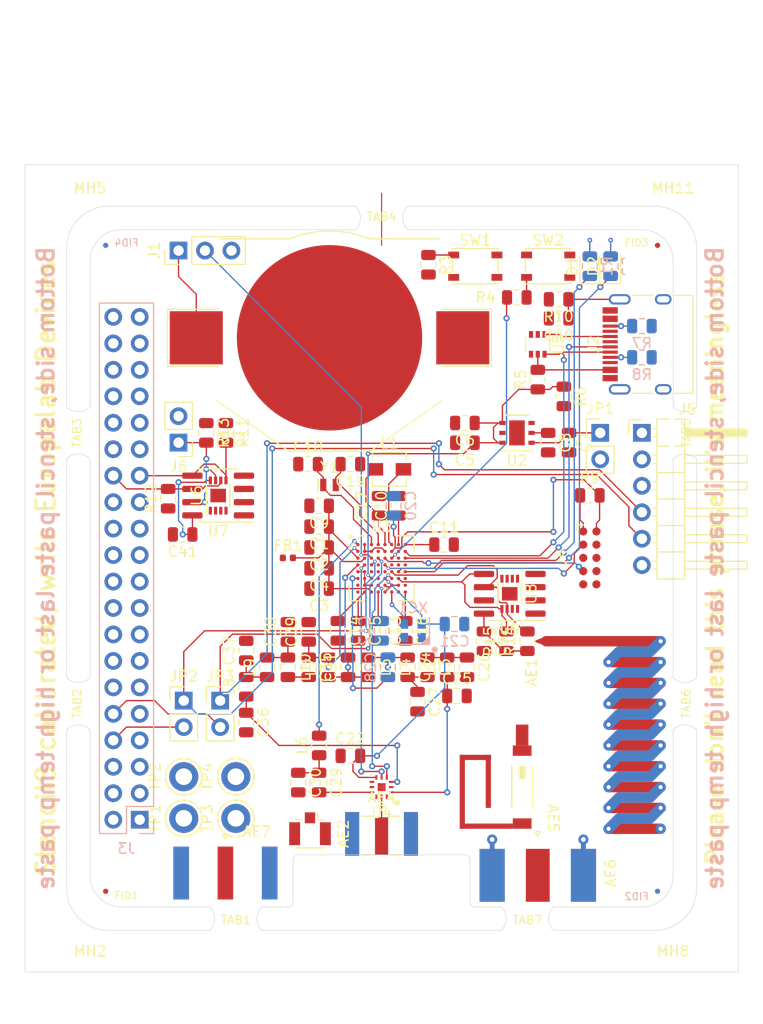
<source format=kicad_pcb>
(kicad_pcb (version 20171130) (host pcbnew 5.1.5+dfsg1-2build2)

  (general
    (thickness 1.6)
    (drawings 95)
    (tracks 430)
    (zones 0)
    (modules 117)
    (nets 121)
  )

  (page A3)
  (title_block
    (date "15 nov 2012")
  )

  (layers
    (0 F.Cu signal)
    (1 In1.Cu signal)
    (2 In2.Cu signal)
    (31 B.Cu signal)
    (34 B.Paste user)
    (35 F.Paste user)
    (36 B.SilkS user)
    (37 F.SilkS user)
    (38 B.Mask user)
    (39 F.Mask user)
    (40 Dwgs.User user)
    (41 Cmts.User user hide)
    (44 Edge.Cuts user)
    (45 Margin user)
    (46 B.CrtYd user)
    (47 F.CrtYd user)
    (48 B.Fab user)
    (49 F.Fab user)
  )

  (setup
    (last_trace_width 0.127)
    (user_trace_width 0.1016)
    (user_trace_width 0.127)
    (user_trace_width 0.2)
    (trace_clearance 0.09)
    (zone_clearance 0.508)
    (zone_45_only no)
    (trace_min 0.09)
    (via_size 0.356)
    (via_drill 0.2)
    (via_min_size 0.356)
    (via_min_drill 0.2)
    (user_via 0.45 0.2)
    (user_via 0.6 0.3)
    (uvia_size 0.45)
    (uvia_drill 0.1)
    (uvias_allowed no)
    (uvia_min_size 0.45)
    (uvia_min_drill 0.1)
    (edge_width 0.1)
    (segment_width 0.1)
    (pcb_text_width 0.25)
    (pcb_text_size 1 1)
    (mod_edge_width 0.15)
    (mod_text_size 1 1)
    (mod_text_width 0.15)
    (pad_size 0.32 0.32)
    (pad_drill 0)
    (pad_to_mask_clearance 0)
    (aux_axis_origin 0 0)
    (visible_elements 7FFFF7FF)
    (pcbplotparams
      (layerselection 0x00030_80000001)
      (usegerberextensions true)
      (usegerberattributes false)
      (usegerberadvancedattributes false)
      (creategerberjobfile false)
      (excludeedgelayer true)
      (linewidth 0.150000)
      (plotframeref false)
      (viasonmask false)
      (mode 1)
      (useauxorigin false)
      (hpglpennumber 1)
      (hpglpenspeed 20)
      (hpglpendiameter 15.000000)
      (psnegative false)
      (psa4output false)
      (plotreference true)
      (plotvalue true)
      (plotinvisibletext false)
      (padsonsilk false)
      (subtractmaskfromsilk false)
      (outputformat 1)
      (mirror false)
      (drillshape 1)
      (scaleselection 1)
      (outputdirectory ""))
  )

  (net 0 "")
  (net 1 GND)
  (net 2 "Net-(AE1-Pad1)")
  (net 3 /Sheet5F53D5B4/RFSWPWR)
  (net 4 "Net-(C8-Pad1)")
  (net 5 /Sheet5F53D5B4/POWAMP)
  (net 6 "Net-(C13-Pad1)")
  (net 7 /Sheet5F53D5B4/HFOUT)
  (net 8 +3V3)
  (net 9 "Net-(C29-Pad1)")
  (net 10 /Sheet5F53D5B4/UART_RX)
  (net 11 /Sheet5F53D5B4/UART_TX)
  (net 12 /Sheet5F53D5B4/HPOUT)
  (net 13 /Sheet5F53D5B4/HFIN)
  (net 14 /Sheet5F53D5B4/BANDSEL)
  (net 15 "Net-(XC1-Pad1)")
  (net 16 "Net-(BT1-Pad1)")
  (net 17 /Sheet5F53D5B4/USB_BUS)
  (net 18 "Net-(C33-Pad1)")
  (net 19 "Net-(C34-Pad1)")
  (net 20 /Sheet5F53D5B4/CMDRST)
  (net 21 "Net-(D1-Pad2)")
  (net 22 "Net-(D1-Pad1)")
  (net 23 "Net-(D2-Pad1)")
  (net 24 "Net-(D2-Pad2)")
  (net 25 /Sheet5F53D5B4/USB_P)
  (net 26 /Sheet5F53D5B4/USB_N)
  (net 27 /Sheet60040980/ID_SD)
  (net 28 /Sheet60040980/ID_SC)
  (net 29 /Sheet5F53D5B4/SWDCLK)
  (net 30 "Net-(J3-Pad7)")
  (net 31 "Net-(J3-Pad8)")
  (net 32 "Net-(J4-Pad6)")
  (net 33 /Sheet5F53D5B4/CN_VBAT)
  (net 34 /Sheet5F53D5B4/I2C_SCL)
  (net 35 /Sheet5F53D5B4/I2C_SDA)
  (net 36 "Net-(TP3-Pad1)")
  (net 37 "Net-(TP4-Pad1)")
  (net 38 /Sheet5F53D5B4/XCEIV)
  (net 39 /Sheet5F53D5B4/CRYSTAL_XIN-RESERVED)
  (net 40 /Sheet5F53D5B4/CRYSTAL_XOUT-RESERVED)
  (net 41 "Net-(AE5-Pad2)")
  (net 42 "Net-(C1-Pad1)")
  (net 43 "Net-(C7-Pad1)")
  (net 44 "Net-(C14-Pad1)")
  (net 45 "Net-(C17-Pad1)")
  (net 46 "Net-(C18-Pad2)")
  (net 47 "Net-(C19-Pad2)")
  (net 48 "Net-(C23-Pad2)")
  (net 49 "Net-(C23-Pad1)")
  (net 50 "Net-(C24-Pad1)")
  (net 51 "Net-(C24-Pad2)")
  (net 52 "Net-(C29-Pad2)")
  (net 53 "Net-(C33-Pad2)")
  (net 54 "Net-(C35-Pad2)")
  (net 55 "Net-(C40-Pad1)")
  (net 56 "Net-(J2-PadB5)")
  (net 57 "Net-(J2-PadA8)")
  (net 58 "Net-(J2-PadA5)")
  (net 59 "Net-(J2-PadB8)")
  (net 60 "Net-(J2-PadA4)")
  (net 61 "Net-(J3-Pad2)")
  (net 62 "Net-(J3-Pad3)")
  (net 63 "Net-(J3-Pad4)")
  (net 64 "Net-(J3-Pad5)")
  (net 65 "Net-(J3-Pad10)")
  (net 66 "Net-(J3-Pad11)")
  (net 67 "Net-(J3-Pad12)")
  (net 68 "Net-(J3-Pad13)")
  (net 69 "Net-(J3-Pad15)")
  (net 70 "Net-(J3-Pad16)")
  (net 71 "Net-(J3-Pad18)")
  (net 72 "Net-(J3-Pad19)")
  (net 73 "Net-(J3-Pad21)")
  (net 74 "Net-(J3-Pad22)")
  (net 75 "Net-(J3-Pad23)")
  (net 76 "Net-(J3-Pad24)")
  (net 77 "Net-(J3-Pad26)")
  (net 78 "Net-(J3-Pad29)")
  (net 79 "Net-(J3-Pad31)")
  (net 80 "Net-(J3-Pad32)")
  (net 81 "Net-(J3-Pad33)")
  (net 82 "Net-(J3-Pad35)")
  (net 83 "Net-(J3-Pad36)")
  (net 84 "Net-(J3-Pad37)")
  (net 85 "Net-(J3-Pad38)")
  (net 86 "Net-(J3-Pad40)")
  (net 87 "Net-(J4-Pad7)")
  (net 88 "Net-(J4-Pad8)")
  (net 89 "Net-(J5-Pad2)")
  (net 90 "Net-(J5-Pad3)")
  (net 91 "Net-(J5-Pad6)")
  (net 92 "Net-(J6-Pad1)")
  (net 93 "Net-(L1-Pad2)")
  (net 94 "Net-(R3-Pad1)")
  (net 95 "Net-(R4-Pad1)")
  (net 96 "Net-(R4-Pad2)")
  (net 97 "Net-(U2-Pad5)")
  (net 98 "Net-(U3-PadG1)")
  (net 99 "Net-(U3-PadH1)")
  (net 100 "Net-(U3-PadE3)")
  (net 101 "Net-(U3-PadB4)")
  (net 102 "Net-(U3-PadE4)")
  (net 103 "Net-(U3-PadF4)")
  (net 104 "Net-(U3-PadE5)")
  (net 105 "Net-(U3-PadH6)")
  (net 106 "Net-(U3-PadC7)")
  (net 107 "Net-(U3-PadD7)")
  (net 108 "Net-(U3-PadH7)")
  (net 109 "Net-(U3-PadD8)")
  (net 110 "Net-(U5-Pad3)")
  (net 111 "Net-(U5-Pad4)")
  (net 112 "Net-(U8-Pad7)")
  (net 113 "Net-(U8-Pad3)")
  (net 114 "Net-(U8-Pad2)")
  (net 115 "Net-(U8-Pad1)")
  (net 116 "Net-(U9-Pad1)")
  (net 117 "Net-(U9-Pad2)")
  (net 118 "Net-(U9-Pad3)")
  (net 119 "Net-(U9-Pad7)")
  (net 120 /Sheet5F53D5B4/SWDIO)

  (net_class Default "This is the default net class."
    (clearance 0.09)
    (trace_width 0.09)
    (via_dia 0.356)
    (via_drill 0.2)
    (uvia_dia 0.45)
    (uvia_drill 0.1)
    (add_net +3V3)
    (add_net /Sheet5F53D5B4/BANDSEL)
    (add_net /Sheet5F53D5B4/CMDRST)
    (add_net /Sheet5F53D5B4/CN_VBAT)
    (add_net /Sheet5F53D5B4/CRYSTAL_XIN-RESERVED)
    (add_net /Sheet5F53D5B4/CRYSTAL_XOUT-RESERVED)
    (add_net /Sheet5F53D5B4/HFIN)
    (add_net /Sheet5F53D5B4/HFOUT)
    (add_net /Sheet5F53D5B4/HPOUT)
    (add_net /Sheet5F53D5B4/I2C_SCL)
    (add_net /Sheet5F53D5B4/I2C_SDA)
    (add_net /Sheet5F53D5B4/POWAMP)
    (add_net /Sheet5F53D5B4/RFSWPWR)
    (add_net /Sheet5F53D5B4/SWDCLK)
    (add_net /Sheet5F53D5B4/SWDIO)
    (add_net /Sheet5F53D5B4/UART_RX)
    (add_net /Sheet5F53D5B4/UART_TX)
    (add_net /Sheet5F53D5B4/USB_BUS)
    (add_net /Sheet5F53D5B4/USB_N)
    (add_net /Sheet5F53D5B4/USB_P)
    (add_net /Sheet5F53D5B4/XCEIV)
    (add_net /Sheet60040980/ID_SC)
    (add_net /Sheet60040980/ID_SD)
    (add_net GND)
    (add_net "Net-(AE1-Pad1)")
    (add_net "Net-(AE5-Pad2)")
    (add_net "Net-(BT1-Pad1)")
    (add_net "Net-(C1-Pad1)")
    (add_net "Net-(C13-Pad1)")
    (add_net "Net-(C14-Pad1)")
    (add_net "Net-(C17-Pad1)")
    (add_net "Net-(C18-Pad2)")
    (add_net "Net-(C19-Pad2)")
    (add_net "Net-(C23-Pad1)")
    (add_net "Net-(C23-Pad2)")
    (add_net "Net-(C24-Pad1)")
    (add_net "Net-(C24-Pad2)")
    (add_net "Net-(C29-Pad1)")
    (add_net "Net-(C29-Pad2)")
    (add_net "Net-(C33-Pad1)")
    (add_net "Net-(C33-Pad2)")
    (add_net "Net-(C34-Pad1)")
    (add_net "Net-(C35-Pad2)")
    (add_net "Net-(C40-Pad1)")
    (add_net "Net-(C7-Pad1)")
    (add_net "Net-(C8-Pad1)")
    (add_net "Net-(D1-Pad1)")
    (add_net "Net-(D1-Pad2)")
    (add_net "Net-(D2-Pad1)")
    (add_net "Net-(D2-Pad2)")
    (add_net "Net-(J2-PadA4)")
    (add_net "Net-(J2-PadA5)")
    (add_net "Net-(J2-PadA8)")
    (add_net "Net-(J2-PadB5)")
    (add_net "Net-(J2-PadB8)")
    (add_net "Net-(J3-Pad10)")
    (add_net "Net-(J3-Pad11)")
    (add_net "Net-(J3-Pad12)")
    (add_net "Net-(J3-Pad13)")
    (add_net "Net-(J3-Pad15)")
    (add_net "Net-(J3-Pad16)")
    (add_net "Net-(J3-Pad18)")
    (add_net "Net-(J3-Pad19)")
    (add_net "Net-(J3-Pad2)")
    (add_net "Net-(J3-Pad21)")
    (add_net "Net-(J3-Pad22)")
    (add_net "Net-(J3-Pad23)")
    (add_net "Net-(J3-Pad24)")
    (add_net "Net-(J3-Pad26)")
    (add_net "Net-(J3-Pad29)")
    (add_net "Net-(J3-Pad3)")
    (add_net "Net-(J3-Pad31)")
    (add_net "Net-(J3-Pad32)")
    (add_net "Net-(J3-Pad33)")
    (add_net "Net-(J3-Pad35)")
    (add_net "Net-(J3-Pad36)")
    (add_net "Net-(J3-Pad37)")
    (add_net "Net-(J3-Pad38)")
    (add_net "Net-(J3-Pad4)")
    (add_net "Net-(J3-Pad40)")
    (add_net "Net-(J3-Pad5)")
    (add_net "Net-(J3-Pad7)")
    (add_net "Net-(J3-Pad8)")
    (add_net "Net-(J4-Pad6)")
    (add_net "Net-(J4-Pad7)")
    (add_net "Net-(J4-Pad8)")
    (add_net "Net-(J5-Pad2)")
    (add_net "Net-(J5-Pad3)")
    (add_net "Net-(J5-Pad6)")
    (add_net "Net-(J6-Pad1)")
    (add_net "Net-(L1-Pad2)")
    (add_net "Net-(R3-Pad1)")
    (add_net "Net-(R4-Pad1)")
    (add_net "Net-(R4-Pad2)")
    (add_net "Net-(TP3-Pad1)")
    (add_net "Net-(TP4-Pad1)")
    (add_net "Net-(U2-Pad5)")
    (add_net "Net-(U3-PadB4)")
    (add_net "Net-(U3-PadC7)")
    (add_net "Net-(U3-PadD7)")
    (add_net "Net-(U3-PadD8)")
    (add_net "Net-(U3-PadE3)")
    (add_net "Net-(U3-PadE4)")
    (add_net "Net-(U3-PadE5)")
    (add_net "Net-(U3-PadF4)")
    (add_net "Net-(U3-PadG1)")
    (add_net "Net-(U3-PadH1)")
    (add_net "Net-(U3-PadH6)")
    (add_net "Net-(U3-PadH7)")
    (add_net "Net-(U5-Pad3)")
    (add_net "Net-(U5-Pad4)")
    (add_net "Net-(U8-Pad1)")
    (add_net "Net-(U8-Pad2)")
    (add_net "Net-(U8-Pad3)")
    (add_net "Net-(U8-Pad7)")
    (add_net "Net-(U9-Pad1)")
    (add_net "Net-(U9-Pad2)")
    (add_net "Net-(U9-Pad3)")
    (add_net "Net-(U9-Pad7)")
    (add_net "Net-(XC1-Pad1)")
  )

  (net_class Power ""
    (clearance 0.2)
    (trace_width 0.5)
    (via_dia 1)
    (via_drill 0.7)
    (uvia_dia 0.5)
    (uvia_drill 0.1)
  )

  (module Elabdev:TFBGA-64_8x8_6.0x6.0mm_P0.65mm (layer F.Cu) (tedit 5F6BA77A) (tstamp 5F68786E)
    (at 210 148)
    (path /5F53D5B5/6052EF69)
    (solder_mask_margin 0.025)
    (clearance 0.0508)
    (attr smd)
    (fp_text reference U3 (at 0 -4) (layer F.SilkS)
      (effects (font (size 1 1) (thickness 0.15)))
    )
    (fp_text value ATSAMR34 (at 0 4) (layer F.Fab)
      (effects (font (size 1 1) (thickness 0.15)))
    )
    (fp_line (start -2 -3) (end -3 -2) (layer F.Fab) (width 0.1))
    (fp_line (start -3 -2) (end -3 3) (layer F.Fab) (width 0.1))
    (fp_line (start -3 3) (end 3 3) (layer F.Fab) (width 0.1))
    (fp_line (start 3 3) (end 3 -3) (layer F.Fab) (width 0.1))
    (fp_line (start 3 -3) (end -2 -3) (layer F.Fab) (width 0.1))
    (fp_line (start 1.62 -3.12) (end 3.12 -3.12) (layer F.SilkS) (width 0.12))
    (fp_line (start 3.12 -3.12) (end 3.12 -1.62) (layer F.SilkS) (width 0.12))
    (fp_line (start 1.62 -3.12) (end 3.12 -3.12) (layer F.SilkS) (width 0.12))
    (fp_line (start 3.12 -3.12) (end 3.12 -1.62) (layer F.SilkS) (width 0.12))
    (fp_line (start 1.62 3.12) (end 3.12 3.12) (layer F.SilkS) (width 0.12))
    (fp_line (start 3.12 3.12) (end 3.12 1.62) (layer F.SilkS) (width 0.12))
    (fp_line (start 1.62 -3.12) (end 3.12 -3.12) (layer F.SilkS) (width 0.12))
    (fp_line (start 3.12 -3.12) (end 3.12 -1.62) (layer F.SilkS) (width 0.12))
    (fp_line (start -1.62 3.12) (end -3.12 3.12) (layer F.SilkS) (width 0.12))
    (fp_line (start -3.12 3.12) (end -3.12 1.62) (layer F.SilkS) (width 0.12))
    (fp_line (start -1.62 -3.12) (end -2 -3.12) (layer F.SilkS) (width 0.12))
    (fp_line (start -2 -3.12) (end -3.12 -2) (layer F.SilkS) (width 0.12))
    (fp_line (start -3.12 -2) (end -3.12 -1.62) (layer F.SilkS) (width 0.12))
    (fp_circle (center -3 -3) (end -3 -2.9) (layer F.SilkS) (width 0.2))
    (fp_line (start -4 -4) (end 4 -4) (layer F.CrtYd) (width 0.05))
    (fp_line (start 4 -4) (end 4 4) (layer F.CrtYd) (width 0.05))
    (fp_line (start 4 4) (end -4 4) (layer F.CrtYd) (width 0.05))
    (fp_line (start -4 4) (end -4 -4) (layer F.CrtYd) (width 0.05))
    (pad A1 smd circle (at -2.275 -2.275) (size 0.32 0.32) (layers F.Cu F.Paste F.Mask)
      (net 13 /Sheet5F53D5B4/HFIN))
    (pad B1 smd circle (at -2.275 -1.625) (size 0.32 0.32) (layers F.Cu F.Paste F.Mask)
      (net 7 /Sheet5F53D5B4/HFOUT))
    (pad C1 smd circle (at -2.275 -0.975) (size 0.32 0.32) (layers F.Cu F.Paste F.Mask)
      (net 42 "Net-(C1-Pad1)"))
    (pad D1 smd circle (at -2.275 -0.325) (size 0.32 0.32) (layers F.Cu F.Paste F.Mask)
      (net 5 /Sheet5F53D5B4/POWAMP))
    (pad E1 smd circle (at -2.275 0.325) (size 0.32 0.32) (layers F.Cu F.Paste F.Mask)
      (net 1 GND))
    (pad F1 smd circle (at -2.275 0.975) (size 0.32 0.32) (layers F.Cu F.Paste F.Mask)
      (net 12 /Sheet5F53D5B4/HPOUT))
    (pad G1 smd circle (at -2.275 1.625) (size 0.32 0.32) (layers F.Cu F.Paste F.Mask)
      (net 98 "Net-(U3-PadG1)"))
    (pad H1 smd circle (at -2.275 2.275) (size 0.32 0.32) (layers F.Cu F.Paste F.Mask)
      (net 99 "Net-(U3-PadH1)"))
    (pad A2 smd circle (at -1.625 -2.275) (size 0.32 0.32) (layers F.Cu F.Paste F.Mask)
      (net 1 GND))
    (pad B2 smd circle (at -1.625 -1.625) (size 0.32 0.32) (layers F.Cu F.Paste F.Mask)
      (net 1 GND))
    (pad C2 smd circle (at -1.625 -0.975) (size 0.32 0.32) (layers F.Cu F.Paste F.Mask)
      (net 42 "Net-(C1-Pad1)"))
    (pad D2 smd circle (at -1.625 -0.325) (size 0.32 0.32) (layers F.Cu F.Paste F.Mask)
      (net 38 /Sheet5F53D5B4/XCEIV))
    (pad E2 smd circle (at -1.625 0.325) (size 0.32 0.32) (layers F.Cu F.Paste F.Mask)
      (net 1 GND))
    (pad F2 smd circle (at -1.625 0.975) (size 0.32 0.32) (layers F.Cu F.Paste F.Mask)
      (net 1 GND))
    (pad G2 smd circle (at -1.625 1.625) (size 0.32 0.32) (layers F.Cu F.Paste F.Mask)
      (net 1 GND))
    (pad H2 smd circle (at -1.625 2.275) (size 0.32 0.32) (layers F.Cu F.Paste F.Mask)
      (net 44 "Net-(C14-Pad1)"))
    (pad A3 smd circle (at -0.975 -2.275) (size 0.32 0.32) (layers F.Cu F.Paste F.Mask)
      (net 46 "Net-(C18-Pad2)"))
    (pad B3 smd circle (at -0.975 -1.625) (size 0.32 0.32) (layers F.Cu F.Paste F.Mask)
      (net 1 GND))
    (pad C3 smd circle (at -0.975 -0.975) (size 0.32 0.32) (layers F.Cu F.Paste F.Mask)
      (net 33 /Sheet5F53D5B4/CN_VBAT))
    (pad D3 smd circle (at -0.975 -0.325) (size 0.32 0.32) (layers F.Cu F.Paste F.Mask)
      (net 11 /Sheet5F53D5B4/UART_TX))
    (pad E3 smd circle (at -0.975 0.325) (size 0.32 0.32) (layers F.Cu F.Paste F.Mask)
      (net 100 "Net-(U3-PadE3)"))
    (pad F3 smd circle (at -0.975 0.975) (size 0.32 0.32) (layers F.Cu F.Paste F.Mask)
      (net 17 /Sheet5F53D5B4/USB_BUS))
    (pad G3 smd circle (at -0.975 1.625) (size 0.32 0.32) (layers F.Cu F.Paste F.Mask)
      (net 1 GND))
    (pad H3 smd circle (at -0.975 2.275) (size 0.32 0.32) (layers F.Cu F.Paste F.Mask)
      (net 42 "Net-(C1-Pad1)"))
    (pad A4 smd circle (at -0.325 -2.275) (size 0.32 0.32) (layers F.Cu F.Paste F.Mask)
      (net 47 "Net-(C19-Pad2)"))
    (pad B4 smd circle (at -0.325 -1.625) (size 0.32 0.32) (layers F.Cu F.Paste F.Mask)
      (net 101 "Net-(U3-PadB4)"))
    (pad C4 smd circle (at -0.325 -0.975) (size 0.32 0.32) (layers F.Cu F.Paste F.Mask)
      (net 10 /Sheet5F53D5B4/UART_RX))
    (pad D4 smd circle (at -0.325 -0.325) (size 0.32 0.32) (layers F.Cu F.Paste F.Mask)
      (net 1 GND))
    (pad E4 smd circle (at -0.325 0.325) (size 0.32 0.32) (layers F.Cu F.Paste F.Mask)
      (net 102 "Net-(U3-PadE4)"))
    (pad F4 smd circle (at -0.325 0.975) (size 0.32 0.32) (layers F.Cu F.Paste F.Mask)
      (net 103 "Net-(U3-PadF4)"))
    (pad G4 smd circle (at -0.325 1.625) (size 0.32 0.32) (layers F.Cu F.Paste F.Mask)
      (net 8 +3V3))
    (pad H4 smd circle (at -0.325 2.275) (size 0.32 0.32) (layers F.Cu F.Paste F.Mask)
      (net 6 "Net-(C13-Pad1)"))
    (pad A5 smd circle (at 0.325 -2.275) (size 0.32 0.32) (layers F.Cu F.Paste F.Mask)
      (net 45 "Net-(C17-Pad1)"))
    (pad B5 smd circle (at 0.325 -1.625) (size 0.32 0.32) (layers F.Cu F.Paste F.Mask)
      (net 1 GND))
    (pad C5 smd circle (at 0.325 -0.975) (size 0.32 0.32) (layers F.Cu F.Paste F.Mask)
      (net 29 /Sheet5F53D5B4/SWDCLK))
    (pad D5 smd circle (at 0.325 -0.325) (size 0.32 0.32) (layers F.Cu F.Paste F.Mask)
      (net 120 /Sheet5F53D5B4/SWDIO))
    (pad E5 smd circle (at 0.325 0.325) (size 0.32 0.32) (layers F.Cu F.Paste F.Mask)
      (net 104 "Net-(U3-PadE5)"))
    (pad F5 smd circle (at 0.325 0.975) (size 0.32 0.32) (layers F.Cu F.Paste F.Mask)
      (net 3 /Sheet5F53D5B4/RFSWPWR))
    (pad G5 smd circle (at 0.325 1.625) (size 0.32 0.32) (layers F.Cu F.Paste F.Mask)
      (net 1 GND))
    (pad H5 smd circle (at 0.325 2.275) (size 0.32 0.32) (layers F.Cu F.Paste F.Mask)
      (net 1 GND))
    (pad A6 smd circle (at 0.975 -2.275) (size 0.32 0.32) (layers F.Cu F.Paste F.Mask)
      (net 93 "Net-(L1-Pad2)"))
    (pad B6 smd circle (at 0.975 -1.625) (size 0.32 0.32) (layers F.Cu F.Paste F.Mask)
      (net 20 /Sheet5F53D5B4/CMDRST))
    (pad C6 smd circle (at 0.975 -0.975) (size 0.32 0.32) (layers F.Cu F.Paste F.Mask)
      (net 95 "Net-(R4-Pad1)"))
    (pad D6 smd circle (at 0.975 -0.325) (size 0.32 0.32) (layers F.Cu F.Paste F.Mask)
      (net 1 GND))
    (pad E6 smd circle (at 0.975 0.325) (size 0.32 0.32) (layers F.Cu F.Paste F.Mask)
      (net 34 /Sheet5F53D5B4/I2C_SCL))
    (pad F6 smd circle (at 0.975 0.975) (size 0.32 0.32) (layers F.Cu F.Paste F.Mask)
      (net 14 /Sheet5F53D5B4/BANDSEL))
    (pad G6 smd circle (at 0.975 1.625) (size 0.32 0.32) (layers F.Cu F.Paste F.Mask)
      (net 1 GND))
    (pad H6 smd circle (at 0.975 2.275) (size 0.32 0.32) (layers F.Cu F.Paste F.Mask)
      (net 105 "Net-(U3-PadH6)"))
    (pad A7 smd circle (at 1.625 -2.275) (size 0.32 0.32) (layers F.Cu F.Paste F.Mask)
      (net 8 +3V3))
    (pad B7 smd circle (at 1.625 -1.625) (size 0.32 0.32) (layers F.Cu F.Paste F.Mask)
      (net 1 GND))
    (pad C7 smd circle (at 1.625 -0.975) (size 0.32 0.32) (layers F.Cu F.Paste F.Mask)
      (net 106 "Net-(U3-PadC7)"))
    (pad D7 smd circle (at 1.625 -0.325) (size 0.32 0.32) (layers F.Cu F.Paste F.Mask)
      (net 107 "Net-(U3-PadD7)"))
    (pad E7 smd circle (at 1.625 0.325) (size 0.32 0.32) (layers F.Cu F.Paste F.Mask)
      (net 22 "Net-(D1-Pad1)"))
    (pad F7 smd circle (at 1.625 0.975) (size 0.32 0.32) (layers F.Cu F.Paste F.Mask)
      (net 35 /Sheet5F53D5B4/I2C_SDA))
    (pad G7 smd circle (at 1.625 1.625) (size 0.32 0.32) (layers F.Cu F.Paste F.Mask)
      (net 1 GND))
    (pad H7 smd circle (at 1.625 2.275) (size 0.32 0.32) (layers F.Cu F.Paste F.Mask)
      (net 108 "Net-(U3-PadH7)"))
    (pad A8 smd circle (at 2.275 -2.275) (size 0.32 0.32) (layers F.Cu F.Paste F.Mask)
      (net 8 +3V3))
    (pad B8 smd circle (at 2.275 -1.625) (size 0.32 0.32) (layers F.Cu F.Paste F.Mask)
      (net 26 /Sheet5F53D5B4/USB_N))
    (pad C8 smd circle (at 2.275 -0.975) (size 0.32 0.32) (layers F.Cu F.Paste F.Mask)
      (net 25 /Sheet5F53D5B4/USB_P))
    (pad D8 smd circle (at 2.275 -0.325) (size 0.32 0.32) (layers F.Cu F.Paste F.Mask)
      (net 109 "Net-(U3-PadD8)"))
    (pad E8 smd circle (at 2.275 0.325) (size 0.32 0.32) (layers F.Cu F.Paste F.Mask)
      (net 23 "Net-(D2-Pad1)"))
    (pad F8 smd circle (at 2.275 0.975) (size 0.32 0.32) (layers F.Cu F.Paste F.Mask)
      (net 39 /Sheet5F53D5B4/CRYSTAL_XIN-RESERVED))
    (pad G8 smd circle (at 2.275 1.625) (size 0.32 0.32) (layers F.Cu F.Paste F.Mask)
      (net 40 /Sheet5F53D5B4/CRYSTAL_XOUT-RESERVED))
    (pad H8 smd circle (at 2.275 2.275) (size 0.32 0.32) (layers F.Cu F.Paste F.Mask)
      (net 8 +3V3))
    (model ${KISYS3DMOD}/Package_BGA.3dshapes/TFBGA-64_5x5mm_Layout8x8_P0.5mm.wrl
      (at (xyz 0 0 0))
      (scale (xyz 1.2 1.2 1.2))
      (rotate (xyz 0 0 0))
    )
  )

  (module Elabdev:Panel_Mousetab_25mm_Single (layer F.Cu) (tedit 5CD9E502) (tstamp 5F680FEC)
    (at 224 181.75 90)
    (path /5CD9EB0D)
    (fp_text reference TAB7 (at 0 0) (layer F.SilkS)
      (effects (font (size 0.8 0.8) (thickness 0.13)))
    )
    (fp_text value Pantab (at 0 3.5 90) (layer F.Fab)
      (effects (font (size 1 1) (thickness 0.15)))
    )
    (fp_line (start 1.25 -2.2) (end 1.25 2.2) (layer F.Fab) (width 0.15))
    (fp_line (start -1.25 -2.2) (end -1.25 2.2) (layer F.Fab) (width 0.15))
    (fp_line (start 2.1 -2.6) (end 2.1 2.6) (layer F.CrtYd) (width 0.15))
    (fp_line (start 2.1 2.6) (end -2.1 2.6) (layer F.CrtYd) (width 0.15))
    (fp_line (start -2.1 2.6) (end -2.1 -2.6) (layer F.CrtYd) (width 0.15))
    (fp_line (start -2.1 -2.6) (end 2.1 -2.6) (layer F.CrtYd) (width 0.15))
    (pad "" np_thru_hole circle (at 1.35 2 90) (size 0.5 0.5) (drill 0.5) (layers *.Cu))
    (pad "" np_thru_hole circle (at 1.35 1.2 90) (size 0.5 0.5) (drill 0.5) (layers *.Cu))
    (pad "" np_thru_hole circle (at 1.35 0.4 90) (size 0.5 0.5) (drill 0.5) (layers *.Cu))
    (pad "" np_thru_hole circle (at 1.35 -0.4 90) (size 0.5 0.5) (drill 0.5) (layers *.Cu))
    (pad "" np_thru_hole circle (at 1.35 -1.2 90) (size 0.5 0.5) (drill 0.5) (layers *.Cu))
    (pad "" np_thru_hole circle (at 1.35 -2 90) (size 0.5 0.5) (drill 0.5) (layers *.Cu))
  )

  (module Elabdev:Panel_Mousetab_25mm_Single (layer F.Cu) (tedit 5CD9E59A) (tstamp 5F4C0A71)
    (at 210 114.25 270)
    (path /5CD5C3A7)
    (fp_text reference TAB4 (at 0 0 180) (layer F.SilkS)
      (effects (font (size 0.8 0.8) (thickness 0.13)))
    )
    (fp_text value Pantab (at 0 -3.5 270) (layer F.Fab)
      (effects (font (size 1 1) (thickness 0.15)))
    )
    (fp_line (start 1.25 -2.2) (end 1.25 2.2) (layer F.Fab) (width 0.15))
    (fp_line (start -1.25 -2.2) (end -1.25 2.2) (layer F.Fab) (width 0.15))
    (fp_line (start 2.1 -2.6) (end 2.1 2.6) (layer F.CrtYd) (width 0.15))
    (fp_line (start 2.1 2.6) (end -2.1 2.6) (layer F.CrtYd) (width 0.15))
    (fp_line (start -2.1 2.6) (end -2.1 -2.6) (layer F.CrtYd) (width 0.15))
    (fp_line (start -2.1 -2.6) (end 2.1 -2.6) (layer F.CrtYd) (width 0.15))
    (pad "" np_thru_hole circle (at 1.35 2 270) (size 0.5 0.5) (drill 0.5) (layers *.Cu))
    (pad "" np_thru_hole circle (at 1.35 1.2 270) (size 0.5 0.5) (drill 0.5) (layers *.Cu))
    (pad "" np_thru_hole circle (at 1.35 0.4 270) (size 0.5 0.5) (drill 0.5) (layers *.Cu))
    (pad "" np_thru_hole circle (at 1.35 -0.4 270) (size 0.5 0.5) (drill 0.5) (layers *.Cu))
    (pad "" np_thru_hole circle (at 1.35 -1.2 270) (size 0.5 0.5) (drill 0.5) (layers *.Cu))
    (pad "" np_thru_hole circle (at 1.35 -2 270) (size 0.5 0.5) (drill 0.5) (layers *.Cu))
  )

  (module Elabdev:Panel_Mousetab_25mm_Single (layer F.Cu) (tedit 5CD9E502) (tstamp 5CE1C45C)
    (at 196 181.75 90)
    (path /5CD9EB0D)
    (fp_text reference TAB1 (at 0 0) (layer F.SilkS)
      (effects (font (size 0.8 0.8) (thickness 0.13)))
    )
    (fp_text value Pantab (at 0 3.5 90) (layer F.Fab)
      (effects (font (size 1 1) (thickness 0.15)))
    )
    (fp_line (start -2.1 -2.6) (end 2.1 -2.6) (layer F.CrtYd) (width 0.15))
    (fp_line (start -2.1 2.6) (end -2.1 -2.6) (layer F.CrtYd) (width 0.15))
    (fp_line (start 2.1 2.6) (end -2.1 2.6) (layer F.CrtYd) (width 0.15))
    (fp_line (start 2.1 -2.6) (end 2.1 2.6) (layer F.CrtYd) (width 0.15))
    (fp_line (start -1.25 -2.2) (end -1.25 2.2) (layer F.Fab) (width 0.15))
    (fp_line (start 1.25 -2.2) (end 1.25 2.2) (layer F.Fab) (width 0.15))
    (pad "" np_thru_hole circle (at 1.35 -2 90) (size 0.5 0.5) (drill 0.5) (layers *.Cu))
    (pad "" np_thru_hole circle (at 1.35 -1.2 90) (size 0.5 0.5) (drill 0.5) (layers *.Cu))
    (pad "" np_thru_hole circle (at 1.35 -0.4 90) (size 0.5 0.5) (drill 0.5) (layers *.Cu))
    (pad "" np_thru_hole circle (at 1.35 0.4 90) (size 0.5 0.5) (drill 0.5) (layers *.Cu))
    (pad "" np_thru_hole circle (at 1.35 1.2 90) (size 0.5 0.5) (drill 0.5) (layers *.Cu))
    (pad "" np_thru_hole circle (at 1.35 2 90) (size 0.5 0.5) (drill 0.5) (layers *.Cu))
  )

  (module Elabdev:Panel_Mousetab_25mm_Single (layer F.Cu) (tedit 5CD5AA6C) (tstamp 5F4C1007)
    (at 180.75 161)
    (path /5CD5C074)
    (fp_text reference TAB2 (at 0 0 90) (layer F.SilkS)
      (effects (font (size 0.8 0.8) (thickness 0.13)))
    )
    (fp_text value Pantab (at -2.5 0 -270) (layer F.Fab)
      (effects (font (size 1 1) (thickness 0.15)))
    )
    (fp_line (start -2.1 -2.6) (end 2.1 -2.6) (layer F.CrtYd) (width 0.15))
    (fp_line (start -2.1 2.6) (end -2.1 -2.6) (layer F.CrtYd) (width 0.15))
    (fp_line (start 2.1 2.6) (end -2.1 2.6) (layer F.CrtYd) (width 0.15))
    (fp_line (start 2.1 -2.6) (end 2.1 2.6) (layer F.CrtYd) (width 0.15))
    (fp_line (start -1.25 -2.2) (end -1.25 2.2) (layer F.Fab) (width 0.15))
    (fp_line (start 1.25 -2.2) (end 1.25 2.2) (layer F.Fab) (width 0.15))
    (pad "" np_thru_hole circle (at 1.35 -2) (size 0.5 0.5) (drill 0.5) (layers *.Cu))
    (pad "" np_thru_hole circle (at 1.35 -1.2) (size 0.5 0.5) (drill 0.5) (layers *.Cu))
    (pad "" np_thru_hole circle (at 1.35 -0.4) (size 0.5 0.5) (drill 0.5) (layers *.Cu))
    (pad "" np_thru_hole circle (at 1.35 0.4) (size 0.5 0.5) (drill 0.5) (layers *.Cu))
    (pad "" np_thru_hole circle (at 1.35 1.2) (size 0.5 0.5) (drill 0.5) (layers *.Cu))
    (pad "" np_thru_hole circle (at 1.35 2) (size 0.5 0.5) (drill 0.5) (layers *.Cu))
  )

  (module Elabdev:Panel_Mousetab_25mm_Single (layer F.Cu) (tedit 5CD5AA6C) (tstamp 5F4C1047)
    (at 180.75 135)
    (path /5CD5C074)
    (fp_text reference TAB3 (at 0 0 90) (layer F.SilkS)
      (effects (font (size 0.8 0.8) (thickness 0.13)))
    )
    (fp_text value Pantab (at -2.5 0 -270) (layer F.Fab)
      (effects (font (size 1 1) (thickness 0.15)))
    )
    (fp_line (start 1.25 -2.2) (end 1.25 2.2) (layer F.Fab) (width 0.15))
    (fp_line (start -1.25 -2.2) (end -1.25 2.2) (layer F.Fab) (width 0.15))
    (fp_line (start 2.1 -2.6) (end 2.1 2.6) (layer F.CrtYd) (width 0.15))
    (fp_line (start 2.1 2.6) (end -2.1 2.6) (layer F.CrtYd) (width 0.15))
    (fp_line (start -2.1 2.6) (end -2.1 -2.6) (layer F.CrtYd) (width 0.15))
    (fp_line (start -2.1 -2.6) (end 2.1 -2.6) (layer F.CrtYd) (width 0.15))
    (pad "" np_thru_hole circle (at 1.35 2) (size 0.5 0.5) (drill 0.5) (layers *.Cu))
    (pad "" np_thru_hole circle (at 1.35 1.2) (size 0.5 0.5) (drill 0.5) (layers *.Cu))
    (pad "" np_thru_hole circle (at 1.35 0.4) (size 0.5 0.5) (drill 0.5) (layers *.Cu))
    (pad "" np_thru_hole circle (at 1.35 -0.4) (size 0.5 0.5) (drill 0.5) (layers *.Cu))
    (pad "" np_thru_hole circle (at 1.35 -1.2) (size 0.5 0.5) (drill 0.5) (layers *.Cu))
    (pad "" np_thru_hole circle (at 1.35 -2) (size 0.5 0.5) (drill 0.5) (layers *.Cu))
  )

  (module Elabdev:Panel_Mousetab_25mm_Single (layer F.Cu) (tedit 5CD5AA6C) (tstamp 5F4C108A)
    (at 239.25 135 180)
    (path /5CD5C074)
    (fp_text reference TAB5 (at 0 0 90) (layer F.SilkS)
      (effects (font (size 0.8 0.8) (thickness 0.13)))
    )
    (fp_text value Pantab (at -2.5 0 90) (layer F.Fab)
      (effects (font (size 1 1) (thickness 0.15)))
    )
    (fp_line (start 1.25 -2.2) (end 1.25 2.2) (layer F.Fab) (width 0.15))
    (fp_line (start -1.25 -2.2) (end -1.25 2.2) (layer F.Fab) (width 0.15))
    (fp_line (start 2.1 -2.6) (end 2.1 2.6) (layer F.CrtYd) (width 0.15))
    (fp_line (start 2.1 2.6) (end -2.1 2.6) (layer F.CrtYd) (width 0.15))
    (fp_line (start -2.1 2.6) (end -2.1 -2.6) (layer F.CrtYd) (width 0.15))
    (fp_line (start -2.1 -2.6) (end 2.1 -2.6) (layer F.CrtYd) (width 0.15))
    (pad "" np_thru_hole circle (at 1.35 2 180) (size 0.5 0.5) (drill 0.5) (layers *.Cu))
    (pad "" np_thru_hole circle (at 1.35 1.2 180) (size 0.5 0.5) (drill 0.5) (layers *.Cu))
    (pad "" np_thru_hole circle (at 1.35 0.4 180) (size 0.5 0.5) (drill 0.5) (layers *.Cu))
    (pad "" np_thru_hole circle (at 1.35 -0.4 180) (size 0.5 0.5) (drill 0.5) (layers *.Cu))
    (pad "" np_thru_hole circle (at 1.35 -1.2 180) (size 0.5 0.5) (drill 0.5) (layers *.Cu))
    (pad "" np_thru_hole circle (at 1.35 -2 180) (size 0.5 0.5) (drill 0.5) (layers *.Cu))
  )

  (module Elabdev:Panel_Mousetab_25mm_Single (layer F.Cu) (tedit 5CD5AA6C) (tstamp 5F4C1067)
    (at 239.25 161 180)
    (path /5CD5C074)
    (fp_text reference TAB6 (at 0 0 90) (layer F.SilkS)
      (effects (font (size 0.8 0.8) (thickness 0.13)))
    )
    (fp_text value Pantab (at -2.5 0 90) (layer F.Fab)
      (effects (font (size 1 1) (thickness 0.15)))
    )
    (fp_line (start -2.1 -2.6) (end 2.1 -2.6) (layer F.CrtYd) (width 0.15))
    (fp_line (start -2.1 2.6) (end -2.1 -2.6) (layer F.CrtYd) (width 0.15))
    (fp_line (start 2.1 2.6) (end -2.1 2.6) (layer F.CrtYd) (width 0.15))
    (fp_line (start 2.1 -2.6) (end 2.1 2.6) (layer F.CrtYd) (width 0.15))
    (fp_line (start -1.25 -2.2) (end -1.25 2.2) (layer F.Fab) (width 0.15))
    (fp_line (start 1.25 -2.2) (end 1.25 2.2) (layer F.Fab) (width 0.15))
    (pad "" np_thru_hole circle (at 1.35 -2 180) (size 0.5 0.5) (drill 0.5) (layers *.Cu))
    (pad "" np_thru_hole circle (at 1.35 -1.2 180) (size 0.5 0.5) (drill 0.5) (layers *.Cu))
    (pad "" np_thru_hole circle (at 1.35 -0.4 180) (size 0.5 0.5) (drill 0.5) (layers *.Cu))
    (pad "" np_thru_hole circle (at 1.35 0.4 180) (size 0.5 0.5) (drill 0.5) (layers *.Cu))
    (pad "" np_thru_hole circle (at 1.35 1.2 180) (size 0.5 0.5) (drill 0.5) (layers *.Cu))
    (pad "" np_thru_hole circle (at 1.35 2 180) (size 0.5 0.5) (drill 0.5) (layers *.Cu))
  )

  (module Connector_PinSocket_2.54mm:PinSocket_2x20_P2.54mm_Vertical (layer B.Cu) (tedit 5A19A433) (tstamp 5F683F15)
    (at 186.77 172.13)
    (descr "Through hole straight socket strip, 2x20, 2.54mm pitch, double cols (from Kicad 4.0.7), script generated")
    (tags "Through hole socket strip THT 2x20 2.54mm double row")
    (path /60040981/5F6A7FD9)
    (fp_text reference J3 (at -1.27 2.77) (layer B.SilkS)
      (effects (font (size 1 1) (thickness 0.15)) (justify mirror))
    )
    (fp_text value RPIHAT-40W (at -1.27 -51.03) (layer B.Fab)
      (effects (font (size 1 1) (thickness 0.15)) (justify mirror))
    )
    (fp_line (start -3.81 1.27) (end 0.27 1.27) (layer B.Fab) (width 0.1))
    (fp_line (start 0.27 1.27) (end 1.27 0.27) (layer B.Fab) (width 0.1))
    (fp_line (start 1.27 0.27) (end 1.27 -49.53) (layer B.Fab) (width 0.1))
    (fp_line (start 1.27 -49.53) (end -3.81 -49.53) (layer B.Fab) (width 0.1))
    (fp_line (start -3.81 -49.53) (end -3.81 1.27) (layer B.Fab) (width 0.1))
    (fp_line (start -3.87 1.33) (end -1.27 1.33) (layer B.SilkS) (width 0.12))
    (fp_line (start -3.87 1.33) (end -3.87 -49.59) (layer B.SilkS) (width 0.12))
    (fp_line (start -3.87 -49.59) (end 1.33 -49.59) (layer B.SilkS) (width 0.12))
    (fp_line (start 1.33 -1.27) (end 1.33 -49.59) (layer B.SilkS) (width 0.12))
    (fp_line (start -1.27 -1.27) (end 1.33 -1.27) (layer B.SilkS) (width 0.12))
    (fp_line (start -1.27 1.33) (end -1.27 -1.27) (layer B.SilkS) (width 0.12))
    (fp_line (start 1.33 1.33) (end 1.33 0) (layer B.SilkS) (width 0.12))
    (fp_line (start 0 1.33) (end 1.33 1.33) (layer B.SilkS) (width 0.12))
    (fp_line (start -4.34 1.8) (end 1.76 1.8) (layer B.CrtYd) (width 0.05))
    (fp_line (start 1.76 1.8) (end 1.76 -50) (layer B.CrtYd) (width 0.05))
    (fp_line (start 1.76 -50) (end -4.34 -50) (layer B.CrtYd) (width 0.05))
    (fp_line (start -4.34 -50) (end -4.34 1.8) (layer B.CrtYd) (width 0.05))
    (fp_text user %R (at -1.27 -24.13 -90) (layer B.Fab)
      (effects (font (size 1 1) (thickness 0.15)) (justify mirror))
    )
    (pad 1 thru_hole rect (at 0 0) (size 1.7 1.7) (drill 1) (layers *.Cu *.Mask)
      (net 8 +3V3))
    (pad 2 thru_hole oval (at -2.54 0) (size 1.7 1.7) (drill 1) (layers *.Cu *.Mask)
      (net 61 "Net-(J3-Pad2)"))
    (pad 3 thru_hole oval (at 0 -2.54) (size 1.7 1.7) (drill 1) (layers *.Cu *.Mask)
      (net 62 "Net-(J3-Pad3)"))
    (pad 4 thru_hole oval (at -2.54 -2.54) (size 1.7 1.7) (drill 1) (layers *.Cu *.Mask)
      (net 63 "Net-(J3-Pad4)"))
    (pad 5 thru_hole oval (at 0 -5.08) (size 1.7 1.7) (drill 1) (layers *.Cu *.Mask)
      (net 64 "Net-(J3-Pad5)"))
    (pad 6 thru_hole oval (at -2.54 -5.08) (size 1.7 1.7) (drill 1) (layers *.Cu *.Mask)
      (net 1 GND))
    (pad 7 thru_hole oval (at 0 -7.62) (size 1.7 1.7) (drill 1) (layers *.Cu *.Mask)
      (net 30 "Net-(J3-Pad7)"))
    (pad 8 thru_hole oval (at -2.54 -7.62) (size 1.7 1.7) (drill 1) (layers *.Cu *.Mask)
      (net 31 "Net-(J3-Pad8)"))
    (pad 9 thru_hole oval (at 0 -10.16) (size 1.7 1.7) (drill 1) (layers *.Cu *.Mask)
      (net 1 GND))
    (pad 10 thru_hole oval (at -2.54 -10.16) (size 1.7 1.7) (drill 1) (layers *.Cu *.Mask)
      (net 65 "Net-(J3-Pad10)"))
    (pad 11 thru_hole oval (at 0 -12.7) (size 1.7 1.7) (drill 1) (layers *.Cu *.Mask)
      (net 66 "Net-(J3-Pad11)"))
    (pad 12 thru_hole oval (at -2.54 -12.7) (size 1.7 1.7) (drill 1) (layers *.Cu *.Mask)
      (net 67 "Net-(J3-Pad12)"))
    (pad 13 thru_hole oval (at 0 -15.24) (size 1.7 1.7) (drill 1) (layers *.Cu *.Mask)
      (net 68 "Net-(J3-Pad13)"))
    (pad 14 thru_hole oval (at -2.54 -15.24) (size 1.7 1.7) (drill 1) (layers *.Cu *.Mask)
      (net 1 GND))
    (pad 15 thru_hole oval (at 0 -17.78) (size 1.7 1.7) (drill 1) (layers *.Cu *.Mask)
      (net 69 "Net-(J3-Pad15)"))
    (pad 16 thru_hole oval (at -2.54 -17.78) (size 1.7 1.7) (drill 1) (layers *.Cu *.Mask)
      (net 70 "Net-(J3-Pad16)"))
    (pad 17 thru_hole oval (at 0 -20.32) (size 1.7 1.7) (drill 1) (layers *.Cu *.Mask)
      (net 8 +3V3))
    (pad 18 thru_hole oval (at -2.54 -20.32) (size 1.7 1.7) (drill 1) (layers *.Cu *.Mask)
      (net 71 "Net-(J3-Pad18)"))
    (pad 19 thru_hole oval (at 0 -22.86) (size 1.7 1.7) (drill 1) (layers *.Cu *.Mask)
      (net 72 "Net-(J3-Pad19)"))
    (pad 20 thru_hole oval (at -2.54 -22.86) (size 1.7 1.7) (drill 1) (layers *.Cu *.Mask)
      (net 1 GND))
    (pad 21 thru_hole oval (at 0 -25.4) (size 1.7 1.7) (drill 1) (layers *.Cu *.Mask)
      (net 73 "Net-(J3-Pad21)"))
    (pad 22 thru_hole oval (at -2.54 -25.4) (size 1.7 1.7) (drill 1) (layers *.Cu *.Mask)
      (net 74 "Net-(J3-Pad22)"))
    (pad 23 thru_hole oval (at 0 -27.94) (size 1.7 1.7) (drill 1) (layers *.Cu *.Mask)
      (net 75 "Net-(J3-Pad23)"))
    (pad 24 thru_hole oval (at -2.54 -27.94) (size 1.7 1.7) (drill 1) (layers *.Cu *.Mask)
      (net 76 "Net-(J3-Pad24)"))
    (pad 25 thru_hole oval (at 0 -30.48) (size 1.7 1.7) (drill 1) (layers *.Cu *.Mask)
      (net 1 GND))
    (pad 26 thru_hole oval (at -2.54 -30.48) (size 1.7 1.7) (drill 1) (layers *.Cu *.Mask)
      (net 77 "Net-(J3-Pad26)"))
    (pad 27 thru_hole oval (at 0 -33.02) (size 1.7 1.7) (drill 1) (layers *.Cu *.Mask)
      (net 27 /Sheet60040980/ID_SD))
    (pad 28 thru_hole oval (at -2.54 -33.02) (size 1.7 1.7) (drill 1) (layers *.Cu *.Mask)
      (net 28 /Sheet60040980/ID_SC))
    (pad 29 thru_hole oval (at 0 -35.56) (size 1.7 1.7) (drill 1) (layers *.Cu *.Mask)
      (net 78 "Net-(J3-Pad29)"))
    (pad 30 thru_hole oval (at -2.54 -35.56) (size 1.7 1.7) (drill 1) (layers *.Cu *.Mask)
      (net 1 GND))
    (pad 31 thru_hole oval (at 0 -38.1) (size 1.7 1.7) (drill 1) (layers *.Cu *.Mask)
      (net 79 "Net-(J3-Pad31)"))
    (pad 32 thru_hole oval (at -2.54 -38.1) (size 1.7 1.7) (drill 1) (layers *.Cu *.Mask)
      (net 80 "Net-(J3-Pad32)"))
    (pad 33 thru_hole oval (at 0 -40.64) (size 1.7 1.7) (drill 1) (layers *.Cu *.Mask)
      (net 81 "Net-(J3-Pad33)"))
    (pad 34 thru_hole oval (at -2.54 -40.64) (size 1.7 1.7) (drill 1) (layers *.Cu *.Mask)
      (net 1 GND))
    (pad 35 thru_hole oval (at 0 -43.18) (size 1.7 1.7) (drill 1) (layers *.Cu *.Mask)
      (net 82 "Net-(J3-Pad35)"))
    (pad 36 thru_hole oval (at -2.54 -43.18) (size 1.7 1.7) (drill 1) (layers *.Cu *.Mask)
      (net 83 "Net-(J3-Pad36)"))
    (pad 37 thru_hole oval (at 0 -45.72) (size 1.7 1.7) (drill 1) (layers *.Cu *.Mask)
      (net 84 "Net-(J3-Pad37)"))
    (pad 38 thru_hole oval (at -2.54 -45.72) (size 1.7 1.7) (drill 1) (layers *.Cu *.Mask)
      (net 85 "Net-(J3-Pad38)"))
    (pad 39 thru_hole oval (at 0 -48.26) (size 1.7 1.7) (drill 1) (layers *.Cu *.Mask)
      (net 1 GND))
    (pad 40 thru_hole oval (at -2.54 -48.26) (size 1.7 1.7) (drill 1) (layers *.Cu *.Mask)
      (net 86 "Net-(J3-Pad40)"))
    (model ${KISYS3DMOD}/Connector_PinSocket_2.54mm.3dshapes/PinSocket_2x20_P2.54mm_Vertical.wrl
      (at (xyz 0 0 0))
      (scale (xyz 1 1 1))
      (rotate (xyz 0 0 0))
    )
  )

  (module RF_Antenna:Texas_SWRA416_868MHz_915MHz (layer F.Cu) (tedit 5CF40AFD) (tstamp 5F686F31)
    (at 231 164 270)
    (descr http://www.ti.com/lit/an/swra416/swra416.pdf)
    (tags "PCB antenna")
    (path /5F5C0728/60008187)
    (attr smd)
    (fp_text reference AE1 (at -6 6.6 90) (layer F.SilkS)
      (effects (font (size 1 1) (thickness 0.15)))
    )
    (fp_text value Antenna (at 0.1 -7.6 90) (layer F.Fab)
      (effects (font (size 1 1) (thickness 0.15)))
    )
    (fp_line (start 9.7 2.1) (end 6.2 5.7) (layer Dwgs.User) (width 0.12))
    (fp_line (start 9.7 0.1) (end 4.3 5.7) (layer Dwgs.User) (width 0.12))
    (fp_line (start 9.7 -1.9) (end 2.3 5.7) (layer Dwgs.User) (width 0.12))
    (fp_line (start 9.7 -3.9) (end 0.2 5.7) (layer Dwgs.User) (width 0.12))
    (fp_line (start 9.7 -5.9) (end -1.8 5.7) (layer Dwgs.User) (width 0.12))
    (fp_line (start 8.3 -6.5) (end -3.8 5.7) (layer Dwgs.User) (width 0.12))
    (fp_line (start 6.3 -6.5) (end -5.8 5.7) (layer Dwgs.User) (width 0.12))
    (fp_line (start 4.3 -6.5) (end -7.8 5.7) (layer Dwgs.User) (width 0.12))
    (fp_line (start -9.7 5.5) (end 2.3 -6.5) (layer Dwgs.User) (width 0.12))
    (fp_line (start -9.7 3.5) (end 0.3 -6.5) (layer Dwgs.User) (width 0.12))
    (fp_line (start -9.7 1.5) (end -1.7 -6.5) (layer Dwgs.User) (width 0.12))
    (fp_line (start -9.7 -0.5) (end -3.7 -6.5) (layer Dwgs.User) (width 0.12))
    (fp_line (start -9.7 -2.5) (end -5.7 -6.5) (layer Dwgs.User) (width 0.12))
    (fp_line (start -9.7 -4.5) (end -7.7 -6.5) (layer Dwgs.User) (width 0.12))
    (fp_line (start 9.7 -6.5) (end -9.7 -6.5) (layer Dwgs.User) (width 0.15))
    (fp_line (start 9.7 5.7) (end 9.7 -6.5) (layer Dwgs.User) (width 0.15))
    (fp_line (start -9.7 5.7) (end 9.7 5.7) (layer Dwgs.User) (width 0.15))
    (fp_line (start -9.7 -6.5) (end -9.7 5.7) (layer Dwgs.User) (width 0.15))
    (fp_line (start 7 -5.8) (end 8 -4.8) (layer B.Cu) (width 1))
    (fp_line (start 8 -1.8) (end 9 -0.8) (layer B.Cu) (width 1))
    (fp_line (start 8 -4.8) (end 8 -1.8) (layer B.Cu) (width 1))
    (fp_line (start 9 -5.8) (end 9 -0.8) (layer F.Cu) (width 1))
    (fp_line (start 5 -5.8) (end 6 -4.8) (layer B.Cu) (width 1))
    (fp_line (start 6 -1.8) (end 7 -0.8) (layer B.Cu) (width 1))
    (fp_line (start 6 -4.8) (end 6 -1.8) (layer B.Cu) (width 1))
    (fp_line (start 7 -5.8) (end 7 -0.8) (layer F.Cu) (width 1))
    (fp_line (start 3 -5.8) (end 4 -4.8) (layer B.Cu) (width 1))
    (fp_line (start 4 -1.8) (end 5 -0.8) (layer B.Cu) (width 1))
    (fp_line (start 4 -4.8) (end 4 -1.8) (layer B.Cu) (width 1))
    (fp_line (start 5 -5.8) (end 5 -0.8) (layer F.Cu) (width 1))
    (fp_line (start 1 -5.8) (end 2 -4.8) (layer B.Cu) (width 1))
    (fp_line (start 2 -1.8) (end 3 -0.8) (layer B.Cu) (width 1))
    (fp_line (start 2 -4.8) (end 2 -1.8) (layer B.Cu) (width 1))
    (fp_line (start 3 -5.8) (end 3 -0.8) (layer F.Cu) (width 1))
    (fp_line (start -1 -5.8) (end 0 -4.8) (layer B.Cu) (width 1))
    (fp_line (start 0 -1.8) (end 1 -0.8) (layer B.Cu) (width 1))
    (fp_line (start 0 -4.8) (end 0 -1.8) (layer B.Cu) (width 1))
    (fp_line (start 1 -5.8) (end 1 -0.8) (layer F.Cu) (width 1))
    (fp_line (start -3 -5.8) (end -2 -4.8) (layer B.Cu) (width 1))
    (fp_line (start -2 -1.8) (end -1 -0.8) (layer B.Cu) (width 1))
    (fp_line (start -2 -4.8) (end -2 -1.8) (layer B.Cu) (width 1))
    (fp_line (start -1 -5.8) (end -1 -0.8) (layer F.Cu) (width 1))
    (fp_line (start -4 -4.8) (end -4 -1.8) (layer B.Cu) (width 1))
    (fp_line (start -5 -5.8) (end -4 -4.8) (layer B.Cu) (width 1))
    (fp_line (start -4 -1.8) (end -3 -0.8) (layer B.Cu) (width 1))
    (fp_line (start -3 -5.8) (end -3 -0.8) (layer F.Cu) (width 1))
    (fp_line (start -6 -4.8) (end -6 -1.8) (layer B.Cu) (width 1))
    (fp_line (start -7 -5.8) (end -6 -4.8) (layer B.Cu) (width 1))
    (fp_line (start -6 -1.8) (end -5 -0.8) (layer B.Cu) (width 1))
    (fp_line (start -5 -5.8) (end -5 -0.8) (layer F.Cu) (width 1))
    (fp_line (start -7 -5.8) (end -7 -0.8) (layer F.Cu) (width 1))
    (fp_line (start -9 5.2) (end -9 -5.8) (layer F.Cu) (width 1))
    (fp_line (start -9 -5.8) (end -8 -4.8) (layer B.Cu) (width 1))
    (fp_line (start -8 -4.8) (end -8 -1.8) (layer B.Cu) (width 1))
    (fp_line (start -8 -1.8) (end -7 -0.8) (layer B.Cu) (width 1))
    (fp_line (start 9.7 4.1) (end 8.2 5.7) (layer Dwgs.User) (width 0.12))
    (fp_line (start -9.9 -6.7) (end -9.9 5.9) (layer F.CrtYd) (width 0.05))
    (fp_line (start -9.9 5.9) (end 9.9 5.9) (layer F.CrtYd) (width 0.05))
    (fp_line (start 9.9 5.9) (end 9.9 -6.7) (layer F.CrtYd) (width 0.05))
    (fp_line (start 9.9 -6.7) (end -9.9 -6.7) (layer F.CrtYd) (width 0.05))
    (fp_line (start 9.9 -6.7) (end -9.9 -6.7) (layer B.CrtYd) (width 0.05))
    (fp_line (start 9.9 5.9) (end 9.9 -6.7) (layer B.CrtYd) (width 0.05))
    (fp_line (start -9.9 -6.7) (end -9.9 5.9) (layer B.CrtYd) (width 0.05))
    (fp_line (start -9.9 5.9) (end 9.9 5.9) (layer B.CrtYd) (width 0.05))
    (fp_text user "KEEP-OUT ZONE" (at 1 -2.8 90) (layer Cmts.User)
      (effects (font (size 1 1) (thickness 0.15)))
    )
    (fp_text user "No metal, traces or " (at 1 0.2 90) (layer Cmts.User)
      (effects (font (size 1 1) (thickness 0.15)))
    )
    (fp_text user "any components on" (at 1 2.2 90) (layer Cmts.User)
      (effects (font (size 1 1) (thickness 0.15)))
    )
    (fp_text user " any PCB layer." (at 1 4.2 90) (layer Cmts.User)
      (effects (font (size 1 1) (thickness 0.15)))
    )
    (fp_text user %R (at -0.4 6.6 90) (layer F.Fab)
      (effects (font (size 1 1) (thickness 0.15)))
    )
    (pad "" thru_hole circle (at 9 -0.8 90) (size 1 1) (drill 0.4) (layers *.Cu))
    (pad "" thru_hole circle (at 9 -5.8 90) (size 1 1) (drill 0.4) (layers *.Cu))
    (pad "" thru_hole circle (at 7 -5.8 90) (size 1 1) (drill 0.4) (layers *.Cu))
    (pad "" thru_hole circle (at 7 -0.8 90) (size 1 1) (drill 0.4) (layers *.Cu))
    (pad "" thru_hole circle (at 5 -0.8 90) (size 1 1) (drill 0.4) (layers *.Cu))
    (pad "" thru_hole circle (at 5 -5.8 90) (size 1 1) (drill 0.4) (layers *.Cu))
    (pad "" thru_hole circle (at 3 -0.8 90) (size 1 1) (drill 0.4) (layers *.Cu))
    (pad "" thru_hole circle (at 3 -5.8 90) (size 1 1) (drill 0.4) (layers *.Cu))
    (pad "" thru_hole circle (at 1 -5.8 90) (size 1 1) (drill 0.4) (layers *.Cu))
    (pad "" thru_hole circle (at 1 -0.8 90) (size 1 1) (drill 0.4) (layers *.Cu))
    (pad "" thru_hole circle (at -1 -0.8 90) (size 1 1) (drill 0.4) (layers *.Cu))
    (pad "" thru_hole circle (at -1 -5.8 90) (size 1 1) (drill 0.4) (layers *.Cu))
    (pad "" thru_hole circle (at -3 -5.8 90) (size 1 1) (drill 0.4) (layers *.Cu))
    (pad "" thru_hole circle (at -3 -0.8 90) (size 1 1) (drill 0.4) (layers *.Cu))
    (pad "" thru_hole circle (at -5 -0.8 90) (size 1 1) (drill 0.4) (layers *.Cu))
    (pad "" thru_hole circle (at -5 -5.8 90) (size 1 1) (drill 0.4) (layers *.Cu))
    (pad "" thru_hole circle (at -7 -5.8 90) (size 1 1) (drill 0.4) (layers *.Cu))
    (pad "" thru_hole circle (at -7 -0.8 90) (size 1 1) (drill 0.4) (layers *.Cu))
    (pad "" thru_hole circle (at -9 -5.8 90) (size 1 1) (drill 0.4) (layers *.Cu))
    (pad 1 smd trapezoid (at -9 5.9 90) (size 0.4 0.8) (rect_delta 0 0.3 ) (layers F.Cu)
      (net 2 "Net-(AE1-Pad1)"))
  )

  (module Connector_Coaxial:U.FL_Hirose_U.FL-R-SMT-1_Vertical (layer F.Cu) (tedit 5A1DBFC3) (tstamp 5F686F5E)
    (at 203.125 173 270)
    (descr "Hirose U.FL Coaxial https://www.hirose.com/product/en/products/U.FL/U.FL-R-SMT-1%2810%29/")
    (tags "Hirose U.FL Coaxial")
    (path /5F5C0728/5F5D6D7C)
    (attr smd)
    (fp_text reference AE2 (at 0.475 -3.2 90) (layer F.SilkS)
      (effects (font (size 1 1) (thickness 0.15)))
    )
    (fp_text value Antenna_Shield (at 0.475 3.2 90) (layer F.Fab)
      (effects (font (size 1 1) (thickness 0.15)))
    )
    (fp_text user %R (at 0.475 0) (layer F.Fab)
      (effects (font (size 0.6 0.6) (thickness 0.09)))
    )
    (fp_line (start -2.02 1) (end -2.02 -1) (layer F.CrtYd) (width 0.05))
    (fp_line (start -1.32 1) (end -2.02 1) (layer F.CrtYd) (width 0.05))
    (fp_line (start 2.08 1.8) (end 2.28 1.8) (layer F.CrtYd) (width 0.05))
    (fp_line (start 2.08 2.5) (end 2.08 1.8) (layer F.CrtYd) (width 0.05))
    (fp_line (start 2.28 1.8) (end 2.28 -1.8) (layer F.CrtYd) (width 0.05))
    (fp_line (start -1.32 1.8) (end -1.12 1.8) (layer F.CrtYd) (width 0.05))
    (fp_line (start -1.12 2.5) (end -1.12 1.8) (layer F.CrtYd) (width 0.05))
    (fp_line (start 2.08 2.5) (end -1.12 2.5) (layer F.CrtYd) (width 0.05))
    (fp_line (start 1.835 -1.35) (end 1.835 1.35) (layer F.SilkS) (width 0.12))
    (fp_line (start -0.885 -0.76) (end -1.515 -0.76) (layer F.SilkS) (width 0.12))
    (fp_line (start -0.885 1.4) (end -0.885 0.76) (layer F.SilkS) (width 0.12))
    (fp_line (start -0.925 -0.3) (end -1.075 -0.15) (layer F.Fab) (width 0.1))
    (fp_line (start 1.775 -1.3) (end 1.375 -1.3) (layer F.Fab) (width 0.1))
    (fp_line (start 1.375 -1.5) (end 1.375 -1.3) (layer F.Fab) (width 0.1))
    (fp_line (start -0.425 -1.5) (end 1.375 -1.5) (layer F.Fab) (width 0.1))
    (fp_line (start 1.775 -1.3) (end 1.775 1.3) (layer F.Fab) (width 0.1))
    (fp_line (start 1.775 1.3) (end 1.375 1.3) (layer F.Fab) (width 0.1))
    (fp_line (start 1.375 1.5) (end 1.375 1.3) (layer F.Fab) (width 0.1))
    (fp_line (start -0.425 1.5) (end 1.375 1.5) (layer F.Fab) (width 0.1))
    (fp_line (start -0.425 -1.3) (end -0.825 -1.3) (layer F.Fab) (width 0.1))
    (fp_line (start -0.425 -1.5) (end -0.425 -1.3) (layer F.Fab) (width 0.1))
    (fp_line (start -0.825 -0.3) (end -0.825 -1.3) (layer F.Fab) (width 0.1))
    (fp_line (start -0.925 -0.3) (end -0.825 -0.3) (layer F.Fab) (width 0.1))
    (fp_line (start -1.075 0.3) (end -1.075 -0.15) (layer F.Fab) (width 0.1))
    (fp_line (start -1.075 0.3) (end -0.825 0.3) (layer F.Fab) (width 0.1))
    (fp_line (start -0.825 0.3) (end -0.825 1.3) (layer F.Fab) (width 0.1))
    (fp_line (start -0.425 1.3) (end -0.825 1.3) (layer F.Fab) (width 0.1))
    (fp_line (start -0.425 1.5) (end -0.425 1.3) (layer F.Fab) (width 0.1))
    (fp_line (start -0.885 -1.4) (end -0.885 -0.76) (layer F.SilkS) (width 0.12))
    (fp_line (start 2.08 -1.8) (end 2.28 -1.8) (layer F.CrtYd) (width 0.05))
    (fp_line (start 2.08 -1.8) (end 2.08 -2.5) (layer F.CrtYd) (width 0.05))
    (fp_line (start -1.32 -1) (end -1.32 -1.8) (layer F.CrtYd) (width 0.05))
    (fp_line (start 2.08 -2.5) (end -1.12 -2.5) (layer F.CrtYd) (width 0.05))
    (fp_line (start -1.12 -1.8) (end -1.12 -2.5) (layer F.CrtYd) (width 0.05))
    (fp_line (start -1.32 -1.8) (end -1.12 -1.8) (layer F.CrtYd) (width 0.05))
    (fp_line (start -1.32 1.8) (end -1.32 1) (layer F.CrtYd) (width 0.05))
    (fp_line (start -1.32 -1) (end -2.02 -1) (layer F.CrtYd) (width 0.05))
    (pad 2 smd rect (at 0.475 1.475 270) (size 2.2 1.05) (layers F.Cu F.Paste F.Mask)
      (net 1 GND))
    (pad 1 smd rect (at -1.05 0 270) (size 1.05 1) (layers F.Cu F.Paste F.Mask)
      (net 2 "Net-(AE1-Pad1)"))
    (pad 2 smd rect (at 0.475 -1.475 270) (size 2.2 1.05) (layers F.Cu F.Paste F.Mask)
      (net 1 GND))
    (model ${KISYS3DMOD}/Connector_Coaxial.3dshapes/U.FL_Hirose_U.FL-R-SMT-1_Vertical.wrl
      (offset (xyz 0.4749999928262157 0 0))
      (scale (xyz 1 1 1))
      (rotate (xyz 0 0 0))
    )
  )

  (module Connector_Coaxial:SMA_Samtec_SMA-J-P-X-ST-EM1_EdgeMount (layer F.Cu) (tedit 5DAA3454) (tstamp 5F686FA8)
    (at 210 173.5)
    (descr "Connector SMA, 0Hz to 20GHz, 50Ohm, Edge Mount (http://suddendocs.samtec.com/prints/sma-j-p-x-st-em1-mkt.pdf)")
    (tags "SMA Straight Samtec Edge Mount")
    (path /5F5C0728/6000659E)
    (attr smd)
    (fp_text reference AE4 (at 0 -3.5) (layer F.SilkS)
      (effects (font (size 1 1) (thickness 0.15)))
    )
    (fp_text value Antenna_Shield (at 0 13) (layer F.Fab)
      (effects (font (size 1 1) (thickness 0.15)))
    )
    (fp_line (start -0.25 -2.76) (end 0 -2.26) (layer F.SilkS) (width 0.12))
    (fp_line (start 0.25 -2.76) (end -0.25 -2.76) (layer F.SilkS) (width 0.12))
    (fp_line (start 0 -2.26) (end 0.25 -2.76) (layer F.SilkS) (width 0.12))
    (fp_line (start 0 3.1) (end -0.64 2.1) (layer F.Fab) (width 0.1))
    (fp_line (start 0.64 2.1) (end 0 3.1) (layer F.Fab) (width 0.1))
    (fp_text user %R (at 0 4.79 180) (layer F.Fab)
      (effects (font (size 1 1) (thickness 0.15)))
    )
    (fp_line (start 4 2.6) (end 4 -2.6) (layer F.CrtYd) (width 0.05))
    (fp_line (start 3.68 12.12) (end -3.68 12.12) (layer F.CrtYd) (width 0.05))
    (fp_line (start -4 2.6) (end -4 -2.6) (layer F.CrtYd) (width 0.05))
    (fp_line (start -4 -2.6) (end 4 -2.6) (layer F.CrtYd) (width 0.05))
    (fp_line (start 4 2.6) (end 4 -2.6) (layer B.CrtYd) (width 0.05))
    (fp_line (start 3.68 12.12) (end -3.68 12.12) (layer B.CrtYd) (width 0.05))
    (fp_line (start -4 2.6) (end -4 -2.6) (layer B.CrtYd) (width 0.05))
    (fp_line (start -4 -2.6) (end 4 -2.6) (layer B.CrtYd) (width 0.05))
    (fp_line (start 3.165 11.62) (end -3.165 11.62) (layer F.Fab) (width 0.1))
    (fp_line (start 3.175 -1.71) (end 3.175 11.62) (layer F.Fab) (width 0.1))
    (fp_line (start 3.175 -1.71) (end 2.365 -1.71) (layer F.Fab) (width 0.1))
    (fp_line (start 2.365 -1.71) (end 2.365 2.1) (layer F.Fab) (width 0.1))
    (fp_line (start 2.365 2.1) (end -2.365 2.1) (layer F.Fab) (width 0.1))
    (fp_line (start -2.365 2.1) (end -2.365 -1.71) (layer F.Fab) (width 0.1))
    (fp_line (start -2.365 -1.71) (end -3.175 -1.71) (layer F.Fab) (width 0.1))
    (fp_line (start -3.175 -1.71) (end -3.175 11.62) (layer F.Fab) (width 0.1))
    (fp_line (start 4.1 2.1) (end -4.1 2.1) (layer Dwgs.User) (width 0.1))
    (fp_text user "PCB Edge" (at 0 2.6) (layer Dwgs.User)
      (effects (font (size 0.5 0.5) (thickness 0.1)))
    )
    (fp_line (start -3.68 2.6) (end -4 2.6) (layer F.CrtYd) (width 0.05))
    (fp_line (start -3.68 12.12) (end -3.68 2.6) (layer F.CrtYd) (width 0.05))
    (fp_line (start 3.68 2.6) (end 4 2.6) (layer F.CrtYd) (width 0.05))
    (fp_line (start 3.68 2.6) (end 3.68 12.12) (layer F.CrtYd) (width 0.05))
    (fp_line (start -3.68 2.6) (end -4 2.6) (layer B.CrtYd) (width 0.05))
    (fp_line (start -3.68 12.12) (end -3.68 2.6) (layer B.CrtYd) (width 0.05))
    (fp_line (start 4 2.6) (end 3.68 2.6) (layer B.CrtYd) (width 0.05))
    (fp_line (start 3.68 2.6) (end 3.68 12.12) (layer B.CrtYd) (width 0.05))
    (fp_line (start -1.95 2) (end -0.84 2) (layer F.SilkS) (width 0.12))
    (fp_line (start 0.84 2) (end 1.95 2) (layer F.SilkS) (width 0.12))
    (fp_line (start -1.95 -1.71) (end -0.84 -1.71) (layer F.SilkS) (width 0.12))
    (fp_line (start 0.84 -1.71) (end 1.95 -1.71) (layer F.SilkS) (width 0.12))
    (fp_text user "Board Thickness: 1.57mm" (at 0 -5.45) (layer Cmts.User)
      (effects (font (size 1 1) (thickness 0.15)))
    )
    (pad 2 smd rect (at -2.825 0) (size 1.35 4.2) (layers B.Cu B.Paste B.Mask)
      (net 1 GND))
    (pad 2 smd rect (at 2.825 0) (size 1.35 4.2) (layers B.Cu B.Paste B.Mask)
      (net 1 GND))
    (pad 2 smd rect (at -2.825 0) (size 1.35 4.2) (layers F.Cu F.Paste F.Mask)
      (net 1 GND))
    (pad 2 smd rect (at 2.825 0) (size 1.35 4.2) (layers F.Cu F.Paste F.Mask)
      (net 1 GND))
    (pad 1 smd rect (at 0 0.2) (size 1.27 3.6) (layers F.Cu F.Paste F.Mask)
      (net 2 "Net-(AE1-Pad1)"))
    (model ${KISYS3DMOD}/Connector_Coaxial.3dshapes/SMA_Samtec_SMA-J-P-X-ST-EM1_EdgeMount.wrl
      (at (xyz 0 0 0))
      (scale (xyz 1 1 1))
      (rotate (xyz 0 0 0))
    )
  )

  (module Connector_Coaxial:SMA_Molex_73251-1153_EdgeMount_Horizontal (layer F.Cu) (tedit 5A1B666F) (tstamp 5F686FE6)
    (at 225 175.75 90)
    (descr "Molex SMA RF Connectors, Edge Mount, (http://www.molex.com/pdm_docs/sd/732511150_sd.pdf)")
    (tags "sma edge")
    (path /5F5C0728/60006A31)
    (attr smd)
    (fp_text reference AE6 (at -1.5 7 90) (layer F.SilkS)
      (effects (font (size 1 1) (thickness 0.15)))
    )
    (fp_text value Antenna_Shield (at -1.72 -7.11 90) (layer F.Fab)
      (effects (font (size 1 1) (thickness 0.15)))
    )
    (fp_text user %R (at -1.5 7 90) (layer F.Fab)
      (effects (font (size 1 1) (thickness 0.15)))
    )
    (fp_line (start 2.5 0.25) (end 2.5 -0.25) (layer F.Fab) (width 0.1))
    (fp_line (start 2 0) (end 2.5 0.25) (layer F.Fab) (width 0.1))
    (fp_line (start 2.5 -0.25) (end 2 0) (layer F.Fab) (width 0.1))
    (fp_line (start 2.5 0.25) (end 2 0) (layer F.SilkS) (width 0.12))
    (fp_line (start 2.5 -0.25) (end 2.5 0.25) (layer F.SilkS) (width 0.12))
    (fp_line (start 2 0) (end 2.5 -0.25) (layer F.SilkS) (width 0.12))
    (fp_line (start -4.76 -0.38) (end 0.49 -0.38) (layer F.Fab) (width 0.1))
    (fp_line (start -4.76 0.38) (end 0.49 0.38) (layer F.Fab) (width 0.1))
    (fp_line (start 0.49 -0.38) (end 0.49 0.38) (layer F.Fab) (width 0.1))
    (fp_line (start 0.49 3.75) (end 0.49 4.76) (layer F.Fab) (width 0.1))
    (fp_line (start 0.49 -4.76) (end 0.49 -3.75) (layer F.Fab) (width 0.1))
    (fp_line (start -14.29 -6.09) (end -14.29 6.09) (layer F.CrtYd) (width 0.05))
    (fp_line (start -14.29 6.09) (end 2.71 6.09) (layer F.CrtYd) (width 0.05))
    (fp_line (start 2.71 -6.09) (end 2.71 6.09) (layer B.CrtYd) (width 0.05))
    (fp_line (start -14.29 -6.09) (end 2.71 -6.09) (layer B.CrtYd) (width 0.05))
    (fp_line (start -14.29 -6.09) (end -14.29 6.09) (layer B.CrtYd) (width 0.05))
    (fp_line (start -14.29 6.09) (end 2.71 6.09) (layer B.CrtYd) (width 0.05))
    (fp_line (start 2.71 -6.09) (end 2.71 6.09) (layer F.CrtYd) (width 0.05))
    (fp_line (start 2.71 -6.09) (end -14.29 -6.09) (layer F.CrtYd) (width 0.05))
    (fp_line (start -4.76 -3.75) (end 0.49 -3.75) (layer F.Fab) (width 0.1))
    (fp_line (start -4.76 3.75) (end 0.49 3.75) (layer F.Fab) (width 0.1))
    (fp_line (start -13.79 -2.65) (end -5.91 -2.65) (layer F.Fab) (width 0.1))
    (fp_line (start -13.79 -2.65) (end -13.79 2.65) (layer F.Fab) (width 0.1))
    (fp_line (start -13.79 2.65) (end -5.91 2.65) (layer F.Fab) (width 0.1))
    (fp_line (start -4.76 -3.75) (end -4.76 3.75) (layer F.Fab) (width 0.1))
    (fp_line (start 0.49 -4.76) (end -5.91 -4.76) (layer F.Fab) (width 0.1))
    (fp_line (start -5.91 -4.76) (end -5.91 4.76) (layer F.Fab) (width 0.1))
    (fp_line (start -5.91 4.76) (end 0.49 4.76) (layer F.Fab) (width 0.1))
    (pad 1 smd rect (at -1.72 0 90) (size 5.08 2.29) (layers F.Cu F.Paste F.Mask)
      (net 2 "Net-(AE1-Pad1)"))
    (pad 2 smd rect (at -1.72 -4.38 90) (size 5.08 2.42) (layers F.Cu F.Paste F.Mask)
      (net 1 GND))
    (pad 2 smd rect (at -1.72 4.38 90) (size 5.08 2.42) (layers F.Cu F.Paste F.Mask)
      (net 1 GND))
    (pad 2 smd rect (at -1.72 -4.38 90) (size 5.08 2.42) (layers B.Cu B.Paste B.Mask)
      (net 1 GND))
    (pad 2 smd rect (at -1.72 4.38 90) (size 5.08 2.42) (layers B.Cu B.Paste B.Mask)
      (net 1 GND))
    (pad 2 thru_hole circle (at 1.72 -4.38 90) (size 0.97 0.97) (drill 0.46) (layers *.Cu)
      (net 1 GND))
    (pad 2 thru_hole circle (at 1.72 4.38 90) (size 0.97 0.97) (drill 0.46) (layers *.Cu)
      (net 1 GND))
    (pad 2 smd rect (at 1.27 -4.38 90) (size 0.95 0.46) (layers F.Cu)
      (net 1 GND))
    (pad 2 smd rect (at 1.27 4.38 90) (size 0.95 0.46) (layers F.Cu)
      (net 1 GND))
    (pad 2 smd rect (at 1.27 -4.38 90) (size 0.95 0.46) (layers B.Cu)
      (net 1 GND))
    (pad 2 smd rect (at 1.27 4.38 90) (size 0.95 0.46) (layers B.Cu)
      (net 1 GND))
    (model ${KISYS3DMOD}/Connector_Coaxial.3dshapes/SMA_Molex_73251-1153_EdgeMount_Horizontal.wrl
      (at (xyz 0 0 0))
      (scale (xyz 1 1 1))
      (rotate (xyz 0 0 0))
    )
  )

  (module Connector_Coaxial:SMA_Amphenol_132289_EdgeMount (layer F.Cu) (tedit 5A1C1810) (tstamp 5F687009)
    (at 195 177.25 270)
    (descr http://www.amphenolrf.com/132289.html)
    (tags SMA)
    (path /5F5C0728/6000721D)
    (attr smd)
    (fp_text reference AE7 (at -3.96 -3) (layer F.SilkS)
      (effects (font (size 1 1) (thickness 0.15)))
    )
    (fp_text value Antenna_Shield (at 5 6 90) (layer F.Fab)
      (effects (font (size 1 1) (thickness 0.15)))
    )
    (fp_line (start -3.71 0.25) (end -3.21 0) (layer F.SilkS) (width 0.12))
    (fp_line (start -3.71 -0.25) (end -3.71 0.25) (layer F.SilkS) (width 0.12))
    (fp_line (start -3.21 0) (end -3.71 -0.25) (layer F.SilkS) (width 0.12))
    (fp_line (start 3.54 0) (end 2.54 0.75) (layer F.Fab) (width 0.1))
    (fp_line (start 2.54 -0.75) (end 3.54 0) (layer F.Fab) (width 0.1))
    (fp_text user %R (at 4.79 0 180) (layer F.Fab)
      (effects (font (size 1 1) (thickness 0.15)))
    )
    (fp_line (start 14.47 -5.58) (end -3.04 -5.58) (layer F.CrtYd) (width 0.05))
    (fp_line (start 14.47 -5.58) (end 14.47 5.58) (layer F.CrtYd) (width 0.05))
    (fp_line (start 14.47 5.58) (end -3.04 5.58) (layer F.CrtYd) (width 0.05))
    (fp_line (start -3.04 5.58) (end -3.04 -5.58) (layer F.CrtYd) (width 0.05))
    (fp_line (start 14.47 -5.58) (end -3.04 -5.58) (layer B.CrtYd) (width 0.05))
    (fp_line (start 14.47 -5.58) (end 14.47 5.58) (layer B.CrtYd) (width 0.05))
    (fp_line (start 14.47 5.58) (end -3.04 5.58) (layer B.CrtYd) (width 0.05))
    (fp_line (start -3.04 5.58) (end -3.04 -5.58) (layer B.CrtYd) (width 0.05))
    (fp_line (start 4.445 -3.81) (end 13.97 -3.81) (layer F.Fab) (width 0.1))
    (fp_line (start 13.97 -3.81) (end 13.97 3.81) (layer F.Fab) (width 0.1))
    (fp_line (start 13.97 3.81) (end 4.445 3.81) (layer F.Fab) (width 0.1))
    (fp_line (start 4.445 5.08) (end 4.445 3.81) (layer F.Fab) (width 0.1))
    (fp_line (start 4.445 -3.81) (end 4.445 -5.08) (layer F.Fab) (width 0.1))
    (fp_line (start -1.91 -5.08) (end 4.445 -5.08) (layer F.Fab) (width 0.1))
    (fp_line (start -1.91 -5.08) (end -1.91 -3.81) (layer F.Fab) (width 0.1))
    (fp_line (start -1.91 -3.81) (end 2.54 -3.81) (layer F.Fab) (width 0.1))
    (fp_line (start 2.54 -3.81) (end 2.54 3.81) (layer F.Fab) (width 0.1))
    (fp_line (start 2.54 3.81) (end -1.91 3.81) (layer F.Fab) (width 0.1))
    (fp_line (start -1.91 3.81) (end -1.91 5.08) (layer F.Fab) (width 0.1))
    (fp_line (start -1.91 5.08) (end 4.445 5.08) (layer F.Fab) (width 0.1))
    (pad 2 smd rect (at 0 4.25) (size 1.5 5.08) (layers B.Cu B.Paste B.Mask)
      (net 1 GND))
    (pad 2 smd rect (at 0 -4.25) (size 1.5 5.08) (layers B.Cu B.Paste B.Mask)
      (net 1 GND))
    (pad 2 smd rect (at 0 4.25) (size 1.5 5.08) (layers F.Cu F.Paste F.Mask)
      (net 1 GND))
    (pad 2 smd rect (at 0 -4.25) (size 1.5 5.08) (layers F.Cu F.Paste F.Mask)
      (net 1 GND))
    (pad 1 smd rect (at 0 0) (size 1.5 5.08) (layers F.Cu F.Paste F.Mask)
      (net 2 "Net-(AE1-Pad1)"))
    (model ${KISYS3DMOD}/Connector_Coaxial.3dshapes/SMA_Amphenol_132289_EdgeMount.wrl
      (at (xyz 0 0 0))
      (scale (xyz 1 1 1))
      (rotate (xyz 0 0 0))
    )
  )

  (module Battery:BatteryHolder_Keystone_3002_1x2032 (layer F.Cu) (tedit 5D9C7E9A) (tstamp 5F68703C)
    (at 205 125.875)
    (descr https://www.tme.eu/it/Document/a823211ec201a9e209042d155fe22d2b/KEYS2996.pdf)
    (tags "BR2016 CR2016 DL2016 BR2020 CL2020 BR2025 CR2025 DL2025 DR2032 CR2032 DL2032")
    (path /5F53D5B5/5FA3E7CA)
    (attr smd)
    (fp_text reference BT1 (at -9.15 9.7) (layer F.SilkS)
      (effects (font (size 1 1) (thickness 0.15)))
    )
    (fp_text value Battery_Cell (at 0 -11) (layer F.Fab)
      (effects (font (size 1 1) (thickness 0.15)))
    )
    (fp_text user %R (at -9.15 9.7) (layer F.Fab)
      (effects (font (size 1 1) (thickness 0.15)))
    )
    (fp_line (start 15.55 -2.75) (end 10.75 -2.75) (layer F.SilkS) (width 0.12))
    (fp_line (start 15.55 2.75) (end 15.55 -2.75) (layer F.SilkS) (width 0.12))
    (fp_line (start 10.75 2.75) (end 15.55 2.75) (layer F.SilkS) (width 0.12))
    (fp_line (start -15.55 2.75) (end -10.75 2.75) (layer F.SilkS) (width 0.12))
    (fp_line (start -15.55 -2.75) (end -15.55 2.75) (layer F.SilkS) (width 0.12))
    (fp_line (start -10.75 -2.75) (end -15.55 -2.75) (layer F.SilkS) (width 0.12))
    (fp_line (start -15.85 3.05) (end -15.85 -3.05) (layer F.CrtYd) (width 0.05))
    (fp_line (start -11.05 3.05) (end -15.85 3.05) (layer F.CrtYd) (width 0.05))
    (fp_line (start -11.05 6.35) (end -11.05 3.05) (layer F.CrtYd) (width 0.05))
    (fp_line (start -4.3 11.1) (end -11.05 6.35) (layer F.CrtYd) (width 0.05))
    (fp_line (start 4.3 11.1) (end -4.3 11.1) (layer F.CrtYd) (width 0.05))
    (fp_line (start 11.05 6.35) (end 4.3 11.1) (layer F.CrtYd) (width 0.05))
    (fp_line (start 11.05 3.05) (end 11.05 6.35) (layer F.CrtYd) (width 0.05))
    (fp_line (start 15.85 3.05) (end 11.05 3.05) (layer F.CrtYd) (width 0.05))
    (fp_line (start 15.85 -3.05) (end 15.85 3.05) (layer F.CrtYd) (width 0.05))
    (fp_line (start 11.05 -3.05) (end 15.85 -3.05) (layer F.CrtYd) (width 0.05))
    (fp_line (start 11.05 -9.8) (end 11.05 -3.05) (layer F.CrtYd) (width 0.05))
    (fp_line (start 11.05 -9.8) (end 3.9 -9.8) (layer F.CrtYd) (width 0.05))
    (fp_arc (start 0 0) (end 3.9 -9.8) (angle -43.40107348) (layer F.CrtYd) (width 0.05))
    (fp_line (start -11.05 -9.8) (end -3.9 -9.8) (layer F.CrtYd) (width 0.05))
    (fp_line (start -11.05 -3.05) (end -11.05 -9.8) (layer F.CrtYd) (width 0.05))
    (fp_line (start -15.85 -3.05) (end -11.05 -3.05) (layer F.CrtYd) (width 0.05))
    (fp_line (start 10.55 -9.5) (end 3.85 -9.5) (layer F.SilkS) (width 0.12))
    (fp_arc (start 0 0) (end 3.85 -9.5) (angle -44.1) (layer F.SilkS) (width 0.12))
    (fp_line (start -10.55 -9.5) (end -3.85 -9.5) (layer F.SilkS) (width 0.12))
    (fp_circle (center 0 0) (end 10 0) (layer Dwgs.User) (width 0.2))
    (fp_line (start 10.55 5.9) (end 3.8 10.6) (layer F.Fab) (width 0.1))
    (fp_line (start 3.95 10.85) (end 10.75 6.05) (layer F.SilkS) (width 0.12))
    (fp_line (start -3.95 10.85) (end 3.95 10.85) (layer F.SilkS) (width 0.12))
    (fp_line (start -10.8 6.05) (end -3.95 10.85) (layer F.SilkS) (width 0.12))
    (fp_line (start -10.55 5.85) (end -3.8 10.6) (layer F.Fab) (width 0.1))
    (fp_line (start -10.55 -2.55) (end -10.55 -9.3) (layer F.Fab) (width 0.1))
    (fp_line (start 10.55 -9.3) (end -10.55 -9.3) (layer F.Fab) (width 0.1))
    (fp_line (start 10.55 -2.55) (end 10.55 -9.3) (layer F.Fab) (width 0.1))
    (fp_line (start 15.35 -2.55) (end 10.55 -2.55) (layer F.Fab) (width 0.1))
    (fp_line (start 15.35 2.55) (end 15.35 -2.55) (layer F.Fab) (width 0.1))
    (fp_line (start 10.55 2.55) (end 15.35 2.55) (layer F.Fab) (width 0.1))
    (fp_line (start -3.8 10.6) (end 3.8 10.6) (layer F.Fab) (width 0.1))
    (fp_line (start 10.55 2.55) (end 10.55 5.9) (layer F.Fab) (width 0.1))
    (fp_line (start -10.55 2.55) (end -10.55 5.85) (layer F.Fab) (width 0.1))
    (fp_line (start -15.35 -2.55) (end -10.55 -2.55) (layer F.Fab) (width 0.1))
    (fp_line (start -15.35 2.55) (end -10.55 2.55) (layer F.Fab) (width 0.1))
    (fp_line (start -15.35 -2.55) (end -15.35 2.55) (layer F.Fab) (width 0.1))
    (pad 1 smd rect (at 12.8 0) (size 5.1 5.1) (layers F.Cu F.Paste F.Mask)
      (net 16 "Net-(BT1-Pad1)"))
    (pad 1 smd rect (at -12.8 0) (size 5.1 5.1) (layers F.Cu F.Paste F.Mask)
      (net 16 "Net-(BT1-Pad1)"))
    (pad 2 smd circle (at 0 0) (size 17.8 17.8) (layers F.Cu F.Mask)
      (net 1 GND))
    (model ${KISYS3DMOD}/Battery.3dshapes/BatteryHolder_Keystone_3002_1x2032.wrl
      (at (xyz 0 0 0))
      (scale (xyz 1 1 1))
      (rotate (xyz 0 0 0))
    )
  )

  (module Capacitor_SMD:C_0805_2012Metric (layer F.Cu) (tedit 5B36C52B) (tstamp 5F68704D)
    (at 207 166)
    (descr "Capacitor SMD 0805 (2012 Metric), square (rectangular) end terminal, IPC_7351 nominal, (Body size source: https://docs.google.com/spreadsheets/d/1BsfQQcO9C6DZCsRaXUlFlo91Tg2WpOkGARC1WS5S8t0/edit?usp=sharing), generated with kicad-footprint-generator")
    (tags capacitor)
    (path /5F5C0728/5F5D6D8A)
    (attr smd)
    (fp_text reference C22 (at 0 -1.65) (layer F.SilkS)
      (effects (font (size 1 1) (thickness 0.15)))
    )
    (fp_text value 1nF (at 0 1.65) (layer F.Fab)
      (effects (font (size 1 1) (thickness 0.15)))
    )
    (fp_text user %R (at 0 0) (layer F.Fab)
      (effects (font (size 0.5 0.5) (thickness 0.08)))
    )
    (fp_line (start 1.68 0.95) (end -1.68 0.95) (layer F.CrtYd) (width 0.05))
    (fp_line (start 1.68 -0.95) (end 1.68 0.95) (layer F.CrtYd) (width 0.05))
    (fp_line (start -1.68 -0.95) (end 1.68 -0.95) (layer F.CrtYd) (width 0.05))
    (fp_line (start -1.68 0.95) (end -1.68 -0.95) (layer F.CrtYd) (width 0.05))
    (fp_line (start -0.258578 0.71) (end 0.258578 0.71) (layer F.SilkS) (width 0.12))
    (fp_line (start -0.258578 -0.71) (end 0.258578 -0.71) (layer F.SilkS) (width 0.12))
    (fp_line (start 1 0.6) (end -1 0.6) (layer F.Fab) (width 0.1))
    (fp_line (start 1 -0.6) (end 1 0.6) (layer F.Fab) (width 0.1))
    (fp_line (start -1 -0.6) (end 1 -0.6) (layer F.Fab) (width 0.1))
    (fp_line (start -1 0.6) (end -1 -0.6) (layer F.Fab) (width 0.1))
    (pad 2 smd roundrect (at 0.9375 0) (size 0.975 1.4) (layers F.Cu F.Paste F.Mask) (roundrect_rratio 0.25)
      (net 3 /Sheet5F53D5B4/RFSWPWR))
    (pad 1 smd roundrect (at -0.9375 0) (size 0.975 1.4) (layers F.Cu F.Paste F.Mask) (roundrect_rratio 0.25)
      (net 1 GND))
    (model ${KISYS3DMOD}/Capacitor_SMD.3dshapes/C_0805_2012Metric.wrl
      (at (xyz 0 0 0))
      (scale (xyz 1 1 1))
      (rotate (xyz 0 0 0))
    )
  )

  (module Capacitor_SMD:C_0805_2012Metric (layer F.Cu) (tedit 5B36C52B) (tstamp 5F68706F)
    (at 212.5 157.5 270)
    (descr "Capacitor SMD 0805 (2012 Metric), square (rectangular) end terminal, IPC_7351 nominal, (Body size source: https://docs.google.com/spreadsheets/d/1BsfQQcO9C6DZCsRaXUlFlo91Tg2WpOkGARC1WS5S8t0/edit?usp=sharing), generated with kicad-footprint-generator")
    (tags capacitor)
    (path /5F5C0728/5F5D6E33)
    (attr smd)
    (fp_text reference C24 (at 0 -1.65 90) (layer F.SilkS)
      (effects (font (size 1 1) (thickness 0.15)))
    )
    (fp_text value 18pF (at 0 1.65 90) (layer F.Fab)
      (effects (font (size 1 1) (thickness 0.15)))
    )
    (fp_line (start -1 0.6) (end -1 -0.6) (layer F.Fab) (width 0.1))
    (fp_line (start -1 -0.6) (end 1 -0.6) (layer F.Fab) (width 0.1))
    (fp_line (start 1 -0.6) (end 1 0.6) (layer F.Fab) (width 0.1))
    (fp_line (start 1 0.6) (end -1 0.6) (layer F.Fab) (width 0.1))
    (fp_line (start -0.258578 -0.71) (end 0.258578 -0.71) (layer F.SilkS) (width 0.12))
    (fp_line (start -0.258578 0.71) (end 0.258578 0.71) (layer F.SilkS) (width 0.12))
    (fp_line (start -1.68 0.95) (end -1.68 -0.95) (layer F.CrtYd) (width 0.05))
    (fp_line (start -1.68 -0.95) (end 1.68 -0.95) (layer F.CrtYd) (width 0.05))
    (fp_line (start 1.68 -0.95) (end 1.68 0.95) (layer F.CrtYd) (width 0.05))
    (fp_line (start 1.68 0.95) (end -1.68 0.95) (layer F.CrtYd) (width 0.05))
    (fp_text user %R (at 0 0 90) (layer F.Fab)
      (effects (font (size 0.5 0.5) (thickness 0.08)))
    )
    (pad 1 smd roundrect (at -0.9375 0 270) (size 0.975 1.4) (layers F.Cu F.Paste F.Mask) (roundrect_rratio 0.25)
      (net 50 "Net-(C24-Pad1)"))
    (pad 2 smd roundrect (at 0.9375 0 270) (size 0.975 1.4) (layers F.Cu F.Paste F.Mask) (roundrect_rratio 0.25)
      (net 51 "Net-(C24-Pad2)"))
    (model ${KISYS3DMOD}/Capacitor_SMD.3dshapes/C_0805_2012Metric.wrl
      (at (xyz 0 0 0))
      (scale (xyz 1 1 1))
      (rotate (xyz 0 0 0))
    )
  )

  (module Capacitor_SMD:C_0805_2012Metric (layer F.Cu) (tedit 5B36C52B) (tstamp 5F687080)
    (at 217.2375 160.25)
    (descr "Capacitor SMD 0805 (2012 Metric), square (rectangular) end terminal, IPC_7351 nominal, (Body size source: https://docs.google.com/spreadsheets/d/1BsfQQcO9C6DZCsRaXUlFlo91Tg2WpOkGARC1WS5S8t0/edit?usp=sharing), generated with kicad-footprint-generator")
    (tags capacitor)
    (path /5F5C0728/5F5D6E48)
    (attr smd)
    (fp_text reference C25 (at 0 -1.65) (layer F.SilkS)
      (effects (font (size 1 1) (thickness 0.15)))
    )
    (fp_text value 3,3pF (at 0 1.65) (layer F.Fab)
      (effects (font (size 1 1) (thickness 0.15)))
    )
    (fp_line (start -1 0.6) (end -1 -0.6) (layer F.Fab) (width 0.1))
    (fp_line (start -1 -0.6) (end 1 -0.6) (layer F.Fab) (width 0.1))
    (fp_line (start 1 -0.6) (end 1 0.6) (layer F.Fab) (width 0.1))
    (fp_line (start 1 0.6) (end -1 0.6) (layer F.Fab) (width 0.1))
    (fp_line (start -0.258578 -0.71) (end 0.258578 -0.71) (layer F.SilkS) (width 0.12))
    (fp_line (start -0.258578 0.71) (end 0.258578 0.71) (layer F.SilkS) (width 0.12))
    (fp_line (start -1.68 0.95) (end -1.68 -0.95) (layer F.CrtYd) (width 0.05))
    (fp_line (start -1.68 -0.95) (end 1.68 -0.95) (layer F.CrtYd) (width 0.05))
    (fp_line (start 1.68 -0.95) (end 1.68 0.95) (layer F.CrtYd) (width 0.05))
    (fp_line (start 1.68 0.95) (end -1.68 0.95) (layer F.CrtYd) (width 0.05))
    (fp_text user %R (at 0 0) (layer F.Fab)
      (effects (font (size 0.5 0.5) (thickness 0.08)))
    )
    (pad 1 smd roundrect (at -0.9375 0) (size 0.975 1.4) (layers F.Cu F.Paste F.Mask) (roundrect_rratio 0.25)
      (net 48 "Net-(C23-Pad2)"))
    (pad 2 smd roundrect (at 0.9375 0) (size 0.975 1.4) (layers F.Cu F.Paste F.Mask) (roundrect_rratio 0.25)
      (net 1 GND))
    (model ${KISYS3DMOD}/Capacitor_SMD.3dshapes/C_0805_2012Metric.wrl
      (at (xyz 0 0 0))
      (scale (xyz 1 1 1))
      (rotate (xyz 0 0 0))
    )
  )

  (module Capacitor_SMD:C_0805_2012Metric (layer F.Cu) (tedit 5B36C52B) (tstamp 5F687091)
    (at 218.2 157.5 270)
    (descr "Capacitor SMD 0805 (2012 Metric), square (rectangular) end terminal, IPC_7351 nominal, (Body size source: https://docs.google.com/spreadsheets/d/1BsfQQcO9C6DZCsRaXUlFlo91Tg2WpOkGARC1WS5S8t0/edit?usp=sharing), generated with kicad-footprint-generator")
    (tags capacitor)
    (path /5F5C0728/5F5D6E50)
    (attr smd)
    (fp_text reference C26 (at 0 -1.65 90) (layer F.SilkS)
      (effects (font (size 1 1) (thickness 0.15)))
    )
    (fp_text value 5,6pF (at 0 1.65 90) (layer F.Fab)
      (effects (font (size 1 1) (thickness 0.15)))
    )
    (fp_text user %R (at 0 0 90) (layer F.Fab)
      (effects (font (size 0.5 0.5) (thickness 0.08)))
    )
    (fp_line (start 1.68 0.95) (end -1.68 0.95) (layer F.CrtYd) (width 0.05))
    (fp_line (start 1.68 -0.95) (end 1.68 0.95) (layer F.CrtYd) (width 0.05))
    (fp_line (start -1.68 -0.95) (end 1.68 -0.95) (layer F.CrtYd) (width 0.05))
    (fp_line (start -1.68 0.95) (end -1.68 -0.95) (layer F.CrtYd) (width 0.05))
    (fp_line (start -0.258578 0.71) (end 0.258578 0.71) (layer F.SilkS) (width 0.12))
    (fp_line (start -0.258578 -0.71) (end 0.258578 -0.71) (layer F.SilkS) (width 0.12))
    (fp_line (start 1 0.6) (end -1 0.6) (layer F.Fab) (width 0.1))
    (fp_line (start 1 -0.6) (end 1 0.6) (layer F.Fab) (width 0.1))
    (fp_line (start -1 -0.6) (end 1 -0.6) (layer F.Fab) (width 0.1))
    (fp_line (start -1 0.6) (end -1 -0.6) (layer F.Fab) (width 0.1))
    (pad 2 smd roundrect (at 0.9375 0 270) (size 0.975 1.4) (layers F.Cu F.Paste F.Mask) (roundrect_rratio 0.25)
      (net 1 GND))
    (pad 1 smd roundrect (at -0.9375 0 270) (size 0.975 1.4) (layers F.Cu F.Paste F.Mask) (roundrect_rratio 0.25)
      (net 49 "Net-(C23-Pad1)"))
    (model ${KISYS3DMOD}/Capacitor_SMD.3dshapes/C_0805_2012Metric.wrl
      (at (xyz 0 0 0))
      (scale (xyz 1 1 1))
      (rotate (xyz 0 0 0))
    )
  )

  (module Capacitor_SMD:C_0805_2012Metric (layer F.Cu) (tedit 5B36C52B) (tstamp 5F6870A2)
    (at 213.45 160.8 270)
    (descr "Capacitor SMD 0805 (2012 Metric), square (rectangular) end terminal, IPC_7351 nominal, (Body size source: https://docs.google.com/spreadsheets/d/1BsfQQcO9C6DZCsRaXUlFlo91Tg2WpOkGARC1WS5S8t0/edit?usp=sharing), generated with kicad-footprint-generator")
    (tags capacitor)
    (path /5F5C0728/5F5D6E57)
    (attr smd)
    (fp_text reference C27 (at 0 -1.65 90) (layer F.SilkS)
      (effects (font (size 1 1) (thickness 0.15)))
    )
    (fp_text value 3,3pF (at 0 1.65 90) (layer F.Fab)
      (effects (font (size 1 1) (thickness 0.15)))
    )
    (fp_line (start -1 0.6) (end -1 -0.6) (layer F.Fab) (width 0.1))
    (fp_line (start -1 -0.6) (end 1 -0.6) (layer F.Fab) (width 0.1))
    (fp_line (start 1 -0.6) (end 1 0.6) (layer F.Fab) (width 0.1))
    (fp_line (start 1 0.6) (end -1 0.6) (layer F.Fab) (width 0.1))
    (fp_line (start -0.258578 -0.71) (end 0.258578 -0.71) (layer F.SilkS) (width 0.12))
    (fp_line (start -0.258578 0.71) (end 0.258578 0.71) (layer F.SilkS) (width 0.12))
    (fp_line (start -1.68 0.95) (end -1.68 -0.95) (layer F.CrtYd) (width 0.05))
    (fp_line (start -1.68 -0.95) (end 1.68 -0.95) (layer F.CrtYd) (width 0.05))
    (fp_line (start 1.68 -0.95) (end 1.68 0.95) (layer F.CrtYd) (width 0.05))
    (fp_line (start 1.68 0.95) (end -1.68 0.95) (layer F.CrtYd) (width 0.05))
    (fp_text user %R (at 0 0 90) (layer F.Fab)
      (effects (font (size 0.5 0.5) (thickness 0.08)))
    )
    (pad 1 smd roundrect (at -0.9375 0 270) (size 0.975 1.4) (layers F.Cu F.Paste F.Mask) (roundrect_rratio 0.25)
      (net 51 "Net-(C24-Pad2)"))
    (pad 2 smd roundrect (at 0.9375 0 270) (size 0.975 1.4) (layers F.Cu F.Paste F.Mask) (roundrect_rratio 0.25)
      (net 1 GND))
    (model ${KISYS3DMOD}/Capacitor_SMD.3dshapes/C_0805_2012Metric.wrl
      (at (xyz 0 0 0))
      (scale (xyz 1 1 1))
      (rotate (xyz 0 0 0))
    )
  )

  (module Capacitor_SMD:C_0805_2012Metric (layer B.Cu) (tedit 5B36C52B) (tstamp 5F6870B3)
    (at 210.6 157.5 270)
    (descr "Capacitor SMD 0805 (2012 Metric), square (rectangular) end terminal, IPC_7351 nominal, (Body size source: https://docs.google.com/spreadsheets/d/1BsfQQcO9C6DZCsRaXUlFlo91Tg2WpOkGARC1WS5S8t0/edit?usp=sharing), generated with kicad-footprint-generator")
    (tags capacitor)
    (path /5F5C0728/5F5D6E5F)
    (attr smd)
    (fp_text reference C28 (at 0 1.65 270) (layer B.SilkS)
      (effects (font (size 1 1) (thickness 0.15)) (justify mirror))
    )
    (fp_text value 3,9pF (at 0 -1.65 270) (layer B.Fab)
      (effects (font (size 1 1) (thickness 0.15)) (justify mirror))
    )
    (fp_text user %R (at 0 0 270) (layer B.Fab)
      (effects (font (size 0.5 0.5) (thickness 0.08)) (justify mirror))
    )
    (fp_line (start 1.68 -0.95) (end -1.68 -0.95) (layer B.CrtYd) (width 0.05))
    (fp_line (start 1.68 0.95) (end 1.68 -0.95) (layer B.CrtYd) (width 0.05))
    (fp_line (start -1.68 0.95) (end 1.68 0.95) (layer B.CrtYd) (width 0.05))
    (fp_line (start -1.68 -0.95) (end -1.68 0.95) (layer B.CrtYd) (width 0.05))
    (fp_line (start -0.258578 -0.71) (end 0.258578 -0.71) (layer B.SilkS) (width 0.12))
    (fp_line (start -0.258578 0.71) (end 0.258578 0.71) (layer B.SilkS) (width 0.12))
    (fp_line (start 1 -0.6) (end -1 -0.6) (layer B.Fab) (width 0.1))
    (fp_line (start 1 0.6) (end 1 -0.6) (layer B.Fab) (width 0.1))
    (fp_line (start -1 0.6) (end 1 0.6) (layer B.Fab) (width 0.1))
    (fp_line (start -1 -0.6) (end -1 0.6) (layer B.Fab) (width 0.1))
    (pad 2 smd roundrect (at 0.9375 0 270) (size 0.975 1.4) (layers B.Cu B.Paste B.Mask) (roundrect_rratio 0.25)
      (net 1 GND))
    (pad 1 smd roundrect (at -0.9375 0 270) (size 0.975 1.4) (layers B.Cu B.Paste B.Mask) (roundrect_rratio 0.25)
      (net 50 "Net-(C24-Pad1)"))
    (model ${KISYS3DMOD}/Capacitor_SMD.3dshapes/C_0805_2012Metric.wrl
      (at (xyz 0 0 0))
      (scale (xyz 1 1 1))
      (rotate (xyz 0 0 0))
    )
  )

  (module Capacitor_SMD:C_0805_2012Metric (layer F.Cu) (tedit 5B36C52B) (tstamp 5F6870C4)
    (at 204 168.5625 270)
    (descr "Capacitor SMD 0805 (2012 Metric), square (rectangular) end terminal, IPC_7351 nominal, (Body size source: https://docs.google.com/spreadsheets/d/1BsfQQcO9C6DZCsRaXUlFlo91Tg2WpOkGARC1WS5S8t0/edit?usp=sharing), generated with kicad-footprint-generator")
    (tags capacitor)
    (path /5F5C0728/5F5D6D9A)
    (attr smd)
    (fp_text reference C29 (at 0 -1.65 90) (layer F.SilkS)
      (effects (font (size 1 1) (thickness 0.15)))
    )
    (fp_text value 47pF (at 0 1.65 90) (layer F.Fab)
      (effects (font (size 1 1) (thickness 0.15)))
    )
    (fp_line (start -1 0.6) (end -1 -0.6) (layer F.Fab) (width 0.1))
    (fp_line (start -1 -0.6) (end 1 -0.6) (layer F.Fab) (width 0.1))
    (fp_line (start 1 -0.6) (end 1 0.6) (layer F.Fab) (width 0.1))
    (fp_line (start 1 0.6) (end -1 0.6) (layer F.Fab) (width 0.1))
    (fp_line (start -0.258578 -0.71) (end 0.258578 -0.71) (layer F.SilkS) (width 0.12))
    (fp_line (start -0.258578 0.71) (end 0.258578 0.71) (layer F.SilkS) (width 0.12))
    (fp_line (start -1.68 0.95) (end -1.68 -0.95) (layer F.CrtYd) (width 0.05))
    (fp_line (start -1.68 -0.95) (end 1.68 -0.95) (layer F.CrtYd) (width 0.05))
    (fp_line (start 1.68 -0.95) (end 1.68 0.95) (layer F.CrtYd) (width 0.05))
    (fp_line (start 1.68 0.95) (end -1.68 0.95) (layer F.CrtYd) (width 0.05))
    (fp_text user %R (at 0 0 90) (layer F.Fab)
      (effects (font (size 0.5 0.5) (thickness 0.08)))
    )
    (pad 1 smd roundrect (at -0.9375 0 270) (size 0.975 1.4) (layers F.Cu F.Paste F.Mask) (roundrect_rratio 0.25)
      (net 9 "Net-(C29-Pad1)"))
    (pad 2 smd roundrect (at 0.9375 0 270) (size 0.975 1.4) (layers F.Cu F.Paste F.Mask) (roundrect_rratio 0.25)
      (net 52 "Net-(C29-Pad2)"))
    (model ${KISYS3DMOD}/Capacitor_SMD.3dshapes/C_0805_2012Metric.wrl
      (at (xyz 0 0 0))
      (scale (xyz 1 1 1))
      (rotate (xyz 0 0 0))
    )
  )

  (module Capacitor_SMD:C_0805_2012Metric (layer F.Cu) (tedit 5B36C52B) (tstamp 5F6870D5)
    (at 202 168.5625 270)
    (descr "Capacitor SMD 0805 (2012 Metric), square (rectangular) end terminal, IPC_7351 nominal, (Body size source: https://docs.google.com/spreadsheets/d/1BsfQQcO9C6DZCsRaXUlFlo91Tg2WpOkGARC1WS5S8t0/edit?usp=sharing), generated with kicad-footprint-generator")
    (tags capacitor)
    (path /5F5C0728/5F5D6DA0)
    (attr smd)
    (fp_text reference C30 (at 0 -1.65 90) (layer F.SilkS)
      (effects (font (size 1 1) (thickness 0.15)))
    )
    (fp_text value 27pF (at 0 1.65 90) (layer F.Fab)
      (effects (font (size 1 1) (thickness 0.15)))
    )
    (fp_text user %R (at 0 0 90) (layer F.Fab)
      (effects (font (size 0.5 0.5) (thickness 0.08)))
    )
    (fp_line (start 1.68 0.95) (end -1.68 0.95) (layer F.CrtYd) (width 0.05))
    (fp_line (start 1.68 -0.95) (end 1.68 0.95) (layer F.CrtYd) (width 0.05))
    (fp_line (start -1.68 -0.95) (end 1.68 -0.95) (layer F.CrtYd) (width 0.05))
    (fp_line (start -1.68 0.95) (end -1.68 -0.95) (layer F.CrtYd) (width 0.05))
    (fp_line (start -0.258578 0.71) (end 0.258578 0.71) (layer F.SilkS) (width 0.12))
    (fp_line (start -0.258578 -0.71) (end 0.258578 -0.71) (layer F.SilkS) (width 0.12))
    (fp_line (start 1 0.6) (end -1 0.6) (layer F.Fab) (width 0.1))
    (fp_line (start 1 -0.6) (end 1 0.6) (layer F.Fab) (width 0.1))
    (fp_line (start -1 -0.6) (end 1 -0.6) (layer F.Fab) (width 0.1))
    (fp_line (start -1 0.6) (end -1 -0.6) (layer F.Fab) (width 0.1))
    (pad 2 smd roundrect (at 0.9375 0 270) (size 0.975 1.4) (layers F.Cu F.Paste F.Mask) (roundrect_rratio 0.25)
      (net 1 GND))
    (pad 1 smd roundrect (at -0.9375 0 270) (size 0.975 1.4) (layers F.Cu F.Paste F.Mask) (roundrect_rratio 0.25)
      (net 9 "Net-(C29-Pad1)"))
    (model ${KISYS3DMOD}/Capacitor_SMD.3dshapes/C_0805_2012Metric.wrl
      (at (xyz 0 0 0))
      (scale (xyz 1 1 1))
      (rotate (xyz 0 0 0))
    )
  )

  (module Capacitor_SMD:C_0805_2012Metric (layer F.Cu) (tedit 5B36C52B) (tstamp 5F6870E6)
    (at 206.775 157.5 90)
    (descr "Capacitor SMD 0805 (2012 Metric), square (rectangular) end terminal, IPC_7351 nominal, (Body size source: https://docs.google.com/spreadsheets/d/1BsfQQcO9C6DZCsRaXUlFlo91Tg2WpOkGARC1WS5S8t0/edit?usp=sharing), generated with kicad-footprint-generator")
    (tags capacitor)
    (path /5F5C0728/5F5D6E94)
    (attr smd)
    (fp_text reference C31 (at 0 -1.65 90) (layer F.SilkS)
      (effects (font (size 1 1) (thickness 0.15)))
    )
    (fp_text value 4,7nF (at 0 1.65 90) (layer F.Fab)
      (effects (font (size 1 1) (thickness 0.15)))
    )
    (fp_line (start -1 0.6) (end -1 -0.6) (layer F.Fab) (width 0.1))
    (fp_line (start -1 -0.6) (end 1 -0.6) (layer F.Fab) (width 0.1))
    (fp_line (start 1 -0.6) (end 1 0.6) (layer F.Fab) (width 0.1))
    (fp_line (start 1 0.6) (end -1 0.6) (layer F.Fab) (width 0.1))
    (fp_line (start -0.258578 -0.71) (end 0.258578 -0.71) (layer F.SilkS) (width 0.12))
    (fp_line (start -0.258578 0.71) (end 0.258578 0.71) (layer F.SilkS) (width 0.12))
    (fp_line (start -1.68 0.95) (end -1.68 -0.95) (layer F.CrtYd) (width 0.05))
    (fp_line (start -1.68 -0.95) (end 1.68 -0.95) (layer F.CrtYd) (width 0.05))
    (fp_line (start 1.68 -0.95) (end 1.68 0.95) (layer F.CrtYd) (width 0.05))
    (fp_line (start 1.68 0.95) (end -1.68 0.95) (layer F.CrtYd) (width 0.05))
    (fp_text user %R (at 0 0 90) (layer F.Fab)
      (effects (font (size 0.5 0.5) (thickness 0.08)))
    )
    (pad 1 smd roundrect (at -0.9375 0 90) (size 0.975 1.4) (layers F.Cu F.Paste F.Mask) (roundrect_rratio 0.25)
      (net 5 /Sheet5F53D5B4/POWAMP))
    (pad 2 smd roundrect (at 0.9375 0 90) (size 0.975 1.4) (layers F.Cu F.Paste F.Mask) (roundrect_rratio 0.25)
      (net 1 GND))
    (model ${KISYS3DMOD}/Capacitor_SMD.3dshapes/C_0805_2012Metric.wrl
      (at (xyz 0 0 0))
      (scale (xyz 1 1 1))
      (rotate (xyz 0 0 0))
    )
  )

  (module Capacitor_SMD:C_0805_2012Metric (layer F.Cu) (tedit 5B36C52B) (tstamp 5F68712A)
    (at 203 157.5 270)
    (descr "Capacitor SMD 0805 (2012 Metric), square (rectangular) end terminal, IPC_7351 nominal, (Body size source: https://docs.google.com/spreadsheets/d/1BsfQQcO9C6DZCsRaXUlFlo91Tg2WpOkGARC1WS5S8t0/edit?usp=sharing), generated with kicad-footprint-generator")
    (tags capacitor)
    (path /5F5C0728/5F5D6DCD)
    (attr smd)
    (fp_text reference C35 (at 0 -1.65 90) (layer F.SilkS)
      (effects (font (size 1 1) (thickness 0.15)))
    )
    (fp_text value 22pF (at 0 1.65 90) (layer F.Fab)
      (effects (font (size 1 1) (thickness 0.15)))
    )
    (fp_line (start -1 0.6) (end -1 -0.6) (layer F.Fab) (width 0.1))
    (fp_line (start -1 -0.6) (end 1 -0.6) (layer F.Fab) (width 0.1))
    (fp_line (start 1 -0.6) (end 1 0.6) (layer F.Fab) (width 0.1))
    (fp_line (start 1 0.6) (end -1 0.6) (layer F.Fab) (width 0.1))
    (fp_line (start -0.258578 -0.71) (end 0.258578 -0.71) (layer F.SilkS) (width 0.12))
    (fp_line (start -0.258578 0.71) (end 0.258578 0.71) (layer F.SilkS) (width 0.12))
    (fp_line (start -1.68 0.95) (end -1.68 -0.95) (layer F.CrtYd) (width 0.05))
    (fp_line (start -1.68 -0.95) (end 1.68 -0.95) (layer F.CrtYd) (width 0.05))
    (fp_line (start 1.68 -0.95) (end 1.68 0.95) (layer F.CrtYd) (width 0.05))
    (fp_line (start 1.68 0.95) (end -1.68 0.95) (layer F.CrtYd) (width 0.05))
    (fp_text user %R (at 0 0 90) (layer F.Fab)
      (effects (font (size 0.5 0.5) (thickness 0.08)))
    )
    (pad 1 smd roundrect (at -0.9375 0 270) (size 0.975 1.4) (layers F.Cu F.Paste F.Mask) (roundrect_rratio 0.25)
      (net 7 /Sheet5F53D5B4/HFOUT))
    (pad 2 smd roundrect (at 0.9375 0 270) (size 0.975 1.4) (layers F.Cu F.Paste F.Mask) (roundrect_rratio 0.25)
      (net 54 "Net-(C35-Pad2)"))
    (model ${KISYS3DMOD}/Capacitor_SMD.3dshapes/C_0805_2012Metric.wrl
      (at (xyz 0 0 0))
      (scale (xyz 1 1 1))
      (rotate (xyz 0 0 0))
    )
  )

  (module Capacitor_SMD:C_0805_2012Metric (layer F.Cu) (tedit 5B36C52B) (tstamp 5F6BC92B)
    (at 197 162.8 270)
    (descr "Capacitor SMD 0805 (2012 Metric), square (rectangular) end terminal, IPC_7351 nominal, (Body size source: https://docs.google.com/spreadsheets/d/1BsfQQcO9C6DZCsRaXUlFlo91Tg2WpOkGARC1WS5S8t0/edit?usp=sharing), generated with kicad-footprint-generator")
    (tags capacitor)
    (path /5F5C0728/5F5D6DF1)
    (attr smd)
    (fp_text reference C36 (at 0 -1.65 90) (layer F.SilkS)
      (effects (font (size 1 1) (thickness 0.15)))
    )
    (fp_text value 3,3pF (at 0 1.65 90) (layer F.Fab)
      (effects (font (size 1 1) (thickness 0.15)))
    )
    (fp_line (start -1 0.6) (end -1 -0.6) (layer F.Fab) (width 0.1))
    (fp_line (start -1 -0.6) (end 1 -0.6) (layer F.Fab) (width 0.1))
    (fp_line (start 1 -0.6) (end 1 0.6) (layer F.Fab) (width 0.1))
    (fp_line (start 1 0.6) (end -1 0.6) (layer F.Fab) (width 0.1))
    (fp_line (start -0.258578 -0.71) (end 0.258578 -0.71) (layer F.SilkS) (width 0.12))
    (fp_line (start -0.258578 0.71) (end 0.258578 0.71) (layer F.SilkS) (width 0.12))
    (fp_line (start -1.68 0.95) (end -1.68 -0.95) (layer F.CrtYd) (width 0.05))
    (fp_line (start -1.68 -0.95) (end 1.68 -0.95) (layer F.CrtYd) (width 0.05))
    (fp_line (start 1.68 -0.95) (end 1.68 0.95) (layer F.CrtYd) (width 0.05))
    (fp_line (start 1.68 0.95) (end -1.68 0.95) (layer F.CrtYd) (width 0.05))
    (fp_text user %R (at 0 0 90) (layer F.Fab)
      (effects (font (size 0.5 0.5) (thickness 0.08)))
    )
    (pad 1 smd roundrect (at -0.9375 0 270) (size 0.975 1.4) (layers F.Cu F.Paste F.Mask) (roundrect_rratio 0.25)
      (net 53 "Net-(C33-Pad2)"))
    (pad 2 smd roundrect (at 0.9375 0 270) (size 0.975 1.4) (layers F.Cu F.Paste F.Mask) (roundrect_rratio 0.25)
      (net 1 GND))
    (model ${KISYS3DMOD}/Capacitor_SMD.3dshapes/C_0805_2012Metric.wrl
      (at (xyz 0 0 0))
      (scale (xyz 1 1 1))
      (rotate (xyz 0 0 0))
    )
  )

  (module Capacitor_SMD:C_0805_2012Metric (layer F.Cu) (tedit 5B36C52B) (tstamp 5F68714C)
    (at 197 155.9 90)
    (descr "Capacitor SMD 0805 (2012 Metric), square (rectangular) end terminal, IPC_7351 nominal, (Body size source: https://docs.google.com/spreadsheets/d/1BsfQQcO9C6DZCsRaXUlFlo91Tg2WpOkGARC1WS5S8t0/edit?usp=sharing), generated with kicad-footprint-generator")
    (tags capacitor)
    (path /5F5C0728/5F5D6DF9)
    (attr smd)
    (fp_text reference C37 (at 0 -1.65 90) (layer F.SilkS)
      (effects (font (size 1 1) (thickness 0.15)))
    )
    (fp_text value 5,6pF (at 0 1.65 90) (layer F.Fab)
      (effects (font (size 1 1) (thickness 0.15)))
    )
    (fp_text user %R (at 0 0 90) (layer F.Fab)
      (effects (font (size 0.5 0.5) (thickness 0.08)))
    )
    (fp_line (start 1.68 0.95) (end -1.68 0.95) (layer F.CrtYd) (width 0.05))
    (fp_line (start 1.68 -0.95) (end 1.68 0.95) (layer F.CrtYd) (width 0.05))
    (fp_line (start -1.68 -0.95) (end 1.68 -0.95) (layer F.CrtYd) (width 0.05))
    (fp_line (start -1.68 0.95) (end -1.68 -0.95) (layer F.CrtYd) (width 0.05))
    (fp_line (start -0.258578 0.71) (end 0.258578 0.71) (layer F.SilkS) (width 0.12))
    (fp_line (start -0.258578 -0.71) (end 0.258578 -0.71) (layer F.SilkS) (width 0.12))
    (fp_line (start 1 0.6) (end -1 0.6) (layer F.Fab) (width 0.1))
    (fp_line (start 1 -0.6) (end 1 0.6) (layer F.Fab) (width 0.1))
    (fp_line (start -1 -0.6) (end 1 -0.6) (layer F.Fab) (width 0.1))
    (fp_line (start -1 0.6) (end -1 -0.6) (layer F.Fab) (width 0.1))
    (pad 2 smd roundrect (at 0.9375 0 90) (size 0.975 1.4) (layers F.Cu F.Paste F.Mask) (roundrect_rratio 0.25)
      (net 1 GND))
    (pad 1 smd roundrect (at -0.9375 0 90) (size 0.975 1.4) (layers F.Cu F.Paste F.Mask) (roundrect_rratio 0.25)
      (net 18 "Net-(C33-Pad1)"))
    (model ${KISYS3DMOD}/Capacitor_SMD.3dshapes/C_0805_2012Metric.wrl
      (at (xyz 0 0 0))
      (scale (xyz 1 1 1))
      (rotate (xyz 0 0 0))
    )
  )

  (module Capacitor_SMD:C_0805_2012Metric (layer F.Cu) (tedit 5B36C52B) (tstamp 5F68715D)
    (at 201 154.1 90)
    (descr "Capacitor SMD 0805 (2012 Metric), square (rectangular) end terminal, IPC_7351 nominal, (Body size source: https://docs.google.com/spreadsheets/d/1BsfQQcO9C6DZCsRaXUlFlo91Tg2WpOkGARC1WS5S8t0/edit?usp=sharing), generated with kicad-footprint-generator")
    (tags capacitor)
    (path /5F5C0728/5F5D6E01)
    (attr smd)
    (fp_text reference C38 (at 0 -1.65 90) (layer F.SilkS)
      (effects (font (size 1 1) (thickness 0.15)))
    )
    (fp_text value 8,2pF (at 0 1.65 90) (layer F.Fab)
      (effects (font (size 1 1) (thickness 0.15)))
    )
    (fp_line (start -1 0.6) (end -1 -0.6) (layer F.Fab) (width 0.1))
    (fp_line (start -1 -0.6) (end 1 -0.6) (layer F.Fab) (width 0.1))
    (fp_line (start 1 -0.6) (end 1 0.6) (layer F.Fab) (width 0.1))
    (fp_line (start 1 0.6) (end -1 0.6) (layer F.Fab) (width 0.1))
    (fp_line (start -0.258578 -0.71) (end 0.258578 -0.71) (layer F.SilkS) (width 0.12))
    (fp_line (start -0.258578 0.71) (end 0.258578 0.71) (layer F.SilkS) (width 0.12))
    (fp_line (start -1.68 0.95) (end -1.68 -0.95) (layer F.CrtYd) (width 0.05))
    (fp_line (start -1.68 -0.95) (end 1.68 -0.95) (layer F.CrtYd) (width 0.05))
    (fp_line (start 1.68 -0.95) (end 1.68 0.95) (layer F.CrtYd) (width 0.05))
    (fp_line (start 1.68 0.95) (end -1.68 0.95) (layer F.CrtYd) (width 0.05))
    (fp_text user %R (at 0 0 90) (layer F.Fab)
      (effects (font (size 0.5 0.5) (thickness 0.08)))
    )
    (pad 1 smd roundrect (at -0.9375 0 90) (size 0.975 1.4) (layers F.Cu F.Paste F.Mask) (roundrect_rratio 0.25)
      (net 19 "Net-(C34-Pad1)"))
    (pad 2 smd roundrect (at 0.9375 0 90) (size 0.975 1.4) (layers F.Cu F.Paste F.Mask) (roundrect_rratio 0.25)
      (net 1 GND))
    (model ${KISYS3DMOD}/Capacitor_SMD.3dshapes/C_0805_2012Metric.wrl
      (at (xyz 0 0 0))
      (scale (xyz 1 1 1))
      (rotate (xyz 0 0 0))
    )
  )

  (module Capacitor_SMD:C_0805_2012Metric (layer F.Cu) (tedit 5B36C52B) (tstamp 5F68716E)
    (at 203 154.1 90)
    (descr "Capacitor SMD 0805 (2012 Metric), square (rectangular) end terminal, IPC_7351 nominal, (Body size source: https://docs.google.com/spreadsheets/d/1BsfQQcO9C6DZCsRaXUlFlo91Tg2WpOkGARC1WS5S8t0/edit?usp=sharing), generated with kicad-footprint-generator")
    (tags capacitor)
    (path /5F5C0728/5F5D6E09)
    (attr smd)
    (fp_text reference C39 (at 0 -1.65 90) (layer F.SilkS)
      (effects (font (size 1 1) (thickness 0.15)))
    )
    (fp_text value 3,9pF (at 0 1.65 90) (layer F.Fab)
      (effects (font (size 1 1) (thickness 0.15)))
    )
    (fp_text user %R (at 0 0 90) (layer F.Fab)
      (effects (font (size 0.5 0.5) (thickness 0.08)))
    )
    (fp_line (start 1.68 0.95) (end -1.68 0.95) (layer F.CrtYd) (width 0.05))
    (fp_line (start 1.68 -0.95) (end 1.68 0.95) (layer F.CrtYd) (width 0.05))
    (fp_line (start -1.68 -0.95) (end 1.68 -0.95) (layer F.CrtYd) (width 0.05))
    (fp_line (start -1.68 0.95) (end -1.68 -0.95) (layer F.CrtYd) (width 0.05))
    (fp_line (start -0.258578 0.71) (end 0.258578 0.71) (layer F.SilkS) (width 0.12))
    (fp_line (start -0.258578 -0.71) (end 0.258578 -0.71) (layer F.SilkS) (width 0.12))
    (fp_line (start 1 0.6) (end -1 0.6) (layer F.Fab) (width 0.1))
    (fp_line (start 1 -0.6) (end 1 0.6) (layer F.Fab) (width 0.1))
    (fp_line (start -1 -0.6) (end 1 -0.6) (layer F.Fab) (width 0.1))
    (fp_line (start -1 0.6) (end -1 -0.6) (layer F.Fab) (width 0.1))
    (pad 2 smd roundrect (at 0.9375 0 90) (size 0.975 1.4) (layers F.Cu F.Paste F.Mask) (roundrect_rratio 0.25)
      (net 1 GND))
    (pad 1 smd roundrect (at -0.9375 0 90) (size 0.975 1.4) (layers F.Cu F.Paste F.Mask) (roundrect_rratio 0.25)
      (net 7 /Sheet5F53D5B4/HFOUT))
    (model ${KISYS3DMOD}/Capacitor_SMD.3dshapes/C_0805_2012Metric.wrl
      (at (xyz 0 0 0))
      (scale (xyz 1 1 1))
      (rotate (xyz 0 0 0))
    )
  )

  (module Capacitor_SMD:C_0805_2012Metric (layer F.Cu) (tedit 5B36C52B) (tstamp 5F6A44DD)
    (at 227 124 180)
    (descr "Capacitor SMD 0805 (2012 Metric), square (rectangular) end terminal, IPC_7351 nominal, (Body size source: https://docs.google.com/spreadsheets/d/1BsfQQcO9C6DZCsRaXUlFlo91Tg2WpOkGARC1WS5S8t0/edit?usp=sharing), generated with kicad-footprint-generator")
    (tags capacitor)
    (path /60040981/6005D746)
    (attr smd)
    (fp_text reference C40 (at 0 -1.65) (layer F.SilkS)
      (effects (font (size 1 1) (thickness 0.15)))
    )
    (fp_text value 4,7nF (at 0 1.65) (layer F.Fab)
      (effects (font (size 1 1) (thickness 0.15)))
    )
    (fp_line (start -1 0.6) (end -1 -0.6) (layer F.Fab) (width 0.1))
    (fp_line (start -1 -0.6) (end 1 -0.6) (layer F.Fab) (width 0.1))
    (fp_line (start 1 -0.6) (end 1 0.6) (layer F.Fab) (width 0.1))
    (fp_line (start 1 0.6) (end -1 0.6) (layer F.Fab) (width 0.1))
    (fp_line (start -0.258578 -0.71) (end 0.258578 -0.71) (layer F.SilkS) (width 0.12))
    (fp_line (start -0.258578 0.71) (end 0.258578 0.71) (layer F.SilkS) (width 0.12))
    (fp_line (start -1.68 0.95) (end -1.68 -0.95) (layer F.CrtYd) (width 0.05))
    (fp_line (start -1.68 -0.95) (end 1.68 -0.95) (layer F.CrtYd) (width 0.05))
    (fp_line (start 1.68 -0.95) (end 1.68 0.95) (layer F.CrtYd) (width 0.05))
    (fp_line (start 1.68 0.95) (end -1.68 0.95) (layer F.CrtYd) (width 0.05))
    (fp_text user %R (at 0 0) (layer F.Fab)
      (effects (font (size 0.5 0.5) (thickness 0.08)))
    )
    (pad 1 smd roundrect (at -0.9375 0 180) (size 0.975 1.4) (layers F.Cu F.Paste F.Mask) (roundrect_rratio 0.25)
      (net 55 "Net-(C40-Pad1)"))
    (pad 2 smd roundrect (at 0.9375 0 180) (size 0.975 1.4) (layers F.Cu F.Paste F.Mask) (roundrect_rratio 0.25)
      (net 1 GND))
    (model ${KISYS3DMOD}/Capacitor_SMD.3dshapes/C_0805_2012Metric.wrl
      (at (xyz 0 0 0))
      (scale (xyz 1 1 1))
      (rotate (xyz 0 0 0))
    )
  )

  (module Capacitor_SMD:C_0805_2012Metric (layer F.Cu) (tedit 5B36C52B) (tstamp 5F687190)
    (at 190.892499 144.75 180)
    (descr "Capacitor SMD 0805 (2012 Metric), square (rectangular) end terminal, IPC_7351 nominal, (Body size source: https://docs.google.com/spreadsheets/d/1BsfQQcO9C6DZCsRaXUlFlo91Tg2WpOkGARC1WS5S8t0/edit?usp=sharing), generated with kicad-footprint-generator")
    (tags capacitor)
    (path /601C3EDE/5F68CC64)
    (attr smd)
    (fp_text reference C41 (at 0 -1.65) (layer F.SilkS)
      (effects (font (size 1 1) (thickness 0.15)))
    )
    (fp_text value 0,1uF (at 0 1.65) (layer F.Fab)
      (effects (font (size 1 1) (thickness 0.15)))
    )
    (fp_text user %R (at 0 0) (layer F.Fab)
      (effects (font (size 0.5 0.5) (thickness 0.08)))
    )
    (fp_line (start 1.68 0.95) (end -1.68 0.95) (layer F.CrtYd) (width 0.05))
    (fp_line (start 1.68 -0.95) (end 1.68 0.95) (layer F.CrtYd) (width 0.05))
    (fp_line (start -1.68 -0.95) (end 1.68 -0.95) (layer F.CrtYd) (width 0.05))
    (fp_line (start -1.68 0.95) (end -1.68 -0.95) (layer F.CrtYd) (width 0.05))
    (fp_line (start -0.258578 0.71) (end 0.258578 0.71) (layer F.SilkS) (width 0.12))
    (fp_line (start -0.258578 -0.71) (end 0.258578 -0.71) (layer F.SilkS) (width 0.12))
    (fp_line (start 1 0.6) (end -1 0.6) (layer F.Fab) (width 0.1))
    (fp_line (start 1 -0.6) (end 1 0.6) (layer F.Fab) (width 0.1))
    (fp_line (start -1 -0.6) (end 1 -0.6) (layer F.Fab) (width 0.1))
    (fp_line (start -1 0.6) (end -1 -0.6) (layer F.Fab) (width 0.1))
    (pad 2 smd roundrect (at 0.9375 0 180) (size 0.975 1.4) (layers F.Cu F.Paste F.Mask) (roundrect_rratio 0.25)
      (net 1 GND))
    (pad 1 smd roundrect (at -0.9375 0 180) (size 0.975 1.4) (layers F.Cu F.Paste F.Mask) (roundrect_rratio 0.25)
      (net 8 +3V3))
    (model ${KISYS3DMOD}/Capacitor_SMD.3dshapes/C_0805_2012Metric.wrl
      (at (xyz 0 0 0))
      (scale (xyz 1 1 1))
      (rotate (xyz 0 0 0))
    )
  )

  (module Capacitor_SMD:C_0805_2012Metric (layer F.Cu) (tedit 5B36C52B) (tstamp 5F6871A1)
    (at 204 144 180)
    (descr "Capacitor SMD 0805 (2012 Metric), square (rectangular) end terminal, IPC_7351 nominal, (Body size source: https://docs.google.com/spreadsheets/d/1BsfQQcO9C6DZCsRaXUlFlo91Tg2WpOkGARC1WS5S8t0/edit?usp=sharing), generated with kicad-footprint-generator")
    (tags capacitor)
    (path /5F53D5B5/5F81B8EA)
    (attr smd)
    (fp_text reference C1 (at 0 -1.65) (layer F.SilkS)
      (effects (font (size 1 1) (thickness 0.15)))
    )
    (fp_text value 0,1uF (at 0 1.65) (layer F.Fab)
      (effects (font (size 1 1) (thickness 0.15)))
    )
    (fp_text user %R (at 0 0) (layer F.Fab)
      (effects (font (size 0.5 0.5) (thickness 0.08)))
    )
    (fp_line (start 1.68 0.95) (end -1.68 0.95) (layer F.CrtYd) (width 0.05))
    (fp_line (start 1.68 -0.95) (end 1.68 0.95) (layer F.CrtYd) (width 0.05))
    (fp_line (start -1.68 -0.95) (end 1.68 -0.95) (layer F.CrtYd) (width 0.05))
    (fp_line (start -1.68 0.95) (end -1.68 -0.95) (layer F.CrtYd) (width 0.05))
    (fp_line (start -0.258578 0.71) (end 0.258578 0.71) (layer F.SilkS) (width 0.12))
    (fp_line (start -0.258578 -0.71) (end 0.258578 -0.71) (layer F.SilkS) (width 0.12))
    (fp_line (start 1 0.6) (end -1 0.6) (layer F.Fab) (width 0.1))
    (fp_line (start 1 -0.6) (end 1 0.6) (layer F.Fab) (width 0.1))
    (fp_line (start -1 -0.6) (end 1 -0.6) (layer F.Fab) (width 0.1))
    (fp_line (start -1 0.6) (end -1 -0.6) (layer F.Fab) (width 0.1))
    (pad 2 smd roundrect (at 0.9375 0 180) (size 0.975 1.4) (layers F.Cu F.Paste F.Mask) (roundrect_rratio 0.25)
      (net 1 GND))
    (pad 1 smd roundrect (at -0.9375 0 180) (size 0.975 1.4) (layers F.Cu F.Paste F.Mask) (roundrect_rratio 0.25)
      (net 42 "Net-(C1-Pad1)"))
    (model ${KISYS3DMOD}/Capacitor_SMD.3dshapes/C_0805_2012Metric.wrl
      (at (xyz 0 0 0))
      (scale (xyz 1 1 1))
      (rotate (xyz 0 0 0))
    )
  )

  (module Capacitor_SMD:C_0805_2012Metric (layer F.Cu) (tedit 5B36C52B) (tstamp 5F6871B2)
    (at 204 146 180)
    (descr "Capacitor SMD 0805 (2012 Metric), square (rectangular) end terminal, IPC_7351 nominal, (Body size source: https://docs.google.com/spreadsheets/d/1BsfQQcO9C6DZCsRaXUlFlo91Tg2WpOkGARC1WS5S8t0/edit?usp=sharing), generated with kicad-footprint-generator")
    (tags capacitor)
    (path /5F53D5B5/5F80DBCB)
    (attr smd)
    (fp_text reference C2 (at 0 -1.65 180) (layer F.SilkS)
      (effects (font (size 1 1) (thickness 0.15)))
    )
    (fp_text value 0,1uF (at 0 1.65 180) (layer F.Fab)
      (effects (font (size 1 1) (thickness 0.15)))
    )
    (fp_line (start -1 0.6) (end -1 -0.6) (layer F.Fab) (width 0.1))
    (fp_line (start -1 -0.6) (end 1 -0.6) (layer F.Fab) (width 0.1))
    (fp_line (start 1 -0.6) (end 1 0.6) (layer F.Fab) (width 0.1))
    (fp_line (start 1 0.6) (end -1 0.6) (layer F.Fab) (width 0.1))
    (fp_line (start -0.258578 -0.71) (end 0.258578 -0.71) (layer F.SilkS) (width 0.12))
    (fp_line (start -0.258578 0.71) (end 0.258578 0.71) (layer F.SilkS) (width 0.12))
    (fp_line (start -1.68 0.95) (end -1.68 -0.95) (layer F.CrtYd) (width 0.05))
    (fp_line (start -1.68 -0.95) (end 1.68 -0.95) (layer F.CrtYd) (width 0.05))
    (fp_line (start 1.68 -0.95) (end 1.68 0.95) (layer F.CrtYd) (width 0.05))
    (fp_line (start 1.68 0.95) (end -1.68 0.95) (layer F.CrtYd) (width 0.05))
    (fp_text user %R (at 0 0 180) (layer F.Fab)
      (effects (font (size 0.5 0.5) (thickness 0.08)))
    )
    (pad 1 smd roundrect (at -0.9375 0 180) (size 0.975 1.4) (layers F.Cu F.Paste F.Mask) (roundrect_rratio 0.25)
      (net 42 "Net-(C1-Pad1)"))
    (pad 2 smd roundrect (at 0.9375 0 180) (size 0.975 1.4) (layers F.Cu F.Paste F.Mask) (roundrect_rratio 0.25)
      (net 1 GND))
    (model ${KISYS3DMOD}/Capacitor_SMD.3dshapes/C_0805_2012Metric.wrl
      (at (xyz 0 0 0))
      (scale (xyz 1 1 1))
      (rotate (xyz 0 0 0))
    )
  )

  (module Capacitor_SMD:C_0805_2012Metric (layer F.Cu) (tedit 5B36C52B) (tstamp 5F6871C3)
    (at 204 149.95 180)
    (descr "Capacitor SMD 0805 (2012 Metric), square (rectangular) end terminal, IPC_7351 nominal, (Body size source: https://docs.google.com/spreadsheets/d/1BsfQQcO9C6DZCsRaXUlFlo91Tg2WpOkGARC1WS5S8t0/edit?usp=sharing), generated with kicad-footprint-generator")
    (tags capacitor)
    (path /5F53D5B5/5F7EC846)
    (attr smd)
    (fp_text reference C3 (at 0 -1.65) (layer F.SilkS)
      (effects (font (size 1 1) (thickness 0.15)))
    )
    (fp_text value 0,1uF (at 0 1.65) (layer F.Fab)
      (effects (font (size 1 1) (thickness 0.15)))
    )
    (fp_text user %R (at 0 0) (layer F.Fab)
      (effects (font (size 0.5 0.5) (thickness 0.08)))
    )
    (fp_line (start 1.68 0.95) (end -1.68 0.95) (layer F.CrtYd) (width 0.05))
    (fp_line (start 1.68 -0.95) (end 1.68 0.95) (layer F.CrtYd) (width 0.05))
    (fp_line (start -1.68 -0.95) (end 1.68 -0.95) (layer F.CrtYd) (width 0.05))
    (fp_line (start -1.68 0.95) (end -1.68 -0.95) (layer F.CrtYd) (width 0.05))
    (fp_line (start -0.258578 0.71) (end 0.258578 0.71) (layer F.SilkS) (width 0.12))
    (fp_line (start -0.258578 -0.71) (end 0.258578 -0.71) (layer F.SilkS) (width 0.12))
    (fp_line (start 1 0.6) (end -1 0.6) (layer F.Fab) (width 0.1))
    (fp_line (start 1 -0.6) (end 1 0.6) (layer F.Fab) (width 0.1))
    (fp_line (start -1 -0.6) (end 1 -0.6) (layer F.Fab) (width 0.1))
    (fp_line (start -1 0.6) (end -1 -0.6) (layer F.Fab) (width 0.1))
    (pad 2 smd roundrect (at 0.9375 0 180) (size 0.975 1.4) (layers F.Cu F.Paste F.Mask) (roundrect_rratio 0.25)
      (net 1 GND))
    (pad 1 smd roundrect (at -0.9375 0 180) (size 0.975 1.4) (layers F.Cu F.Paste F.Mask) (roundrect_rratio 0.25)
      (net 42 "Net-(C1-Pad1)"))
    (model ${KISYS3DMOD}/Capacitor_SMD.3dshapes/C_0805_2012Metric.wrl
      (at (xyz 0 0 0))
      (scale (xyz 1 1 1))
      (rotate (xyz 0 0 0))
    )
  )

  (module Capacitor_SMD:C_0805_2012Metric (layer F.Cu) (tedit 5B36C52B) (tstamp 5F6871D4)
    (at 204 148 180)
    (descr "Capacitor SMD 0805 (2012 Metric), square (rectangular) end terminal, IPC_7351 nominal, (Body size source: https://docs.google.com/spreadsheets/d/1BsfQQcO9C6DZCsRaXUlFlo91Tg2WpOkGARC1WS5S8t0/edit?usp=sharing), generated with kicad-footprint-generator")
    (tags capacitor)
    (path /5F53D5B5/5F7E81D0)
    (attr smd)
    (fp_text reference C4 (at 0 -1.65) (layer F.SilkS)
      (effects (font (size 1 1) (thickness 0.15)))
    )
    (fp_text value 4,7pF (at 0 1.65) (layer F.Fab)
      (effects (font (size 1 1) (thickness 0.15)))
    )
    (fp_line (start -1 0.6) (end -1 -0.6) (layer F.Fab) (width 0.1))
    (fp_line (start -1 -0.6) (end 1 -0.6) (layer F.Fab) (width 0.1))
    (fp_line (start 1 -0.6) (end 1 0.6) (layer F.Fab) (width 0.1))
    (fp_line (start 1 0.6) (end -1 0.6) (layer F.Fab) (width 0.1))
    (fp_line (start -0.258578 -0.71) (end 0.258578 -0.71) (layer F.SilkS) (width 0.12))
    (fp_line (start -0.258578 0.71) (end 0.258578 0.71) (layer F.SilkS) (width 0.12))
    (fp_line (start -1.68 0.95) (end -1.68 -0.95) (layer F.CrtYd) (width 0.05))
    (fp_line (start -1.68 -0.95) (end 1.68 -0.95) (layer F.CrtYd) (width 0.05))
    (fp_line (start 1.68 -0.95) (end 1.68 0.95) (layer F.CrtYd) (width 0.05))
    (fp_line (start 1.68 0.95) (end -1.68 0.95) (layer F.CrtYd) (width 0.05))
    (fp_text user %R (at 0 0) (layer F.Fab)
      (effects (font (size 0.5 0.5) (thickness 0.08)))
    )
    (pad 1 smd roundrect (at -0.9375 0 180) (size 0.975 1.4) (layers F.Cu F.Paste F.Mask) (roundrect_rratio 0.25)
      (net 42 "Net-(C1-Pad1)"))
    (pad 2 smd roundrect (at 0.9375 0 180) (size 0.975 1.4) (layers F.Cu F.Paste F.Mask) (roundrect_rratio 0.25)
      (net 1 GND))
    (model ${KISYS3DMOD}/Capacitor_SMD.3dshapes/C_0805_2012Metric.wrl
      (at (xyz 0 0 0))
      (scale (xyz 1 1 1))
      (rotate (xyz 0 0 0))
    )
  )

  (module Capacitor_SMD:C_0805_2012Metric (layer F.Cu) (tedit 5B36C52B) (tstamp 5F6A447D)
    (at 218 135.95 180)
    (descr "Capacitor SMD 0805 (2012 Metric), square (rectangular) end terminal, IPC_7351 nominal, (Body size source: https://docs.google.com/spreadsheets/d/1BsfQQcO9C6DZCsRaXUlFlo91Tg2WpOkGARC1WS5S8t0/edit?usp=sharing), generated with kicad-footprint-generator")
    (tags capacitor)
    (path /5F53D5B5/5FAFF8F3)
    (attr smd)
    (fp_text reference C5 (at 0 -1.65) (layer F.SilkS)
      (effects (font (size 1 1) (thickness 0.15)))
    )
    (fp_text value 22uF (at 0 1.65) (layer F.Fab)
      (effects (font (size 1 1) (thickness 0.15)))
    )
    (fp_text user %R (at 0 0) (layer F.Fab)
      (effects (font (size 0.5 0.5) (thickness 0.08)))
    )
    (fp_line (start 1.68 0.95) (end -1.68 0.95) (layer F.CrtYd) (width 0.05))
    (fp_line (start 1.68 -0.95) (end 1.68 0.95) (layer F.CrtYd) (width 0.05))
    (fp_line (start -1.68 -0.95) (end 1.68 -0.95) (layer F.CrtYd) (width 0.05))
    (fp_line (start -1.68 0.95) (end -1.68 -0.95) (layer F.CrtYd) (width 0.05))
    (fp_line (start -0.258578 0.71) (end 0.258578 0.71) (layer F.SilkS) (width 0.12))
    (fp_line (start -0.258578 -0.71) (end 0.258578 -0.71) (layer F.SilkS) (width 0.12))
    (fp_line (start 1 0.6) (end -1 0.6) (layer F.Fab) (width 0.1))
    (fp_line (start 1 -0.6) (end 1 0.6) (layer F.Fab) (width 0.1))
    (fp_line (start -1 -0.6) (end 1 -0.6) (layer F.Fab) (width 0.1))
    (fp_line (start -1 0.6) (end -1 -0.6) (layer F.Fab) (width 0.1))
    (pad 2 smd roundrect (at 0.9375 0 180) (size 0.975 1.4) (layers F.Cu F.Paste F.Mask) (roundrect_rratio 0.25)
      (net 1 GND))
    (pad 1 smd roundrect (at -0.9375 0 180) (size 0.975 1.4) (layers F.Cu F.Paste F.Mask) (roundrect_rratio 0.25)
      (net 17 /Sheet5F53D5B4/USB_BUS))
    (model ${KISYS3DMOD}/Capacitor_SMD.3dshapes/C_0805_2012Metric.wrl
      (at (xyz 0 0 0))
      (scale (xyz 1 1 1))
      (rotate (xyz 0 0 0))
    )
  )

  (module Capacitor_SMD:C_0805_2012Metric (layer F.Cu) (tedit 5B36C52B) (tstamp 5F6A456D)
    (at 218 134.05 180)
    (descr "Capacitor SMD 0805 (2012 Metric), square (rectangular) end terminal, IPC_7351 nominal, (Body size source: https://docs.google.com/spreadsheets/d/1BsfQQcO9C6DZCsRaXUlFlo91Tg2WpOkGARC1WS5S8t0/edit?usp=sharing), generated with kicad-footprint-generator")
    (tags capacitor)
    (path /5F53D5B5/5FAF7D0B)
    (attr smd)
    (fp_text reference C6 (at 0 -1.65) (layer F.SilkS)
      (effects (font (size 1 1) (thickness 0.15)))
    )
    (fp_text value 4,7uF (at 0 1.65) (layer F.Fab)
      (effects (font (size 1 1) (thickness 0.15)))
    )
    (fp_text user %R (at 0 0) (layer F.Fab)
      (effects (font (size 0.5 0.5) (thickness 0.08)))
    )
    (fp_line (start 1.68 0.95) (end -1.68 0.95) (layer F.CrtYd) (width 0.05))
    (fp_line (start 1.68 -0.95) (end 1.68 0.95) (layer F.CrtYd) (width 0.05))
    (fp_line (start -1.68 -0.95) (end 1.68 -0.95) (layer F.CrtYd) (width 0.05))
    (fp_line (start -1.68 0.95) (end -1.68 -0.95) (layer F.CrtYd) (width 0.05))
    (fp_line (start -0.258578 0.71) (end 0.258578 0.71) (layer F.SilkS) (width 0.12))
    (fp_line (start -0.258578 -0.71) (end 0.258578 -0.71) (layer F.SilkS) (width 0.12))
    (fp_line (start 1 0.6) (end -1 0.6) (layer F.Fab) (width 0.1))
    (fp_line (start 1 -0.6) (end 1 0.6) (layer F.Fab) (width 0.1))
    (fp_line (start -1 -0.6) (end 1 -0.6) (layer F.Fab) (width 0.1))
    (fp_line (start -1 0.6) (end -1 -0.6) (layer F.Fab) (width 0.1))
    (pad 2 smd roundrect (at 0.9375 0 180) (size 0.975 1.4) (layers F.Cu F.Paste F.Mask) (roundrect_rratio 0.25)
      (net 1 GND))
    (pad 1 smd roundrect (at -0.9375 0 180) (size 0.975 1.4) (layers F.Cu F.Paste F.Mask) (roundrect_rratio 0.25)
      (net 17 /Sheet5F53D5B4/USB_BUS))
    (model ${KISYS3DMOD}/Capacitor_SMD.3dshapes/C_0805_2012Metric.wrl
      (at (xyz 0 0 0))
      (scale (xyz 1 1 1))
      (rotate (xyz 0 0 0))
    )
  )

  (module Capacitor_SMD:C_0805_2012Metric (layer F.Cu) (tedit 5B36C52B) (tstamp 5F6A450D)
    (at 228 135.9375 270)
    (descr "Capacitor SMD 0805 (2012 Metric), square (rectangular) end terminal, IPC_7351 nominal, (Body size source: https://docs.google.com/spreadsheets/d/1BsfQQcO9C6DZCsRaXUlFlo91Tg2WpOkGARC1WS5S8t0/edit?usp=sharing), generated with kicad-footprint-generator")
    (tags capacitor)
    (path /5F53D5B5/5FAA6ED2)
    (attr smd)
    (fp_text reference C7 (at 0 -1.65 90) (layer F.SilkS)
      (effects (font (size 1 1) (thickness 0.15)))
    )
    (fp_text value 22uF (at 0 1.65 90) (layer F.Fab)
      (effects (font (size 1 1) (thickness 0.15)))
    )
    (fp_line (start -1 0.6) (end -1 -0.6) (layer F.Fab) (width 0.1))
    (fp_line (start -1 -0.6) (end 1 -0.6) (layer F.Fab) (width 0.1))
    (fp_line (start 1 -0.6) (end 1 0.6) (layer F.Fab) (width 0.1))
    (fp_line (start 1 0.6) (end -1 0.6) (layer F.Fab) (width 0.1))
    (fp_line (start -0.258578 -0.71) (end 0.258578 -0.71) (layer F.SilkS) (width 0.12))
    (fp_line (start -0.258578 0.71) (end 0.258578 0.71) (layer F.SilkS) (width 0.12))
    (fp_line (start -1.68 0.95) (end -1.68 -0.95) (layer F.CrtYd) (width 0.05))
    (fp_line (start -1.68 -0.95) (end 1.68 -0.95) (layer F.CrtYd) (width 0.05))
    (fp_line (start 1.68 -0.95) (end 1.68 0.95) (layer F.CrtYd) (width 0.05))
    (fp_line (start 1.68 0.95) (end -1.68 0.95) (layer F.CrtYd) (width 0.05))
    (fp_text user %R (at 0 0 90) (layer F.Fab)
      (effects (font (size 0.5 0.5) (thickness 0.08)))
    )
    (pad 1 smd roundrect (at -0.9375 0 270) (size 0.975 1.4) (layers F.Cu F.Paste F.Mask) (roundrect_rratio 0.25)
      (net 43 "Net-(C7-Pad1)"))
    (pad 2 smd roundrect (at 0.9375 0 270) (size 0.975 1.4) (layers F.Cu F.Paste F.Mask) (roundrect_rratio 0.25)
      (net 1 GND))
    (model ${KISYS3DMOD}/Capacitor_SMD.3dshapes/C_0805_2012Metric.wrl
      (at (xyz 0 0 0))
      (scale (xyz 1 1 1))
      (rotate (xyz 0 0 0))
    )
  )

  (module Capacitor_SMD:C_0805_2012Metric (layer F.Cu) (tedit 5B36C52B) (tstamp 5F6A459D)
    (at 226 135.9375 270)
    (descr "Capacitor SMD 0805 (2012 Metric), square (rectangular) end terminal, IPC_7351 nominal, (Body size source: https://docs.google.com/spreadsheets/d/1BsfQQcO9C6DZCsRaXUlFlo91Tg2WpOkGARC1WS5S8t0/edit?usp=sharing), generated with kicad-footprint-generator")
    (tags capacitor)
    (path /5F53D5B5/5FAA65B5)
    (attr smd)
    (fp_text reference C8 (at 0 -1.65 90) (layer F.SilkS)
      (effects (font (size 1 1) (thickness 0.15)))
    )
    (fp_text value 10nF (at 0 1.65 90) (layer F.Fab)
      (effects (font (size 1 1) (thickness 0.15)))
    )
    (fp_line (start -1 0.6) (end -1 -0.6) (layer F.Fab) (width 0.1))
    (fp_line (start -1 -0.6) (end 1 -0.6) (layer F.Fab) (width 0.1))
    (fp_line (start 1 -0.6) (end 1 0.6) (layer F.Fab) (width 0.1))
    (fp_line (start 1 0.6) (end -1 0.6) (layer F.Fab) (width 0.1))
    (fp_line (start -0.258578 -0.71) (end 0.258578 -0.71) (layer F.SilkS) (width 0.12))
    (fp_line (start -0.258578 0.71) (end 0.258578 0.71) (layer F.SilkS) (width 0.12))
    (fp_line (start -1.68 0.95) (end -1.68 -0.95) (layer F.CrtYd) (width 0.05))
    (fp_line (start -1.68 -0.95) (end 1.68 -0.95) (layer F.CrtYd) (width 0.05))
    (fp_line (start 1.68 -0.95) (end 1.68 0.95) (layer F.CrtYd) (width 0.05))
    (fp_line (start 1.68 0.95) (end -1.68 0.95) (layer F.CrtYd) (width 0.05))
    (fp_text user %R (at 0 0 90) (layer F.Fab)
      (effects (font (size 0.5 0.5) (thickness 0.08)))
    )
    (pad 1 smd roundrect (at -0.9375 0 270) (size 0.975 1.4) (layers F.Cu F.Paste F.Mask) (roundrect_rratio 0.25)
      (net 4 "Net-(C8-Pad1)"))
    (pad 2 smd roundrect (at 0.9375 0 270) (size 0.975 1.4) (layers F.Cu F.Paste F.Mask) (roundrect_rratio 0.25)
      (net 1 GND))
    (model ${KISYS3DMOD}/Capacitor_SMD.3dshapes/C_0805_2012Metric.wrl
      (at (xyz 0 0 0))
      (scale (xyz 1 1 1))
      (rotate (xyz 0 0 0))
    )
  )

  (module Capacitor_SMD:C_0805_2012Metric (layer F.Cu) (tedit 5B36C52B) (tstamp 5F687229)
    (at 204 142 180)
    (descr "Capacitor SMD 0805 (2012 Metric), square (rectangular) end terminal, IPC_7351 nominal, (Body size source: https://docs.google.com/spreadsheets/d/1BsfQQcO9C6DZCsRaXUlFlo91Tg2WpOkGARC1WS5S8t0/edit?usp=sharing), generated with kicad-footprint-generator")
    (tags capacitor)
    (path /5F53D5B5/5F6159D4)
    (attr smd)
    (fp_text reference C9 (at 0 -1.65) (layer F.SilkS)
      (effects (font (size 1 1) (thickness 0.15)))
    )
    (fp_text value 10uF (at 0 1.65) (layer F.Fab)
      (effects (font (size 1 1) (thickness 0.15)))
    )
    (fp_line (start -1 0.6) (end -1 -0.6) (layer F.Fab) (width 0.1))
    (fp_line (start -1 -0.6) (end 1 -0.6) (layer F.Fab) (width 0.1))
    (fp_line (start 1 -0.6) (end 1 0.6) (layer F.Fab) (width 0.1))
    (fp_line (start 1 0.6) (end -1 0.6) (layer F.Fab) (width 0.1))
    (fp_line (start -0.258578 -0.71) (end 0.258578 -0.71) (layer F.SilkS) (width 0.12))
    (fp_line (start -0.258578 0.71) (end 0.258578 0.71) (layer F.SilkS) (width 0.12))
    (fp_line (start -1.68 0.95) (end -1.68 -0.95) (layer F.CrtYd) (width 0.05))
    (fp_line (start -1.68 -0.95) (end 1.68 -0.95) (layer F.CrtYd) (width 0.05))
    (fp_line (start 1.68 -0.95) (end 1.68 0.95) (layer F.CrtYd) (width 0.05))
    (fp_line (start 1.68 0.95) (end -1.68 0.95) (layer F.CrtYd) (width 0.05))
    (fp_text user %R (at 0 0) (layer F.Fab)
      (effects (font (size 0.5 0.5) (thickness 0.08)))
    )
    (pad 1 smd roundrect (at -0.9375 0 180) (size 0.975 1.4) (layers F.Cu F.Paste F.Mask) (roundrect_rratio 0.25)
      (net 42 "Net-(C1-Pad1)"))
    (pad 2 smd roundrect (at 0.9375 0 180) (size 0.975 1.4) (layers F.Cu F.Paste F.Mask) (roundrect_rratio 0.25)
      (net 1 GND))
    (model ${KISYS3DMOD}/Capacitor_SMD.3dshapes/C_0805_2012Metric.wrl
      (at (xyz 0 0 0))
      (scale (xyz 1 1 1))
      (rotate (xyz 0 0 0))
    )
  )

  (module Capacitor_SMD:C_0805_2012Metric (layer F.Cu) (tedit 5B36C52B) (tstamp 5F68723A)
    (at 211.625 142 90)
    (descr "Capacitor SMD 0805 (2012 Metric), square (rectangular) end terminal, IPC_7351 nominal, (Body size source: https://docs.google.com/spreadsheets/d/1BsfQQcO9C6DZCsRaXUlFlo91Tg2WpOkGARC1WS5S8t0/edit?usp=sharing), generated with kicad-footprint-generator")
    (tags capacitor)
    (path /5F53D5B5/5F6C3BDA)
    (attr smd)
    (fp_text reference C10 (at 0 -1.65 90) (layer F.SilkS)
      (effects (font (size 1 1) (thickness 0.15)))
    )
    (fp_text value 0,1uF (at 0 1.65 90) (layer F.Fab)
      (effects (font (size 1 1) (thickness 0.15)))
    )
    (fp_line (start -1 0.6) (end -1 -0.6) (layer F.Fab) (width 0.1))
    (fp_line (start -1 -0.6) (end 1 -0.6) (layer F.Fab) (width 0.1))
    (fp_line (start 1 -0.6) (end 1 0.6) (layer F.Fab) (width 0.1))
    (fp_line (start 1 0.6) (end -1 0.6) (layer F.Fab) (width 0.1))
    (fp_line (start -0.258578 -0.71) (end 0.258578 -0.71) (layer F.SilkS) (width 0.12))
    (fp_line (start -0.258578 0.71) (end 0.258578 0.71) (layer F.SilkS) (width 0.12))
    (fp_line (start -1.68 0.95) (end -1.68 -0.95) (layer F.CrtYd) (width 0.05))
    (fp_line (start -1.68 -0.95) (end 1.68 -0.95) (layer F.CrtYd) (width 0.05))
    (fp_line (start 1.68 -0.95) (end 1.68 0.95) (layer F.CrtYd) (width 0.05))
    (fp_line (start 1.68 0.95) (end -1.68 0.95) (layer F.CrtYd) (width 0.05))
    (fp_text user %R (at 0 0 90) (layer F.Fab)
      (effects (font (size 0.5 0.5) (thickness 0.08)))
    )
    (pad 1 smd roundrect (at -0.9375 0 90) (size 0.975 1.4) (layers F.Cu F.Paste F.Mask) (roundrect_rratio 0.25)
      (net 8 +3V3))
    (pad 2 smd roundrect (at 0.9375 0 90) (size 0.975 1.4) (layers F.Cu F.Paste F.Mask) (roundrect_rratio 0.25)
      (net 1 GND))
    (model ${KISYS3DMOD}/Capacitor_SMD.3dshapes/C_0805_2012Metric.wrl
      (at (xyz 0 0 0))
      (scale (xyz 1 1 1))
      (rotate (xyz 0 0 0))
    )
  )

  (module Capacitor_SMD:C_0805_2012Metric (layer F.Cu) (tedit 5B36C52B) (tstamp 5F68724B)
    (at 216 145.725)
    (descr "Capacitor SMD 0805 (2012 Metric), square (rectangular) end terminal, IPC_7351 nominal, (Body size source: https://docs.google.com/spreadsheets/d/1BsfQQcO9C6DZCsRaXUlFlo91Tg2WpOkGARC1WS5S8t0/edit?usp=sharing), generated with kicad-footprint-generator")
    (tags capacitor)
    (path /5F53D5B5/5F6C40B2)
    (attr smd)
    (fp_text reference C11 (at 0 -1.65 180) (layer F.SilkS)
      (effects (font (size 1 1) (thickness 0.15)))
    )
    (fp_text value 0,1uF (at 0 1.65 180) (layer F.Fab)
      (effects (font (size 1 1) (thickness 0.15)))
    )
    (fp_line (start -1 0.6) (end -1 -0.6) (layer F.Fab) (width 0.1))
    (fp_line (start -1 -0.6) (end 1 -0.6) (layer F.Fab) (width 0.1))
    (fp_line (start 1 -0.6) (end 1 0.6) (layer F.Fab) (width 0.1))
    (fp_line (start 1 0.6) (end -1 0.6) (layer F.Fab) (width 0.1))
    (fp_line (start -0.258578 -0.71) (end 0.258578 -0.71) (layer F.SilkS) (width 0.12))
    (fp_line (start -0.258578 0.71) (end 0.258578 0.71) (layer F.SilkS) (width 0.12))
    (fp_line (start -1.68 0.95) (end -1.68 -0.95) (layer F.CrtYd) (width 0.05))
    (fp_line (start -1.68 -0.95) (end 1.68 -0.95) (layer F.CrtYd) (width 0.05))
    (fp_line (start 1.68 -0.95) (end 1.68 0.95) (layer F.CrtYd) (width 0.05))
    (fp_line (start 1.68 0.95) (end -1.68 0.95) (layer F.CrtYd) (width 0.05))
    (fp_text user %R (at 0 0 180) (layer F.Fab)
      (effects (font (size 0.5 0.5) (thickness 0.08)))
    )
    (pad 1 smd roundrect (at -0.9375 0) (size 0.975 1.4) (layers F.Cu F.Paste F.Mask) (roundrect_rratio 0.25)
      (net 8 +3V3))
    (pad 2 smd roundrect (at 0.9375 0) (size 0.975 1.4) (layers F.Cu F.Paste F.Mask) (roundrect_rratio 0.25)
      (net 1 GND))
    (model ${KISYS3DMOD}/Capacitor_SMD.3dshapes/C_0805_2012Metric.wrl
      (at (xyz 0 0 0))
      (scale (xyz 1 1 1))
      (rotate (xyz 0 0 0))
    )
  )

  (module Capacitor_SMD:C_0805_2012Metric (layer B.Cu) (tedit 5B36C52B) (tstamp 5F68725C)
    (at 210 154 270)
    (descr "Capacitor SMD 0805 (2012 Metric), square (rectangular) end terminal, IPC_7351 nominal, (Body size source: https://docs.google.com/spreadsheets/d/1BsfQQcO9C6DZCsRaXUlFlo91Tg2WpOkGARC1WS5S8t0/edit?usp=sharing), generated with kicad-footprint-generator")
    (tags capacitor)
    (path /5F53D5B5/5F6EF828)
    (attr smd)
    (fp_text reference C12 (at 0 1.65 90) (layer B.SilkS)
      (effects (font (size 1 1) (thickness 0.15)) (justify mirror))
    )
    (fp_text value 0,1uF (at 0 -1.65 90) (layer B.Fab)
      (effects (font (size 1 1) (thickness 0.15)) (justify mirror))
    )
    (fp_text user %R (at 0 0 90) (layer B.Fab)
      (effects (font (size 0.5 0.5) (thickness 0.08)) (justify mirror))
    )
    (fp_line (start 1.68 -0.95) (end -1.68 -0.95) (layer B.CrtYd) (width 0.05))
    (fp_line (start 1.68 0.95) (end 1.68 -0.95) (layer B.CrtYd) (width 0.05))
    (fp_line (start -1.68 0.95) (end 1.68 0.95) (layer B.CrtYd) (width 0.05))
    (fp_line (start -1.68 -0.95) (end -1.68 0.95) (layer B.CrtYd) (width 0.05))
    (fp_line (start -0.258578 -0.71) (end 0.258578 -0.71) (layer B.SilkS) (width 0.12))
    (fp_line (start -0.258578 0.71) (end 0.258578 0.71) (layer B.SilkS) (width 0.12))
    (fp_line (start 1 -0.6) (end -1 -0.6) (layer B.Fab) (width 0.1))
    (fp_line (start 1 0.6) (end 1 -0.6) (layer B.Fab) (width 0.1))
    (fp_line (start -1 0.6) (end 1 0.6) (layer B.Fab) (width 0.1))
    (fp_line (start -1 -0.6) (end -1 0.6) (layer B.Fab) (width 0.1))
    (pad 2 smd roundrect (at 0.9375 0 270) (size 0.975 1.4) (layers B.Cu B.Paste B.Mask) (roundrect_rratio 0.25)
      (net 1 GND))
    (pad 1 smd roundrect (at -0.9375 0 270) (size 0.975 1.4) (layers B.Cu B.Paste B.Mask) (roundrect_rratio 0.25)
      (net 8 +3V3))
    (model ${KISYS3DMOD}/Capacitor_SMD.3dshapes/C_0805_2012Metric.wrl
      (at (xyz 0 0 0))
      (scale (xyz 1 1 1))
      (rotate (xyz 0 0 0))
    )
  )

  (module Capacitor_SMD:C_0805_2012Metric (layer F.Cu) (tedit 5B36C52B) (tstamp 5F68726D)
    (at 209.675 154 270)
    (descr "Capacitor SMD 0805 (2012 Metric), square (rectangular) end terminal, IPC_7351 nominal, (Body size source: https://docs.google.com/spreadsheets/d/1BsfQQcO9C6DZCsRaXUlFlo91Tg2WpOkGARC1WS5S8t0/edit?usp=sharing), generated with kicad-footprint-generator")
    (tags capacitor)
    (path /5F53D5B5/5F715342)
    (attr smd)
    (fp_text reference C13 (at 0 -1.65 270) (layer F.SilkS)
      (effects (font (size 1 1) (thickness 0.15)))
    )
    (fp_text value 0,1uF (at 0 1.65 270) (layer F.Fab)
      (effects (font (size 1 1) (thickness 0.15)))
    )
    (fp_text user %R (at 0 0 270) (layer F.Fab)
      (effects (font (size 0.5 0.5) (thickness 0.08)))
    )
    (fp_line (start 1.68 0.95) (end -1.68 0.95) (layer F.CrtYd) (width 0.05))
    (fp_line (start 1.68 -0.95) (end 1.68 0.95) (layer F.CrtYd) (width 0.05))
    (fp_line (start -1.68 -0.95) (end 1.68 -0.95) (layer F.CrtYd) (width 0.05))
    (fp_line (start -1.68 0.95) (end -1.68 -0.95) (layer F.CrtYd) (width 0.05))
    (fp_line (start -0.258578 0.71) (end 0.258578 0.71) (layer F.SilkS) (width 0.12))
    (fp_line (start -0.258578 -0.71) (end 0.258578 -0.71) (layer F.SilkS) (width 0.12))
    (fp_line (start 1 0.6) (end -1 0.6) (layer F.Fab) (width 0.1))
    (fp_line (start 1 -0.6) (end 1 0.6) (layer F.Fab) (width 0.1))
    (fp_line (start -1 -0.6) (end 1 -0.6) (layer F.Fab) (width 0.1))
    (fp_line (start -1 0.6) (end -1 -0.6) (layer F.Fab) (width 0.1))
    (pad 2 smd roundrect (at 0.9375 0 270) (size 0.975 1.4) (layers F.Cu F.Paste F.Mask) (roundrect_rratio 0.25)
      (net 1 GND))
    (pad 1 smd roundrect (at -0.9375 0 270) (size 0.975 1.4) (layers F.Cu F.Paste F.Mask) (roundrect_rratio 0.25)
      (net 6 "Net-(C13-Pad1)"))
    (model ${KISYS3DMOD}/Capacitor_SMD.3dshapes/C_0805_2012Metric.wrl
      (at (xyz 0 0 0))
      (scale (xyz 1 1 1))
      (rotate (xyz 0 0 0))
    )
  )

  (module Capacitor_SMD:C_0805_2012Metric (layer F.Cu) (tedit 5B36C52B) (tstamp 5F68727E)
    (at 205.8 154 270)
    (descr "Capacitor SMD 0805 (2012 Metric), square (rectangular) end terminal, IPC_7351 nominal, (Body size source: https://docs.google.com/spreadsheets/d/1BsfQQcO9C6DZCsRaXUlFlo91Tg2WpOkGARC1WS5S8t0/edit?usp=sharing), generated with kicad-footprint-generator")
    (tags capacitor)
    (path /5F53D5B5/5F700C24)
    (attr smd)
    (fp_text reference C14 (at 0 -1.65 270) (layer F.SilkS)
      (effects (font (size 1 1) (thickness 0.15)))
    )
    (fp_text value 33pF (at 0 1.65 270) (layer F.Fab)
      (effects (font (size 1 1) (thickness 0.15)))
    )
    (fp_text user %R (at 0 0 270) (layer F.Fab)
      (effects (font (size 0.5 0.5) (thickness 0.08)))
    )
    (fp_line (start 1.68 0.95) (end -1.68 0.95) (layer F.CrtYd) (width 0.05))
    (fp_line (start 1.68 -0.95) (end 1.68 0.95) (layer F.CrtYd) (width 0.05))
    (fp_line (start -1.68 -0.95) (end 1.68 -0.95) (layer F.CrtYd) (width 0.05))
    (fp_line (start -1.68 0.95) (end -1.68 -0.95) (layer F.CrtYd) (width 0.05))
    (fp_line (start -0.258578 0.71) (end 0.258578 0.71) (layer F.SilkS) (width 0.12))
    (fp_line (start -0.258578 -0.71) (end 0.258578 -0.71) (layer F.SilkS) (width 0.12))
    (fp_line (start 1 0.6) (end -1 0.6) (layer F.Fab) (width 0.1))
    (fp_line (start 1 -0.6) (end 1 0.6) (layer F.Fab) (width 0.1))
    (fp_line (start -1 -0.6) (end 1 -0.6) (layer F.Fab) (width 0.1))
    (fp_line (start -1 0.6) (end -1 -0.6) (layer F.Fab) (width 0.1))
    (pad 2 smd roundrect (at 0.9375 0 270) (size 0.975 1.4) (layers F.Cu F.Paste F.Mask) (roundrect_rratio 0.25)
      (net 1 GND))
    (pad 1 smd roundrect (at -0.9375 0 270) (size 0.975 1.4) (layers F.Cu F.Paste F.Mask) (roundrect_rratio 0.25)
      (net 44 "Net-(C14-Pad1)"))
    (model ${KISYS3DMOD}/Capacitor_SMD.3dshapes/C_0805_2012Metric.wrl
      (at (xyz 0 0 0))
      (scale (xyz 1 1 1))
      (rotate (xyz 0 0 0))
    )
  )

  (module Capacitor_SMD:C_0805_2012Metric (layer F.Cu) (tedit 5B36C52B) (tstamp 5F68728F)
    (at 207.75 154 270)
    (descr "Capacitor SMD 0805 (2012 Metric), square (rectangular) end terminal, IPC_7351 nominal, (Body size source: https://docs.google.com/spreadsheets/d/1BsfQQcO9C6DZCsRaXUlFlo91Tg2WpOkGARC1WS5S8t0/edit?usp=sharing), generated with kicad-footprint-generator")
    (tags capacitor)
    (path /5F53D5B5/5F6F34AF)
    (attr smd)
    (fp_text reference C15 (at 0 -1.65 90) (layer F.SilkS)
      (effects (font (size 1 1) (thickness 0.15)))
    )
    (fp_text value 0,1uF (at 0 1.65 90) (layer F.Fab)
      (effects (font (size 1 1) (thickness 0.15)))
    )
    (fp_line (start -1 0.6) (end -1 -0.6) (layer F.Fab) (width 0.1))
    (fp_line (start -1 -0.6) (end 1 -0.6) (layer F.Fab) (width 0.1))
    (fp_line (start 1 -0.6) (end 1 0.6) (layer F.Fab) (width 0.1))
    (fp_line (start 1 0.6) (end -1 0.6) (layer F.Fab) (width 0.1))
    (fp_line (start -0.258578 -0.71) (end 0.258578 -0.71) (layer F.SilkS) (width 0.12))
    (fp_line (start -0.258578 0.71) (end 0.258578 0.71) (layer F.SilkS) (width 0.12))
    (fp_line (start -1.68 0.95) (end -1.68 -0.95) (layer F.CrtYd) (width 0.05))
    (fp_line (start -1.68 -0.95) (end 1.68 -0.95) (layer F.CrtYd) (width 0.05))
    (fp_line (start 1.68 -0.95) (end 1.68 0.95) (layer F.CrtYd) (width 0.05))
    (fp_line (start 1.68 0.95) (end -1.68 0.95) (layer F.CrtYd) (width 0.05))
    (fp_text user %R (at 0 0 90) (layer F.Fab)
      (effects (font (size 0.5 0.5) (thickness 0.08)))
    )
    (pad 1 smd roundrect (at -0.9375 0 270) (size 0.975 1.4) (layers F.Cu F.Paste F.Mask) (roundrect_rratio 0.25)
      (net 44 "Net-(C14-Pad1)"))
    (pad 2 smd roundrect (at 0.9375 0 270) (size 0.975 1.4) (layers F.Cu F.Paste F.Mask) (roundrect_rratio 0.25)
      (net 1 GND))
    (model ${KISYS3DMOD}/Capacitor_SMD.3dshapes/C_0805_2012Metric.wrl
      (at (xyz 0 0 0))
      (scale (xyz 1 1 1))
      (rotate (xyz 0 0 0))
    )
  )

  (module Capacitor_SMD:C_0805_2012Metric (layer F.Cu) (tedit 5B36C52B) (tstamp 5F69B123)
    (at 212.275 154 270)
    (descr "Capacitor SMD 0805 (2012 Metric), square (rectangular) end terminal, IPC_7351 nominal, (Body size source: https://docs.google.com/spreadsheets/d/1BsfQQcO9C6DZCsRaXUlFlo91Tg2WpOkGARC1WS5S8t0/edit?usp=sharing), generated with kicad-footprint-generator")
    (tags capacitor)
    (path /5F53D5B5/5F824E62)
    (attr smd)
    (fp_text reference C16 (at 0 -1.65 270) (layer F.SilkS)
      (effects (font (size 1 1) (thickness 0.15)))
    )
    (fp_text value 0,1uF (at 0 1.65 270) (layer F.Fab)
      (effects (font (size 1 1) (thickness 0.15)))
    )
    (fp_line (start -1 0.6) (end -1 -0.6) (layer F.Fab) (width 0.1))
    (fp_line (start -1 -0.6) (end 1 -0.6) (layer F.Fab) (width 0.1))
    (fp_line (start 1 -0.6) (end 1 0.6) (layer F.Fab) (width 0.1))
    (fp_line (start 1 0.6) (end -1 0.6) (layer F.Fab) (width 0.1))
    (fp_line (start -0.258578 -0.71) (end 0.258578 -0.71) (layer F.SilkS) (width 0.12))
    (fp_line (start -0.258578 0.71) (end 0.258578 0.71) (layer F.SilkS) (width 0.12))
    (fp_line (start -1.68 0.95) (end -1.68 -0.95) (layer F.CrtYd) (width 0.05))
    (fp_line (start -1.68 -0.95) (end 1.68 -0.95) (layer F.CrtYd) (width 0.05))
    (fp_line (start 1.68 -0.95) (end 1.68 0.95) (layer F.CrtYd) (width 0.05))
    (fp_line (start 1.68 0.95) (end -1.68 0.95) (layer F.CrtYd) (width 0.05))
    (fp_text user %R (at 0 0 270) (layer F.Fab)
      (effects (font (size 0.5 0.5) (thickness 0.08)))
    )
    (pad 1 smd roundrect (at -0.9375 0 270) (size 0.975 1.4) (layers F.Cu F.Paste F.Mask) (roundrect_rratio 0.25)
      (net 8 +3V3))
    (pad 2 smd roundrect (at 0.9375 0 270) (size 0.975 1.4) (layers F.Cu F.Paste F.Mask) (roundrect_rratio 0.25)
      (net 1 GND))
    (model ${KISYS3DMOD}/Capacitor_SMD.3dshapes/C_0805_2012Metric.wrl
      (at (xyz 0 0 0))
      (scale (xyz 1 1 1))
      (rotate (xyz 0 0 0))
    )
  )

  (module Capacitor_SMD:C_0805_2012Metric (layer F.Cu) (tedit 5B36C52B) (tstamp 5F6872B1)
    (at 209.75 142 90)
    (descr "Capacitor SMD 0805 (2012 Metric), square (rectangular) end terminal, IPC_7351 nominal, (Body size source: https://docs.google.com/spreadsheets/d/1BsfQQcO9C6DZCsRaXUlFlo91Tg2WpOkGARC1WS5S8t0/edit?usp=sharing), generated with kicad-footprint-generator")
    (tags capacitor)
    (path /5F53D5B5/5F644AA5)
    (attr smd)
    (fp_text reference C17 (at 0 -1.65 90) (layer F.SilkS)
      (effects (font (size 1 1) (thickness 0.15)))
    )
    (fp_text value 0,1uF (at 0 1.65 90) (layer F.Fab)
      (effects (font (size 1 1) (thickness 0.15)))
    )
    (fp_text user %R (at 0 0 90) (layer F.Fab)
      (effects (font (size 0.5 0.5) (thickness 0.08)))
    )
    (fp_line (start 1.68 0.95) (end -1.68 0.95) (layer F.CrtYd) (width 0.05))
    (fp_line (start 1.68 -0.95) (end 1.68 0.95) (layer F.CrtYd) (width 0.05))
    (fp_line (start -1.68 -0.95) (end 1.68 -0.95) (layer F.CrtYd) (width 0.05))
    (fp_line (start -1.68 0.95) (end -1.68 -0.95) (layer F.CrtYd) (width 0.05))
    (fp_line (start -0.258578 0.71) (end 0.258578 0.71) (layer F.SilkS) (width 0.12))
    (fp_line (start -0.258578 -0.71) (end 0.258578 -0.71) (layer F.SilkS) (width 0.12))
    (fp_line (start 1 0.6) (end -1 0.6) (layer F.Fab) (width 0.1))
    (fp_line (start 1 -0.6) (end 1 0.6) (layer F.Fab) (width 0.1))
    (fp_line (start -1 -0.6) (end 1 -0.6) (layer F.Fab) (width 0.1))
    (fp_line (start -1 0.6) (end -1 -0.6) (layer F.Fab) (width 0.1))
    (pad 2 smd roundrect (at 0.9375 0 90) (size 0.975 1.4) (layers F.Cu F.Paste F.Mask) (roundrect_rratio 0.25)
      (net 1 GND))
    (pad 1 smd roundrect (at -0.9375 0 90) (size 0.975 1.4) (layers F.Cu F.Paste F.Mask) (roundrect_rratio 0.25)
      (net 45 "Net-(C17-Pad1)"))
    (model ${KISYS3DMOD}/Capacitor_SMD.3dshapes/C_0805_2012Metric.wrl
      (at (xyz 0 0 0))
      (scale (xyz 1 1 1))
      (rotate (xyz 0 0 0))
    )
  )

  (module Capacitor_SMD:C_0805_2012Metric (layer F.Cu) (tedit 5B36C52B) (tstamp 5F6872C2)
    (at 202.9375 138)
    (descr "Capacitor SMD 0805 (2012 Metric), square (rectangular) end terminal, IPC_7351 nominal, (Body size source: https://docs.google.com/spreadsheets/d/1BsfQQcO9C6DZCsRaXUlFlo91Tg2WpOkGARC1WS5S8t0/edit?usp=sharing), generated with kicad-footprint-generator")
    (tags capacitor)
    (path /5F53D5B5/5F60A467)
    (attr smd)
    (fp_text reference C18 (at 0 -1.65) (layer F.SilkS)
      (effects (font (size 1 1) (thickness 0.15)))
    )
    (fp_text value 10pF (at 0 1.65) (layer F.Fab)
      (effects (font (size 1 1) (thickness 0.15)))
    )
    (fp_line (start -1 0.6) (end -1 -0.6) (layer F.Fab) (width 0.1))
    (fp_line (start -1 -0.6) (end 1 -0.6) (layer F.Fab) (width 0.1))
    (fp_line (start 1 -0.6) (end 1 0.6) (layer F.Fab) (width 0.1))
    (fp_line (start 1 0.6) (end -1 0.6) (layer F.Fab) (width 0.1))
    (fp_line (start -0.258578 -0.71) (end 0.258578 -0.71) (layer F.SilkS) (width 0.12))
    (fp_line (start -0.258578 0.71) (end 0.258578 0.71) (layer F.SilkS) (width 0.12))
    (fp_line (start -1.68 0.95) (end -1.68 -0.95) (layer F.CrtYd) (width 0.05))
    (fp_line (start -1.68 -0.95) (end 1.68 -0.95) (layer F.CrtYd) (width 0.05))
    (fp_line (start 1.68 -0.95) (end 1.68 0.95) (layer F.CrtYd) (width 0.05))
    (fp_line (start 1.68 0.95) (end -1.68 0.95) (layer F.CrtYd) (width 0.05))
    (fp_text user %R (at 0 0) (layer F.Fab)
      (effects (font (size 0.5 0.5) (thickness 0.08)))
    )
    (pad 1 smd roundrect (at -0.9375 0) (size 0.975 1.4) (layers F.Cu F.Paste F.Mask) (roundrect_rratio 0.25)
      (net 1 GND))
    (pad 2 smd roundrect (at 0.9375 0) (size 0.975 1.4) (layers F.Cu F.Paste F.Mask) (roundrect_rratio 0.25)
      (net 46 "Net-(C18-Pad2)"))
    (model ${KISYS3DMOD}/Capacitor_SMD.3dshapes/C_0805_2012Metric.wrl
      (at (xyz 0 0 0))
      (scale (xyz 1 1 1))
      (rotate (xyz 0 0 0))
    )
  )

  (module Capacitor_SMD:C_0805_2012Metric (layer F.Cu) (tedit 5B36C52B) (tstamp 5F6872D3)
    (at 207 138 180)
    (descr "Capacitor SMD 0805 (2012 Metric), square (rectangular) end terminal, IPC_7351 nominal, (Body size source: https://docs.google.com/spreadsheets/d/1BsfQQcO9C6DZCsRaXUlFlo91Tg2WpOkGARC1WS5S8t0/edit?usp=sharing), generated with kicad-footprint-generator")
    (tags capacitor)
    (path /5F53D5B5/5F609CF5)
    (attr smd)
    (fp_text reference C19 (at 0 -1.65) (layer F.SilkS)
      (effects (font (size 1 1) (thickness 0.15)))
    )
    (fp_text value 10pF (at 0 1.65) (layer F.Fab)
      (effects (font (size 1 1) (thickness 0.15)))
    )
    (fp_line (start -1 0.6) (end -1 -0.6) (layer F.Fab) (width 0.1))
    (fp_line (start -1 -0.6) (end 1 -0.6) (layer F.Fab) (width 0.1))
    (fp_line (start 1 -0.6) (end 1 0.6) (layer F.Fab) (width 0.1))
    (fp_line (start 1 0.6) (end -1 0.6) (layer F.Fab) (width 0.1))
    (fp_line (start -0.258578 -0.71) (end 0.258578 -0.71) (layer F.SilkS) (width 0.12))
    (fp_line (start -0.258578 0.71) (end 0.258578 0.71) (layer F.SilkS) (width 0.12))
    (fp_line (start -1.68 0.95) (end -1.68 -0.95) (layer F.CrtYd) (width 0.05))
    (fp_line (start -1.68 -0.95) (end 1.68 -0.95) (layer F.CrtYd) (width 0.05))
    (fp_line (start 1.68 -0.95) (end 1.68 0.95) (layer F.CrtYd) (width 0.05))
    (fp_line (start 1.68 0.95) (end -1.68 0.95) (layer F.CrtYd) (width 0.05))
    (fp_text user %R (at 0 0) (layer F.Fab)
      (effects (font (size 0.5 0.5) (thickness 0.08)))
    )
    (pad 1 smd roundrect (at -0.9375 0 180) (size 0.975 1.4) (layers F.Cu F.Paste F.Mask) (roundrect_rratio 0.25)
      (net 1 GND))
    (pad 2 smd roundrect (at 0.9375 0 180) (size 0.975 1.4) (layers F.Cu F.Paste F.Mask) (roundrect_rratio 0.25)
      (net 47 "Net-(C19-Pad2)"))
    (model ${KISYS3DMOD}/Capacitor_SMD.3dshapes/C_0805_2012Metric.wrl
      (at (xyz 0 0 0))
      (scale (xyz 1 1 1))
      (rotate (xyz 0 0 0))
    )
  )

  (module Capacitor_SMD:C_0805_2012Metric (layer B.Cu) (tedit 5B36C52B) (tstamp 5F6A463C)
    (at 211.15 142 90)
    (descr "Capacitor SMD 0805 (2012 Metric), square (rectangular) end terminal, IPC_7351 nominal, (Body size source: https://docs.google.com/spreadsheets/d/1BsfQQcO9C6DZCsRaXUlFlo91Tg2WpOkGARC1WS5S8t0/edit?usp=sharing), generated with kicad-footprint-generator")
    (tags capacitor)
    (path /5F53D5B5/5F9C9E31)
    (attr smd)
    (fp_text reference C20 (at 0 1.65 270) (layer B.SilkS)
      (effects (font (size 1 1) (thickness 0.15)) (justify mirror))
    )
    (fp_text value 0,1uF (at 0 -1.65 270) (layer B.Fab)
      (effects (font (size 1 1) (thickness 0.15)) (justify mirror))
    )
    (fp_line (start -1 -0.6) (end -1 0.6) (layer B.Fab) (width 0.1))
    (fp_line (start -1 0.6) (end 1 0.6) (layer B.Fab) (width 0.1))
    (fp_line (start 1 0.6) (end 1 -0.6) (layer B.Fab) (width 0.1))
    (fp_line (start 1 -0.6) (end -1 -0.6) (layer B.Fab) (width 0.1))
    (fp_line (start -0.258578 0.71) (end 0.258578 0.71) (layer B.SilkS) (width 0.12))
    (fp_line (start -0.258578 -0.71) (end 0.258578 -0.71) (layer B.SilkS) (width 0.12))
    (fp_line (start -1.68 -0.95) (end -1.68 0.95) (layer B.CrtYd) (width 0.05))
    (fp_line (start -1.68 0.95) (end 1.68 0.95) (layer B.CrtYd) (width 0.05))
    (fp_line (start 1.68 0.95) (end 1.68 -0.95) (layer B.CrtYd) (width 0.05))
    (fp_line (start 1.68 -0.95) (end -1.68 -0.95) (layer B.CrtYd) (width 0.05))
    (fp_text user %R (at 0 0 270) (layer B.Fab)
      (effects (font (size 0.5 0.5) (thickness 0.08)) (justify mirror))
    )
    (pad 1 smd roundrect (at -0.9375 0 90) (size 0.975 1.4) (layers B.Cu B.Paste B.Mask) (roundrect_rratio 0.25)
      (net 20 /Sheet5F53D5B4/CMDRST))
    (pad 2 smd roundrect (at 0.9375 0 90) (size 0.975 1.4) (layers B.Cu B.Paste B.Mask) (roundrect_rratio 0.25)
      (net 1 GND))
    (model ${KISYS3DMOD}/Capacitor_SMD.3dshapes/C_0805_2012Metric.wrl
      (at (xyz 0 0 0))
      (scale (xyz 1 1 1))
      (rotate (xyz 0 0 0))
    )
  )

  (module Capacitor_SMD:C_0805_2012Metric (layer B.Cu) (tedit 5B36C52B) (tstamp 5F6872F5)
    (at 217 153.35)
    (descr "Capacitor SMD 0805 (2012 Metric), square (rectangular) end terminal, IPC_7351 nominal, (Body size source: https://docs.google.com/spreadsheets/d/1BsfQQcO9C6DZCsRaXUlFlo91Tg2WpOkGARC1WS5S8t0/edit?usp=sharing), generated with kicad-footprint-generator")
    (tags capacitor)
    (path /5F53D5B5/5F611282)
    (attr smd)
    (fp_text reference C21 (at 0 1.65) (layer B.SilkS)
      (effects (font (size 1 1) (thickness 0.15)) (justify mirror))
    )
    (fp_text value 0,1uF (at 0 -1.65) (layer B.Fab)
      (effects (font (size 1 1) (thickness 0.15)) (justify mirror))
    )
    (fp_text user %R (at 0 0) (layer B.Fab)
      (effects (font (size 0.5 0.5) (thickness 0.08)) (justify mirror))
    )
    (fp_line (start 1.68 -0.95) (end -1.68 -0.95) (layer B.CrtYd) (width 0.05))
    (fp_line (start 1.68 0.95) (end 1.68 -0.95) (layer B.CrtYd) (width 0.05))
    (fp_line (start -1.68 0.95) (end 1.68 0.95) (layer B.CrtYd) (width 0.05))
    (fp_line (start -1.68 -0.95) (end -1.68 0.95) (layer B.CrtYd) (width 0.05))
    (fp_line (start -0.258578 -0.71) (end 0.258578 -0.71) (layer B.SilkS) (width 0.12))
    (fp_line (start -0.258578 0.71) (end 0.258578 0.71) (layer B.SilkS) (width 0.12))
    (fp_line (start 1 -0.6) (end -1 -0.6) (layer B.Fab) (width 0.1))
    (fp_line (start 1 0.6) (end 1 -0.6) (layer B.Fab) (width 0.1))
    (fp_line (start -1 0.6) (end 1 0.6) (layer B.Fab) (width 0.1))
    (fp_line (start -1 -0.6) (end -1 0.6) (layer B.Fab) (width 0.1))
    (pad 2 smd roundrect (at 0.9375 0) (size 0.975 1.4) (layers B.Cu B.Paste B.Mask) (roundrect_rratio 0.25)
      (net 1 GND))
    (pad 1 smd roundrect (at -0.9375 0) (size 0.975 1.4) (layers B.Cu B.Paste B.Mask) (roundrect_rratio 0.25)
      (net 3 /Sheet5F53D5B4/RFSWPWR))
    (model ${KISYS3DMOD}/Capacitor_SMD.3dshapes/C_0805_2012Metric.wrl
      (at (xyz 0 0 0))
      (scale (xyz 1 1 1))
      (rotate (xyz 0 0 0))
    )
  )

  (module LED_SMD:LED_0805_2012Metric (layer F.Cu) (tedit 5B36C52C) (tstamp 5F687308)
    (at 230 119 90)
    (descr "LED SMD 0805 (2012 Metric), square (rectangular) end terminal, IPC_7351 nominal, (Body size source: https://docs.google.com/spreadsheets/d/1BsfQQcO9C6DZCsRaXUlFlo91Tg2WpOkGARC1WS5S8t0/edit?usp=sharing), generated with kicad-footprint-generator")
    (tags diode)
    (path /5F53D5B5/5FB63E55)
    (attr smd)
    (fp_text reference D1 (at 0 -1.65 90) (layer F.SilkS)
      (effects (font (size 1 1) (thickness 0.15)))
    )
    (fp_text value GREEN (at 0 1.65 90) (layer F.Fab)
      (effects (font (size 1 1) (thickness 0.15)))
    )
    (fp_line (start 1 -0.6) (end -0.7 -0.6) (layer F.Fab) (width 0.1))
    (fp_line (start -0.7 -0.6) (end -1 -0.3) (layer F.Fab) (width 0.1))
    (fp_line (start -1 -0.3) (end -1 0.6) (layer F.Fab) (width 0.1))
    (fp_line (start -1 0.6) (end 1 0.6) (layer F.Fab) (width 0.1))
    (fp_line (start 1 0.6) (end 1 -0.6) (layer F.Fab) (width 0.1))
    (fp_line (start 1 -0.96) (end -1.685 -0.96) (layer F.SilkS) (width 0.12))
    (fp_line (start -1.685 -0.96) (end -1.685 0.96) (layer F.SilkS) (width 0.12))
    (fp_line (start -1.685 0.96) (end 1 0.96) (layer F.SilkS) (width 0.12))
    (fp_line (start -1.68 0.95) (end -1.68 -0.95) (layer F.CrtYd) (width 0.05))
    (fp_line (start -1.68 -0.95) (end 1.68 -0.95) (layer F.CrtYd) (width 0.05))
    (fp_line (start 1.68 -0.95) (end 1.68 0.95) (layer F.CrtYd) (width 0.05))
    (fp_line (start 1.68 0.95) (end -1.68 0.95) (layer F.CrtYd) (width 0.05))
    (fp_text user %R (at 0 0 90) (layer F.Fab)
      (effects (font (size 0.5 0.5) (thickness 0.08)))
    )
    (pad 1 smd roundrect (at -0.9375 0 90) (size 0.975 1.4) (layers F.Cu F.Paste F.Mask) (roundrect_rratio 0.25)
      (net 22 "Net-(D1-Pad1)"))
    (pad 2 smd roundrect (at 0.9375 0 90) (size 0.975 1.4) (layers F.Cu F.Paste F.Mask) (roundrect_rratio 0.25)
      (net 21 "Net-(D1-Pad2)"))
    (model ${KISYS3DMOD}/LED_SMD.3dshapes/LED_0805_2012Metric.wrl
      (at (xyz 0 0 0))
      (scale (xyz 1 1 1))
      (rotate (xyz 0 0 0))
    )
  )

  (module LED_SMD:LED_0805_2012Metric (layer F.Cu) (tedit 5B36C52C) (tstamp 5F68731B)
    (at 232 119 90)
    (descr "LED SMD 0805 (2012 Metric), square (rectangular) end terminal, IPC_7351 nominal, (Body size source: https://docs.google.com/spreadsheets/d/1BsfQQcO9C6DZCsRaXUlFlo91Tg2WpOkGARC1WS5S8t0/edit?usp=sharing), generated with kicad-footprint-generator")
    (tags diode)
    (path /5F53D5B5/5FB6459F)
    (attr smd)
    (fp_text reference D2 (at 0 -1.65 90) (layer F.SilkS)
      (effects (font (size 1 1) (thickness 0.15)))
    )
    (fp_text value YELLOW (at 0 1.65 90) (layer F.Fab)
      (effects (font (size 1 1) (thickness 0.15)))
    )
    (fp_text user %R (at 0 0 90) (layer F.Fab)
      (effects (font (size 0.5 0.5) (thickness 0.08)))
    )
    (fp_line (start 1.68 0.95) (end -1.68 0.95) (layer F.CrtYd) (width 0.05))
    (fp_line (start 1.68 -0.95) (end 1.68 0.95) (layer F.CrtYd) (width 0.05))
    (fp_line (start -1.68 -0.95) (end 1.68 -0.95) (layer F.CrtYd) (width 0.05))
    (fp_line (start -1.68 0.95) (end -1.68 -0.95) (layer F.CrtYd) (width 0.05))
    (fp_line (start -1.685 0.96) (end 1 0.96) (layer F.SilkS) (width 0.12))
    (fp_line (start -1.685 -0.96) (end -1.685 0.96) (layer F.SilkS) (width 0.12))
    (fp_line (start 1 -0.96) (end -1.685 -0.96) (layer F.SilkS) (width 0.12))
    (fp_line (start 1 0.6) (end 1 -0.6) (layer F.Fab) (width 0.1))
    (fp_line (start -1 0.6) (end 1 0.6) (layer F.Fab) (width 0.1))
    (fp_line (start -1 -0.3) (end -1 0.6) (layer F.Fab) (width 0.1))
    (fp_line (start -0.7 -0.6) (end -1 -0.3) (layer F.Fab) (width 0.1))
    (fp_line (start 1 -0.6) (end -0.7 -0.6) (layer F.Fab) (width 0.1))
    (pad 2 smd roundrect (at 0.9375 0 90) (size 0.975 1.4) (layers F.Cu F.Paste F.Mask) (roundrect_rratio 0.25)
      (net 24 "Net-(D2-Pad2)"))
    (pad 1 smd roundrect (at -0.9375 0 90) (size 0.975 1.4) (layers F.Cu F.Paste F.Mask) (roundrect_rratio 0.25)
      (net 23 "Net-(D2-Pad1)"))
    (model ${KISYS3DMOD}/LED_SMD.3dshapes/LED_0805_2012Metric.wrl
      (at (xyz 0 0 0))
      (scale (xyz 1 1 1))
      (rotate (xyz 0 0 0))
    )
  )

  (module Inductor_SMD:L_0402_1005Metric (layer F.Cu) (tedit 5B301BBE) (tstamp 5F68732A)
    (at 201 147)
    (descr "Inductor SMD 0402 (1005 Metric), square (rectangular) end terminal, IPC_7351 nominal, (Body size source: http://www.tortai-tech.com/upload/download/2011102023233369053.pdf), generated with kicad-footprint-generator")
    (tags inductor)
    (path /5F53D5B5/5F613B5F)
    (attr smd)
    (fp_text reference FB1 (at 0 -1.17) (layer F.SilkS)
      (effects (font (size 1 1) (thickness 0.15)))
    )
    (fp_text value BLM15AG121SN1D (at 0 1.17) (layer F.Fab)
      (effects (font (size 1 1) (thickness 0.15)))
    )
    (fp_line (start -0.5 0.25) (end -0.5 -0.25) (layer F.Fab) (width 0.1))
    (fp_line (start -0.5 -0.25) (end 0.5 -0.25) (layer F.Fab) (width 0.1))
    (fp_line (start 0.5 -0.25) (end 0.5 0.25) (layer F.Fab) (width 0.1))
    (fp_line (start 0.5 0.25) (end -0.5 0.25) (layer F.Fab) (width 0.1))
    (fp_line (start -0.93 0.47) (end -0.93 -0.47) (layer F.CrtYd) (width 0.05))
    (fp_line (start -0.93 -0.47) (end 0.93 -0.47) (layer F.CrtYd) (width 0.05))
    (fp_line (start 0.93 -0.47) (end 0.93 0.47) (layer F.CrtYd) (width 0.05))
    (fp_line (start 0.93 0.47) (end -0.93 0.47) (layer F.CrtYd) (width 0.05))
    (fp_text user %R (at 0 0) (layer F.Fab)
      (effects (font (size 0.25 0.25) (thickness 0.04)))
    )
    (pad 1 smd roundrect (at -0.485 0) (size 0.59 0.64) (layers F.Cu F.Paste F.Mask) (roundrect_rratio 0.25)
      (net 8 +3V3))
    (pad 2 smd roundrect (at 0.485 0) (size 0.59 0.64) (layers F.Cu F.Paste F.Mask) (roundrect_rratio 0.25)
      (net 42 "Net-(C1-Pad1)"))
    (model ${KISYS3DMOD}/Inductor_SMD.3dshapes/L_0402_1005Metric.wrl
      (at (xyz 0 0 0))
      (scale (xyz 1 1 1))
      (rotate (xyz 0 0 0))
    )
  )

  (module Fiducial:Fiducial_0.5mm_Mask1.5mm (layer F.Cu) (tedit 5C18D139) (tstamp 5F687332)
    (at 183.5 179)
    (descr "Circular Fiducial, 0.5mm bare copper, 1.5mm soldermask opening")
    (tags fiducial)
    (path /5F4C4F46)
    (attr smd)
    (fp_text reference FID1 (at 2 0.4 180) (layer F.SilkS)
      (effects (font (size 0.7 0.7) (thickness 0.1)))
    )
    (fp_text value Fiducial (at 0 1.7145) (layer F.Fab)
      (effects (font (size 1 1) (thickness 0.15)))
    )
    (fp_circle (center 0 0) (end 1 0) (layer F.CrtYd) (width 0.05))
    (fp_text user %R (at 0 0) (layer F.Fab)
      (effects (font (size 0.2 0.2) (thickness 0.04)))
    )
    (fp_circle (center 0 0) (end 0.75 0) (layer F.Fab) (width 0.1))
    (pad "" smd circle (at 0 0) (size 0.5 0.5) (layers F.Cu F.Mask)
      (solder_mask_margin 0.5) (clearance 0.5))
  )

  (module Fiducial:Fiducial_0.5mm_Mask1.5mm (layer B.Cu) (tedit 5C18D139) (tstamp 5F68733A)
    (at 236.5 179)
    (descr "Circular Fiducial, 0.5mm bare copper, 1.5mm soldermask opening")
    (tags fiducial)
    (path /5F4C52FB)
    (attr smd)
    (fp_text reference FID2 (at -2 0.5) (layer B.SilkS)
      (effects (font (size 0.7 0.7) (thickness 0.1)) (justify mirror))
    )
    (fp_text value Fiducial (at 0 -1.7145) (layer B.Fab)
      (effects (font (size 1 1) (thickness 0.15)) (justify mirror))
    )
    (fp_circle (center 0 0) (end 0.75 0) (layer B.Fab) (width 0.1))
    (fp_text user %R (at 0 0) (layer B.Fab)
      (effects (font (size 0.2 0.2) (thickness 0.04)) (justify mirror))
    )
    (fp_circle (center 0 0) (end 1 0) (layer B.CrtYd) (width 0.05))
    (pad "" smd circle (at 0 0) (size 0.5 0.5) (layers B.Cu B.Mask)
      (solder_mask_margin 0.5) (clearance 0.5))
  )

  (module Fiducial:Fiducial_0.5mm_Mask1.5mm (layer F.Cu) (tedit 5C18D139) (tstamp 5F687342)
    (at 236.5 117)
    (descr "Circular Fiducial, 0.5mm bare copper, 1.5mm soldermask opening")
    (tags fiducial)
    (path /5F4EEDB8)
    (attr smd)
    (fp_text reference FID3 (at -2 -0.25) (layer F.SilkS)
      (effects (font (size 0.7 0.7) (thickness 0.1)))
    )
    (fp_text value Fiducial (at 0 1.7145) (layer F.Fab)
      (effects (font (size 1 1) (thickness 0.15)))
    )
    (fp_circle (center 0 0) (end 1 0) (layer F.CrtYd) (width 0.05))
    (fp_text user %R (at 0 0) (layer F.Fab)
      (effects (font (size 0.2 0.2) (thickness 0.04)))
    )
    (fp_circle (center 0 0) (end 0.75 0) (layer F.Fab) (width 0.1))
    (pad "" smd circle (at 0 0) (size 0.5 0.5) (layers F.Cu F.Mask)
      (solder_mask_margin 0.5) (clearance 0.5))
  )

  (module Fiducial:Fiducial_0.5mm_Mask1.5mm (layer B.Cu) (tedit 5C18D139) (tstamp 5F68734A)
    (at 183.5 117)
    (descr "Circular Fiducial, 0.5mm bare copper, 1.5mm soldermask opening")
    (tags fiducial)
    (path /5F4EF4FC)
    (attr smd)
    (fp_text reference FID4 (at 2 -0.25) (layer B.SilkS)
      (effects (font (size 0.7 0.7) (thickness 0.1)) (justify mirror))
    )
    (fp_text value Fiducial (at 0 -1.7145) (layer B.Fab)
      (effects (font (size 1 1) (thickness 0.15)) (justify mirror))
    )
    (fp_circle (center 0 0) (end 0.75 0) (layer B.Fab) (width 0.1))
    (fp_text user %R (at 0 0) (layer B.Fab)
      (effects (font (size 0.2 0.2) (thickness 0.04)) (justify mirror))
    )
    (fp_circle (center 0 0) (end 1 0) (layer B.CrtYd) (width 0.05))
    (pad "" smd circle (at 0 0) (size 0.5 0.5) (layers B.Cu B.Mask)
      (solder_mask_margin 0.5) (clearance 0.5))
  )

  (module Connector_USB:USB_C_Receptacle_HRO_TYPE-C-31-M-12 (layer F.Cu) (tedit 5D3C0721) (tstamp 5F687372)
    (at 236 126.5 90)
    (descr "USB Type-C receptacle for USB 2.0 and PD, http://www.krhro.com/uploads/soft/180320/1-1P320120243.pdf")
    (tags "usb usb-c 2.0 pd")
    (path /60040981/6005D73A)
    (attr smd)
    (fp_text reference J2 (at 0 -5.645 90) (layer F.SilkS)
      (effects (font (size 1 1) (thickness 0.15)))
    )
    (fp_text value USB_C_Receptacle_USB2.0 (at 0 5.1 90) (layer F.Fab)
      (effects (font (size 1 1) (thickness 0.15)))
    )
    (fp_line (start -4.7 2) (end -4.7 3.9) (layer F.SilkS) (width 0.12))
    (fp_line (start -4.7 -1.9) (end -4.7 0.1) (layer F.SilkS) (width 0.12))
    (fp_line (start 4.7 2) (end 4.7 3.9) (layer F.SilkS) (width 0.12))
    (fp_line (start 4.7 -1.9) (end 4.7 0.1) (layer F.SilkS) (width 0.12))
    (fp_line (start 5.32 -5.27) (end 5.32 4.15) (layer F.CrtYd) (width 0.05))
    (fp_line (start -5.32 -5.27) (end -5.32 4.15) (layer F.CrtYd) (width 0.05))
    (fp_line (start -5.32 4.15) (end 5.32 4.15) (layer F.CrtYd) (width 0.05))
    (fp_line (start -5.32 -5.27) (end 5.32 -5.27) (layer F.CrtYd) (width 0.05))
    (fp_text user %R (at 0 0 90) (layer F.Fab)
      (effects (font (size 1 1) (thickness 0.15)))
    )
    (fp_line (start 4.47 -3.65) (end 4.47 3.65) (layer F.Fab) (width 0.1))
    (fp_line (start -4.47 3.65) (end 4.47 3.65) (layer F.Fab) (width 0.1))
    (fp_line (start -4.47 -3.65) (end -4.47 3.65) (layer F.Fab) (width 0.1))
    (fp_line (start -4.47 -3.65) (end 4.47 -3.65) (layer F.Fab) (width 0.1))
    (fp_line (start -4.7 3.9) (end 4.7 3.9) (layer F.SilkS) (width 0.12))
    (pad S1 thru_hole oval (at 4.32 1.05 90) (size 1 1.6) (drill oval 0.6 1.2) (layers *.Cu *.Mask)
      (net 55 "Net-(C40-Pad1)"))
    (pad "" np_thru_hole circle (at 2.89 -2.6 90) (size 0.65 0.65) (drill 0.65) (layers *.Cu *.Mask))
    (pad S1 thru_hole oval (at -4.32 1.05 90) (size 1 1.6) (drill oval 0.6 1.2) (layers *.Cu *.Mask)
      (net 55 "Net-(C40-Pad1)"))
    (pad "" np_thru_hole circle (at -2.89 -2.6 90) (size 0.65 0.65) (drill 0.65) (layers *.Cu *.Mask))
    (pad S1 thru_hole oval (at -4.32 -3.13 90) (size 1 2.1) (drill oval 0.6 1.7) (layers *.Cu *.Mask)
      (net 55 "Net-(C40-Pad1)"))
    (pad S1 thru_hole oval (at 4.32 -3.13 90) (size 1 2.1) (drill oval 0.6 1.7) (layers *.Cu *.Mask)
      (net 55 "Net-(C40-Pad1)"))
    (pad A6 smd rect (at -0.25 -4.045 90) (size 0.3 1.45) (layers F.Cu F.Paste F.Mask)
      (net 25 /Sheet5F53D5B4/USB_P))
    (pad B5 smd rect (at 1.75 -4.045 90) (size 0.3 1.45) (layers F.Cu F.Paste F.Mask)
      (net 56 "Net-(J2-PadB5)"))
    (pad A8 smd rect (at 1.25 -4.045 90) (size 0.3 1.45) (layers F.Cu F.Paste F.Mask)
      (net 57 "Net-(J2-PadA8)"))
    (pad B6 smd rect (at 0.75 -4.045 90) (size 0.3 1.45) (layers F.Cu F.Paste F.Mask)
      (net 25 /Sheet5F53D5B4/USB_P))
    (pad A7 smd rect (at 0.25 -4.045 90) (size 0.3 1.45) (layers F.Cu F.Paste F.Mask)
      (net 26 /Sheet5F53D5B4/USB_N))
    (pad B7 smd rect (at -0.75 -4.045 90) (size 0.3 1.45) (layers F.Cu F.Paste F.Mask)
      (net 26 /Sheet5F53D5B4/USB_N))
    (pad A5 smd rect (at -1.25 -4.045 90) (size 0.3 1.45) (layers F.Cu F.Paste F.Mask)
      (net 58 "Net-(J2-PadA5)"))
    (pad B8 smd rect (at -1.75 -4.045 90) (size 0.3 1.45) (layers F.Cu F.Paste F.Mask)
      (net 59 "Net-(J2-PadB8)"))
    (pad A12 smd rect (at 3.25 -4.045 90) (size 0.6 1.45) (layers F.Cu F.Paste F.Mask)
      (net 1 GND))
    (pad B4 smd rect (at 2.45 -4.045 90) (size 0.6 1.45) (layers F.Cu F.Paste F.Mask)
      (net 60 "Net-(J2-PadA4)"))
    (pad A4 smd rect (at -2.45 -4.045 90) (size 0.6 1.45) (layers F.Cu F.Paste F.Mask)
      (net 60 "Net-(J2-PadA4)"))
    (pad A1 smd rect (at -3.25 -4.045 90) (size 0.6 1.45) (layers F.Cu F.Paste F.Mask)
      (net 1 GND))
    (pad B12 smd rect (at -3.25 -4.045 90) (size 0.6 1.45) (layers F.Cu F.Paste F.Mask)
      (net 1 GND))
    (pad B9 smd rect (at -2.45 -4.045 90) (size 0.6 1.45) (layers F.Cu F.Paste F.Mask)
      (net 60 "Net-(J2-PadA4)"))
    (pad A9 smd rect (at 2.45 -4.045 90) (size 0.6 1.45) (layers F.Cu F.Paste F.Mask)
      (net 60 "Net-(J2-PadA4)"))
    (pad B1 smd rect (at 3.25 -4.045 90) (size 0.6 1.45) (layers F.Cu F.Paste F.Mask)
      (net 1 GND))
    (model ${KISYS3DMOD}/Connector_USB.3dshapes/USB_C_Receptacle_HRO_TYPE-C-31-M-12.wrl
      (at (xyz 0 0 0))
      (scale (xyz 1 1 1))
      (rotate (xyz 0 0 0))
    )
  )

  (module Connector:Tag-Connect_TC2050-IDC-NL_2x05_P1.27mm_Vertical (layer F.Cu) (tedit 5A29CED0) (tstamp 5F687398)
    (at 230 147 270)
    (descr "Tag-Connect programming header; http://www.tag-connect.com/Materials/TC2050-IDC-NL%20Datasheet.pdf")
    (tags "tag connect programming header pogo pins")
    (path /60040981/600B7E84)
    (attr virtual)
    (fp_text reference J4 (at 0 2.7 90) (layer F.SilkS)
      (effects (font (size 1 1) (thickness 0.15)))
    )
    (fp_text value Conn_ARM_JTAG_SWD_10 (at 0 -2.4 90) (layer F.Fab)
      (effects (font (size 1 1) (thickness 0.15)))
    )
    (fp_line (start -3.175 1.27) (end -3.175 0.635) (layer F.SilkS) (width 0.12))
    (fp_line (start -2.54 1.27) (end -3.175 1.27) (layer F.SilkS) (width 0.12))
    (fp_line (start -4.75 2) (end -4.75 -2) (layer F.CrtYd) (width 0.05))
    (fp_line (start 4.75 2) (end -4.75 2) (layer F.CrtYd) (width 0.05))
    (fp_line (start 4.75 -2) (end 4.75 2) (layer F.CrtYd) (width 0.05))
    (fp_line (start -4.75 -2) (end 4.75 -2) (layer F.CrtYd) (width 0.05))
    (fp_text user %R (at 0 0 90) (layer F.Fab)
      (effects (font (size 1 1) (thickness 0.15)))
    )
    (fp_line (start -2.54 0.635) (end -2.54 -0.635) (layer Dwgs.User) (width 0.1))
    (fp_line (start 2.54 0.635) (end -2.54 0.635) (layer Dwgs.User) (width 0.1))
    (fp_line (start 2.54 -0.635) (end 2.54 0.635) (layer Dwgs.User) (width 0.1))
    (fp_line (start -2.54 -0.635) (end 2.54 -0.635) (layer Dwgs.User) (width 0.1))
    (fp_line (start -2.54 0.635) (end -1.27 -0.635) (layer Dwgs.User) (width 0.1))
    (fp_line (start -2.54 0) (end -1.905 -0.635) (layer Dwgs.User) (width 0.1))
    (fp_line (start -1.905 0.635) (end -0.635 -0.635) (layer Dwgs.User) (width 0.1))
    (fp_line (start -1.27 0.635) (end 0 -0.635) (layer Dwgs.User) (width 0.1))
    (fp_line (start 1.905 0.635) (end 2.54 0) (layer Dwgs.User) (width 0.1))
    (fp_text user KEEPOUT (at 0 0 90) (layer Cmts.User)
      (effects (font (size 0.4 0.4) (thickness 0.07)))
    )
    (fp_line (start -0.635 0.635) (end 0.635 -0.635) (layer Dwgs.User) (width 0.1))
    (fp_line (start 0 0.635) (end 1.27 -0.635) (layer Dwgs.User) (width 0.1))
    (fp_line (start 0.635 0.635) (end 1.905 -0.635) (layer Dwgs.User) (width 0.1))
    (fp_line (start 1.27 0.635) (end 2.54 -0.635) (layer Dwgs.User) (width 0.1))
    (pad "" np_thru_hole circle (at 3.81 -1.016 270) (size 0.9906 0.9906) (drill 0.9906) (layers *.Cu *.Mask))
    (pad "" np_thru_hole circle (at 3.81 1.016 270) (size 0.9906 0.9906) (drill 0.9906) (layers *.Cu *.Mask))
    (pad "" np_thru_hole circle (at -3.81 0 270) (size 0.9906 0.9906) (drill 0.9906) (layers *.Cu *.Mask))
    (pad 1 connect circle (at -2.54 0.635 270) (size 0.7874 0.7874) (layers F.Cu F.Mask)
      (net 8 +3V3))
    (pad 2 connect circle (at -1.27 0.635 270) (size 0.7874 0.7874) (layers F.Cu F.Mask)
      (net 120 /Sheet5F53D5B4/SWDIO))
    (pad 3 connect circle (at 0 0.635 270) (size 0.7874 0.7874) (layers F.Cu F.Mask)
      (net 1 GND))
    (pad 4 connect circle (at 1.27 0.635 270) (size 0.7874 0.7874) (layers F.Cu F.Mask)
      (net 29 /Sheet5F53D5B4/SWDCLK))
    (pad 5 connect circle (at 2.54 0.635 270) (size 0.7874 0.7874) (layers F.Cu F.Mask)
      (net 1 GND))
    (pad 6 connect circle (at 2.54 -0.635 270) (size 0.7874 0.7874) (layers F.Cu F.Mask)
      (net 32 "Net-(J4-Pad6)"))
    (pad 7 connect circle (at 1.27 -0.635 270) (size 0.7874 0.7874) (layers F.Cu F.Mask)
      (net 87 "Net-(J4-Pad7)"))
    (pad 8 connect circle (at 0 -0.635 270) (size 0.7874 0.7874) (layers F.Cu F.Mask)
      (net 88 "Net-(J4-Pad8)"))
    (pad 9 connect circle (at -1.27 -0.635 270) (size 0.7874 0.7874) (layers F.Cu F.Mask)
      (net 1 GND))
    (pad 10 connect circle (at -2.54 -0.635 270) (size 0.7874 0.7874) (layers F.Cu F.Mask)
      (net 20 /Sheet5F53D5B4/CMDRST))
  )

  (module Connector_PinHeader_2.54mm:PinHeader_1x06_P2.54mm_Horizontal (layer F.Cu) (tedit 59FED5CB) (tstamp 5F6873FF)
    (at 235 135)
    (descr "Through hole angled pin header, 1x06, 2.54mm pitch, 6mm pin length, single row")
    (tags "Through hole angled pin header THT 1x06 2.54mm single row")
    (path /60040981/6006812D)
    (fp_text reference J5 (at 4.385 -2.27) (layer F.SilkS)
      (effects (font (size 1 1) (thickness 0.15)))
    )
    (fp_text value Conn_01x06_Male (at 4.385 14.97) (layer F.Fab)
      (effects (font (size 1 1) (thickness 0.15)))
    )
    (fp_line (start 2.135 -1.27) (end 4.04 -1.27) (layer F.Fab) (width 0.1))
    (fp_line (start 4.04 -1.27) (end 4.04 13.97) (layer F.Fab) (width 0.1))
    (fp_line (start 4.04 13.97) (end 1.5 13.97) (layer F.Fab) (width 0.1))
    (fp_line (start 1.5 13.97) (end 1.5 -0.635) (layer F.Fab) (width 0.1))
    (fp_line (start 1.5 -0.635) (end 2.135 -1.27) (layer F.Fab) (width 0.1))
    (fp_line (start -0.32 -0.32) (end 1.5 -0.32) (layer F.Fab) (width 0.1))
    (fp_line (start -0.32 -0.32) (end -0.32 0.32) (layer F.Fab) (width 0.1))
    (fp_line (start -0.32 0.32) (end 1.5 0.32) (layer F.Fab) (width 0.1))
    (fp_line (start 4.04 -0.32) (end 10.04 -0.32) (layer F.Fab) (width 0.1))
    (fp_line (start 10.04 -0.32) (end 10.04 0.32) (layer F.Fab) (width 0.1))
    (fp_line (start 4.04 0.32) (end 10.04 0.32) (layer F.Fab) (width 0.1))
    (fp_line (start -0.32 2.22) (end 1.5 2.22) (layer F.Fab) (width 0.1))
    (fp_line (start -0.32 2.22) (end -0.32 2.86) (layer F.Fab) (width 0.1))
    (fp_line (start -0.32 2.86) (end 1.5 2.86) (layer F.Fab) (width 0.1))
    (fp_line (start 4.04 2.22) (end 10.04 2.22) (layer F.Fab) (width 0.1))
    (fp_line (start 10.04 2.22) (end 10.04 2.86) (layer F.Fab) (width 0.1))
    (fp_line (start 4.04 2.86) (end 10.04 2.86) (layer F.Fab) (width 0.1))
    (fp_line (start -0.32 4.76) (end 1.5 4.76) (layer F.Fab) (width 0.1))
    (fp_line (start -0.32 4.76) (end -0.32 5.4) (layer F.Fab) (width 0.1))
    (fp_line (start -0.32 5.4) (end 1.5 5.4) (layer F.Fab) (width 0.1))
    (fp_line (start 4.04 4.76) (end 10.04 4.76) (layer F.Fab) (width 0.1))
    (fp_line (start 10.04 4.76) (end 10.04 5.4) (layer F.Fab) (width 0.1))
    (fp_line (start 4.04 5.4) (end 10.04 5.4) (layer F.Fab) (width 0.1))
    (fp_line (start -0.32 7.3) (end 1.5 7.3) (layer F.Fab) (width 0.1))
    (fp_line (start -0.32 7.3) (end -0.32 7.94) (layer F.Fab) (width 0.1))
    (fp_line (start -0.32 7.94) (end 1.5 7.94) (layer F.Fab) (width 0.1))
    (fp_line (start 4.04 7.3) (end 10.04 7.3) (layer F.Fab) (width 0.1))
    (fp_line (start 10.04 7.3) (end 10.04 7.94) (layer F.Fab) (width 0.1))
    (fp_line (start 4.04 7.94) (end 10.04 7.94) (layer F.Fab) (width 0.1))
    (fp_line (start -0.32 9.84) (end 1.5 9.84) (layer F.Fab) (width 0.1))
    (fp_line (start -0.32 9.84) (end -0.32 10.48) (layer F.Fab) (width 0.1))
    (fp_line (start -0.32 10.48) (end 1.5 10.48) (layer F.Fab) (width 0.1))
    (fp_line (start 4.04 9.84) (end 10.04 9.84) (layer F.Fab) (width 0.1))
    (fp_line (start 10.04 9.84) (end 10.04 10.48) (layer F.Fab) (width 0.1))
    (fp_line (start 4.04 10.48) (end 10.04 10.48) (layer F.Fab) (width 0.1))
    (fp_line (start -0.32 12.38) (end 1.5 12.38) (layer F.Fab) (width 0.1))
    (fp_line (start -0.32 12.38) (end -0.32 13.02) (layer F.Fab) (width 0.1))
    (fp_line (start -0.32 13.02) (end 1.5 13.02) (layer F.Fab) (width 0.1))
    (fp_line (start 4.04 12.38) (end 10.04 12.38) (layer F.Fab) (width 0.1))
    (fp_line (start 10.04 12.38) (end 10.04 13.02) (layer F.Fab) (width 0.1))
    (fp_line (start 4.04 13.02) (end 10.04 13.02) (layer F.Fab) (width 0.1))
    (fp_line (start 1.44 -1.33) (end 1.44 14.03) (layer F.SilkS) (width 0.12))
    (fp_line (start 1.44 14.03) (end 4.1 14.03) (layer F.SilkS) (width 0.12))
    (fp_line (start 4.1 14.03) (end 4.1 -1.33) (layer F.SilkS) (width 0.12))
    (fp_line (start 4.1 -1.33) (end 1.44 -1.33) (layer F.SilkS) (width 0.12))
    (fp_line (start 4.1 -0.38) (end 10.1 -0.38) (layer F.SilkS) (width 0.12))
    (fp_line (start 10.1 -0.38) (end 10.1 0.38) (layer F.SilkS) (width 0.12))
    (fp_line (start 10.1 0.38) (end 4.1 0.38) (layer F.SilkS) (width 0.12))
    (fp_line (start 4.1 -0.32) (end 10.1 -0.32) (layer F.SilkS) (width 0.12))
    (fp_line (start 4.1 -0.2) (end 10.1 -0.2) (layer F.SilkS) (width 0.12))
    (fp_line (start 4.1 -0.08) (end 10.1 -0.08) (layer F.SilkS) (width 0.12))
    (fp_line (start 4.1 0.04) (end 10.1 0.04) (layer F.SilkS) (width 0.12))
    (fp_line (start 4.1 0.16) (end 10.1 0.16) (layer F.SilkS) (width 0.12))
    (fp_line (start 4.1 0.28) (end 10.1 0.28) (layer F.SilkS) (width 0.12))
    (fp_line (start 1.11 -0.38) (end 1.44 -0.38) (layer F.SilkS) (width 0.12))
    (fp_line (start 1.11 0.38) (end 1.44 0.38) (layer F.SilkS) (width 0.12))
    (fp_line (start 1.44 1.27) (end 4.1 1.27) (layer F.SilkS) (width 0.12))
    (fp_line (start 4.1 2.16) (end 10.1 2.16) (layer F.SilkS) (width 0.12))
    (fp_line (start 10.1 2.16) (end 10.1 2.92) (layer F.SilkS) (width 0.12))
    (fp_line (start 10.1 2.92) (end 4.1 2.92) (layer F.SilkS) (width 0.12))
    (fp_line (start 1.042929 2.16) (end 1.44 2.16) (layer F.SilkS) (width 0.12))
    (fp_line (start 1.042929 2.92) (end 1.44 2.92) (layer F.SilkS) (width 0.12))
    (fp_line (start 1.44 3.81) (end 4.1 3.81) (layer F.SilkS) (width 0.12))
    (fp_line (start 4.1 4.7) (end 10.1 4.7) (layer F.SilkS) (width 0.12))
    (fp_line (start 10.1 4.7) (end 10.1 5.46) (layer F.SilkS) (width 0.12))
    (fp_line (start 10.1 5.46) (end 4.1 5.46) (layer F.SilkS) (width 0.12))
    (fp_line (start 1.042929 4.7) (end 1.44 4.7) (layer F.SilkS) (width 0.12))
    (fp_line (start 1.042929 5.46) (end 1.44 5.46) (layer F.SilkS) (width 0.12))
    (fp_line (start 1.44 6.35) (end 4.1 6.35) (layer F.SilkS) (width 0.12))
    (fp_line (start 4.1 7.24) (end 10.1 7.24) (layer F.SilkS) (width 0.12))
    (fp_line (start 10.1 7.24) (end 10.1 8) (layer F.SilkS) (width 0.12))
    (fp_line (start 10.1 8) (end 4.1 8) (layer F.SilkS) (width 0.12))
    (fp_line (start 1.042929 7.24) (end 1.44 7.24) (layer F.SilkS) (width 0.12))
    (fp_line (start 1.042929 8) (end 1.44 8) (layer F.SilkS) (width 0.12))
    (fp_line (start 1.44 8.89) (end 4.1 8.89) (layer F.SilkS) (width 0.12))
    (fp_line (start 4.1 9.78) (end 10.1 9.78) (layer F.SilkS) (width 0.12))
    (fp_line (start 10.1 9.78) (end 10.1 10.54) (layer F.SilkS) (width 0.12))
    (fp_line (start 10.1 10.54) (end 4.1 10.54) (layer F.SilkS) (width 0.12))
    (fp_line (start 1.042929 9.78) (end 1.44 9.78) (layer F.SilkS) (width 0.12))
    (fp_line (start 1.042929 10.54) (end 1.44 10.54) (layer F.SilkS) (width 0.12))
    (fp_line (start 1.44 11.43) (end 4.1 11.43) (layer F.SilkS) (width 0.12))
    (fp_line (start 4.1 12.32) (end 10.1 12.32) (layer F.SilkS) (width 0.12))
    (fp_line (start 10.1 12.32) (end 10.1 13.08) (layer F.SilkS) (width 0.12))
    (fp_line (start 10.1 13.08) (end 4.1 13.08) (layer F.SilkS) (width 0.12))
    (fp_line (start 1.042929 12.32) (end 1.44 12.32) (layer F.SilkS) (width 0.12))
    (fp_line (start 1.042929 13.08) (end 1.44 13.08) (layer F.SilkS) (width 0.12))
    (fp_line (start -1.27 0) (end -1.27 -1.27) (layer F.SilkS) (width 0.12))
    (fp_line (start -1.27 -1.27) (end 0 -1.27) (layer F.SilkS) (width 0.12))
    (fp_line (start -1.8 -1.8) (end -1.8 14.5) (layer F.CrtYd) (width 0.05))
    (fp_line (start -1.8 14.5) (end 10.55 14.5) (layer F.CrtYd) (width 0.05))
    (fp_line (start 10.55 14.5) (end 10.55 -1.8) (layer F.CrtYd) (width 0.05))
    (fp_line (start 10.55 -1.8) (end -1.8 -1.8) (layer F.CrtYd) (width 0.05))
    (fp_text user %R (at 2.77 6.35 90) (layer F.Fab)
      (effects (font (size 1 1) (thickness 0.15)))
    )
    (pad 1 thru_hole rect (at 0 0) (size 1.7 1.7) (drill 1) (layers *.Cu *.Mask)
      (net 1 GND))
    (pad 2 thru_hole oval (at 0 2.54) (size 1.7 1.7) (drill 1) (layers *.Cu *.Mask)
      (net 89 "Net-(J5-Pad2)"))
    (pad 3 thru_hole oval (at 0 5.08) (size 1.7 1.7) (drill 1) (layers *.Cu *.Mask)
      (net 90 "Net-(J5-Pad3)"))
    (pad 4 thru_hole oval (at 0 7.62) (size 1.7 1.7) (drill 1) (layers *.Cu *.Mask)
      (net 10 /Sheet5F53D5B4/UART_RX))
    (pad 5 thru_hole oval (at 0 10.16) (size 1.7 1.7) (drill 1) (layers *.Cu *.Mask)
      (net 11 /Sheet5F53D5B4/UART_TX))
    (pad 6 thru_hole oval (at 0 12.7) (size 1.7 1.7) (drill 1) (layers *.Cu *.Mask)
      (net 91 "Net-(J5-Pad6)"))
    (model ${KISYS3DMOD}/Connector_PinHeader_2.54mm.3dshapes/PinHeader_1x06_P2.54mm_Horizontal.wrl
      (at (xyz 0 0 0))
      (scale (xyz 1 1 1))
      (rotate (xyz 0 0 0))
    )
  )

  (module Connector_PinHeader_2.54mm:PinHeader_1x02_P2.54mm_Vertical (layer F.Cu) (tedit 59FED5CC) (tstamp 5F687415)
    (at 190.5 135.9375 180)
    (descr "Through hole straight pin header, 1x02, 2.54mm pitch, single row")
    (tags "Through hole pin header THT 1x02 2.54mm single row")
    (path /601C3EDE/5F69B305)
    (fp_text reference J6 (at 0 -2.33) (layer F.SilkS)
      (effects (font (size 1 1) (thickness 0.15)))
    )
    (fp_text value Conn_01x02_Male (at 0 4.87) (layer F.Fab)
      (effects (font (size 1 1) (thickness 0.15)))
    )
    (fp_text user %R (at 0 1.27 90) (layer F.Fab)
      (effects (font (size 1 1) (thickness 0.15)))
    )
    (fp_line (start 1.8 -1.8) (end -1.8 -1.8) (layer F.CrtYd) (width 0.05))
    (fp_line (start 1.8 4.35) (end 1.8 -1.8) (layer F.CrtYd) (width 0.05))
    (fp_line (start -1.8 4.35) (end 1.8 4.35) (layer F.CrtYd) (width 0.05))
    (fp_line (start -1.8 -1.8) (end -1.8 4.35) (layer F.CrtYd) (width 0.05))
    (fp_line (start -1.33 -1.33) (end 0 -1.33) (layer F.SilkS) (width 0.12))
    (fp_line (start -1.33 0) (end -1.33 -1.33) (layer F.SilkS) (width 0.12))
    (fp_line (start -1.33 1.27) (end 1.33 1.27) (layer F.SilkS) (width 0.12))
    (fp_line (start 1.33 1.27) (end 1.33 3.87) (layer F.SilkS) (width 0.12))
    (fp_line (start -1.33 1.27) (end -1.33 3.87) (layer F.SilkS) (width 0.12))
    (fp_line (start -1.33 3.87) (end 1.33 3.87) (layer F.SilkS) (width 0.12))
    (fp_line (start -1.27 -0.635) (end -0.635 -1.27) (layer F.Fab) (width 0.1))
    (fp_line (start -1.27 3.81) (end -1.27 -0.635) (layer F.Fab) (width 0.1))
    (fp_line (start 1.27 3.81) (end -1.27 3.81) (layer F.Fab) (width 0.1))
    (fp_line (start 1.27 -1.27) (end 1.27 3.81) (layer F.Fab) (width 0.1))
    (fp_line (start -0.635 -1.27) (end 1.27 -1.27) (layer F.Fab) (width 0.1))
    (pad 2 thru_hole oval (at 0 2.54 180) (size 1.7 1.7) (drill 1) (layers *.Cu *.Mask)
      (net 1 GND))
    (pad 1 thru_hole rect (at 0 0 180) (size 1.7 1.7) (drill 1) (layers *.Cu *.Mask)
      (net 92 "Net-(J6-Pad1)"))
    (model ${KISYS3DMOD}/Connector_PinHeader_2.54mm.3dshapes/PinHeader_1x02_P2.54mm_Vertical.wrl
      (at (xyz 0 0 0))
      (scale (xyz 1 1 1))
      (rotate (xyz 0 0 0))
    )
  )

  (module Connector_PinHeader_2.54mm:PinHeader_1x03_P2.54mm_Vertical (layer F.Cu) (tedit 59FED5CC) (tstamp 5F6A4441)
    (at 190.5 117.5 90)
    (descr "Through hole straight pin header, 1x03, 2.54mm pitch, single row")
    (tags "Through hole pin header THT 1x03 2.54mm single row")
    (path /5F53D5B5/5FA30206)
    (fp_text reference J1 (at 0 -2.33 90) (layer F.SilkS)
      (effects (font (size 1 1) (thickness 0.15)))
    )
    (fp_text value Conn_01x03_Male (at 0 7.41 90) (layer F.Fab)
      (effects (font (size 1 1) (thickness 0.15)))
    )
    (fp_line (start -0.635 -1.27) (end 1.27 -1.27) (layer F.Fab) (width 0.1))
    (fp_line (start 1.27 -1.27) (end 1.27 6.35) (layer F.Fab) (width 0.1))
    (fp_line (start 1.27 6.35) (end -1.27 6.35) (layer F.Fab) (width 0.1))
    (fp_line (start -1.27 6.35) (end -1.27 -0.635) (layer F.Fab) (width 0.1))
    (fp_line (start -1.27 -0.635) (end -0.635 -1.27) (layer F.Fab) (width 0.1))
    (fp_line (start -1.33 6.41) (end 1.33 6.41) (layer F.SilkS) (width 0.12))
    (fp_line (start -1.33 1.27) (end -1.33 6.41) (layer F.SilkS) (width 0.12))
    (fp_line (start 1.33 1.27) (end 1.33 6.41) (layer F.SilkS) (width 0.12))
    (fp_line (start -1.33 1.27) (end 1.33 1.27) (layer F.SilkS) (width 0.12))
    (fp_line (start -1.33 0) (end -1.33 -1.33) (layer F.SilkS) (width 0.12))
    (fp_line (start -1.33 -1.33) (end 0 -1.33) (layer F.SilkS) (width 0.12))
    (fp_line (start -1.8 -1.8) (end -1.8 6.85) (layer F.CrtYd) (width 0.05))
    (fp_line (start -1.8 6.85) (end 1.8 6.85) (layer F.CrtYd) (width 0.05))
    (fp_line (start 1.8 6.85) (end 1.8 -1.8) (layer F.CrtYd) (width 0.05))
    (fp_line (start 1.8 -1.8) (end -1.8 -1.8) (layer F.CrtYd) (width 0.05))
    (fp_text user %R (at 0 2.54) (layer F.Fab)
      (effects (font (size 1 1) (thickness 0.15)))
    )
    (pad 1 thru_hole rect (at 0 0 90) (size 1.7 1.7) (drill 1) (layers *.Cu *.Mask)
      (net 16 "Net-(BT1-Pad1)"))
    (pad 2 thru_hole oval (at 0 2.54 90) (size 1.7 1.7) (drill 1) (layers *.Cu *.Mask)
      (net 33 /Sheet5F53D5B4/CN_VBAT))
    (pad 3 thru_hole oval (at 0 5.08 90) (size 1.7 1.7) (drill 1) (layers *.Cu *.Mask)
      (net 8 +3V3))
    (model ${KISYS3DMOD}/Connector_PinHeader_2.54mm.3dshapes/PinHeader_1x03_P2.54mm_Vertical.wrl
      (at (xyz 0 0 0))
      (scale (xyz 1 1 1))
      (rotate (xyz 0 0 0))
    )
  )

  (module Connector_PinHeader_2.54mm:PinHeader_1x02_P2.54mm_Vertical (layer F.Cu) (tedit 59FED5CC) (tstamp 5F6A4602)
    (at 191 160.7)
    (descr "Through hole straight pin header, 1x02, 2.54mm pitch, single row")
    (tags "Through hole pin header THT 1x02 2.54mm single row")
    (path /60040981/5F6EEE9D)
    (fp_text reference JP2 (at 0 -2.33) (layer F.SilkS)
      (effects (font (size 1 1) (thickness 0.15)))
    )
    (fp_text value Jumper_NO_Small (at 0 4.87) (layer F.Fab)
      (effects (font (size 1 1) (thickness 0.15)))
    )
    (fp_line (start -0.635 -1.27) (end 1.27 -1.27) (layer F.Fab) (width 0.1))
    (fp_line (start 1.27 -1.27) (end 1.27 3.81) (layer F.Fab) (width 0.1))
    (fp_line (start 1.27 3.81) (end -1.27 3.81) (layer F.Fab) (width 0.1))
    (fp_line (start -1.27 3.81) (end -1.27 -0.635) (layer F.Fab) (width 0.1))
    (fp_line (start -1.27 -0.635) (end -0.635 -1.27) (layer F.Fab) (width 0.1))
    (fp_line (start -1.33 3.87) (end 1.33 3.87) (layer F.SilkS) (width 0.12))
    (fp_line (start -1.33 1.27) (end -1.33 3.87) (layer F.SilkS) (width 0.12))
    (fp_line (start 1.33 1.27) (end 1.33 3.87) (layer F.SilkS) (width 0.12))
    (fp_line (start -1.33 1.27) (end 1.33 1.27) (layer F.SilkS) (width 0.12))
    (fp_line (start -1.33 0) (end -1.33 -1.33) (layer F.SilkS) (width 0.12))
    (fp_line (start -1.33 -1.33) (end 0 -1.33) (layer F.SilkS) (width 0.12))
    (fp_line (start -1.8 -1.8) (end -1.8 4.35) (layer F.CrtYd) (width 0.05))
    (fp_line (start -1.8 4.35) (end 1.8 4.35) (layer F.CrtYd) (width 0.05))
    (fp_line (start 1.8 4.35) (end 1.8 -1.8) (layer F.CrtYd) (width 0.05))
    (fp_line (start 1.8 -1.8) (end -1.8 -1.8) (layer F.CrtYd) (width 0.05))
    (fp_text user %R (at 0 1.27 90) (layer F.Fab)
      (effects (font (size 1 1) (thickness 0.15)))
    )
    (pad 1 thru_hole rect (at 0 0) (size 1.7 1.7) (drill 1) (layers *.Cu *.Mask)
      (net 11 /Sheet5F53D5B4/UART_TX))
    (pad 2 thru_hole oval (at 0 2.54) (size 1.7 1.7) (drill 1) (layers *.Cu *.Mask)
      (net 31 "Net-(J3-Pad8)"))
    (model ${KISYS3DMOD}/Connector_PinHeader_2.54mm.3dshapes/PinHeader_1x02_P2.54mm_Vertical.wrl
      (at (xyz 0 0 0))
      (scale (xyz 1 1 1))
      (rotate (xyz 0 0 0))
    )
  )

  (module Connector_PinHeader_2.54mm:PinHeader_1x02_P2.54mm_Vertical (layer F.Cu) (tedit 59FED5CC) (tstamp 5F6A4671)
    (at 194.5 160.7)
    (descr "Through hole straight pin header, 1x02, 2.54mm pitch, single row")
    (tags "Through hole pin header THT 1x02 2.54mm single row")
    (path /60040981/5F6F4E2A)
    (fp_text reference JP3 (at 0 -2.33) (layer F.SilkS)
      (effects (font (size 1 1) (thickness 0.15)))
    )
    (fp_text value Jumper_NO_Small (at 0 4.87) (layer F.Fab)
      (effects (font (size 1 1) (thickness 0.15)))
    )
    (fp_text user %R (at 0 1.27 90) (layer F.Fab)
      (effects (font (size 1 1) (thickness 0.15)))
    )
    (fp_line (start 1.8 -1.8) (end -1.8 -1.8) (layer F.CrtYd) (width 0.05))
    (fp_line (start 1.8 4.35) (end 1.8 -1.8) (layer F.CrtYd) (width 0.05))
    (fp_line (start -1.8 4.35) (end 1.8 4.35) (layer F.CrtYd) (width 0.05))
    (fp_line (start -1.8 -1.8) (end -1.8 4.35) (layer F.CrtYd) (width 0.05))
    (fp_line (start -1.33 -1.33) (end 0 -1.33) (layer F.SilkS) (width 0.12))
    (fp_line (start -1.33 0) (end -1.33 -1.33) (layer F.SilkS) (width 0.12))
    (fp_line (start -1.33 1.27) (end 1.33 1.27) (layer F.SilkS) (width 0.12))
    (fp_line (start 1.33 1.27) (end 1.33 3.87) (layer F.SilkS) (width 0.12))
    (fp_line (start -1.33 1.27) (end -1.33 3.87) (layer F.SilkS) (width 0.12))
    (fp_line (start -1.33 3.87) (end 1.33 3.87) (layer F.SilkS) (width 0.12))
    (fp_line (start -1.27 -0.635) (end -0.635 -1.27) (layer F.Fab) (width 0.1))
    (fp_line (start -1.27 3.81) (end -1.27 -0.635) (layer F.Fab) (width 0.1))
    (fp_line (start 1.27 3.81) (end -1.27 3.81) (layer F.Fab) (width 0.1))
    (fp_line (start 1.27 -1.27) (end 1.27 3.81) (layer F.Fab) (width 0.1))
    (fp_line (start -0.635 -1.27) (end 1.27 -1.27) (layer F.Fab) (width 0.1))
    (pad 2 thru_hole oval (at 0 2.54) (size 1.7 1.7) (drill 1) (layers *.Cu *.Mask)
      (net 65 "Net-(J3-Pad10)"))
    (pad 1 thru_hole rect (at 0 0) (size 1.7 1.7) (drill 1) (layers *.Cu *.Mask)
      (net 10 /Sheet5F53D5B4/UART_RX))
    (model ${KISYS3DMOD}/Connector_PinHeader_2.54mm.3dshapes/PinHeader_1x02_P2.54mm_Vertical.wrl
      (at (xyz 0 0 0))
      (scale (xyz 1 1 1))
      (rotate (xyz 0 0 0))
    )
  )

  (module Connector_PinHeader_2.54mm:PinHeader_1x02_P2.54mm_Vertical (layer F.Cu) (tedit 59FED5CC) (tstamp 5F6A46B0)
    (at 231 135)
    (descr "Through hole straight pin header, 1x02, 2.54mm pitch, single row")
    (tags "Through hole pin header THT 1x02 2.54mm single row")
    (path /5F53D5B5/5FB3D721)
    (fp_text reference JP1 (at 0 -2.33) (layer F.SilkS)
      (effects (font (size 1 1) (thickness 0.15)))
    )
    (fp_text value Jumper_2_Bridged (at 0 4.87) (layer F.Fab)
      (effects (font (size 1 1) (thickness 0.15)))
    )
    (fp_line (start -0.635 -1.27) (end 1.27 -1.27) (layer F.Fab) (width 0.1))
    (fp_line (start 1.27 -1.27) (end 1.27 3.81) (layer F.Fab) (width 0.1))
    (fp_line (start 1.27 3.81) (end -1.27 3.81) (layer F.Fab) (width 0.1))
    (fp_line (start -1.27 3.81) (end -1.27 -0.635) (layer F.Fab) (width 0.1))
    (fp_line (start -1.27 -0.635) (end -0.635 -1.27) (layer F.Fab) (width 0.1))
    (fp_line (start -1.33 3.87) (end 1.33 3.87) (layer F.SilkS) (width 0.12))
    (fp_line (start -1.33 1.27) (end -1.33 3.87) (layer F.SilkS) (width 0.12))
    (fp_line (start 1.33 1.27) (end 1.33 3.87) (layer F.SilkS) (width 0.12))
    (fp_line (start -1.33 1.27) (end 1.33 1.27) (layer F.SilkS) (width 0.12))
    (fp_line (start -1.33 0) (end -1.33 -1.33) (layer F.SilkS) (width 0.12))
    (fp_line (start -1.33 -1.33) (end 0 -1.33) (layer F.SilkS) (width 0.12))
    (fp_line (start -1.8 -1.8) (end -1.8 4.35) (layer F.CrtYd) (width 0.05))
    (fp_line (start -1.8 4.35) (end 1.8 4.35) (layer F.CrtYd) (width 0.05))
    (fp_line (start 1.8 4.35) (end 1.8 -1.8) (layer F.CrtYd) (width 0.05))
    (fp_line (start 1.8 -1.8) (end -1.8 -1.8) (layer F.CrtYd) (width 0.05))
    (fp_text user %R (at 0 1.27 90) (layer F.Fab)
      (effects (font (size 1 1) (thickness 0.15)))
    )
    (pad 1 thru_hole rect (at 0 0) (size 1.7 1.7) (drill 1) (layers *.Cu *.Mask)
      (net 43 "Net-(C7-Pad1)"))
    (pad 2 thru_hole oval (at 0 2.54) (size 1.7 1.7) (drill 1) (layers *.Cu *.Mask)
      (net 8 +3V3))
    (model ${KISYS3DMOD}/Connector_PinHeader_2.54mm.3dshapes/PinHeader_1x02_P2.54mm_Vertical.wrl
      (at (xyz 0 0 0))
      (scale (xyz 1 1 1))
      (rotate (xyz 0 0 0))
    )
  )

  (module Inductor_SMD:L_0805_2012Metric (layer F.Cu) (tedit 5B36C52B) (tstamp 5F68747F)
    (at 216.3 157.5 90)
    (descr "Inductor SMD 0805 (2012 Metric), square (rectangular) end terminal, IPC_7351 nominal, (Body size source: https://docs.google.com/spreadsheets/d/1BsfQQcO9C6DZCsRaXUlFlo91Tg2WpOkGARC1WS5S8t0/edit?usp=sharing), generated with kicad-footprint-generator")
    (tags inductor)
    (path /5F5C0728/5F5D6E20)
    (attr smd)
    (fp_text reference L2 (at 0 -1.65 90) (layer F.SilkS)
      (effects (font (size 1 1) (thickness 0.15)))
    )
    (fp_text value 10nH (at 0 1.65 90) (layer F.Fab)
      (effects (font (size 1 1) (thickness 0.15)))
    )
    (fp_line (start -1 0.6) (end -1 -0.6) (layer F.Fab) (width 0.1))
    (fp_line (start -1 -0.6) (end 1 -0.6) (layer F.Fab) (width 0.1))
    (fp_line (start 1 -0.6) (end 1 0.6) (layer F.Fab) (width 0.1))
    (fp_line (start 1 0.6) (end -1 0.6) (layer F.Fab) (width 0.1))
    (fp_line (start -0.258578 -0.71) (end 0.258578 -0.71) (layer F.SilkS) (width 0.12))
    (fp_line (start -0.258578 0.71) (end 0.258578 0.71) (layer F.SilkS) (width 0.12))
    (fp_line (start -1.68 0.95) (end -1.68 -0.95) (layer F.CrtYd) (width 0.05))
    (fp_line (start -1.68 -0.95) (end 1.68 -0.95) (layer F.CrtYd) (width 0.05))
    (fp_line (start 1.68 -0.95) (end 1.68 0.95) (layer F.CrtYd) (width 0.05))
    (fp_line (start 1.68 0.95) (end -1.68 0.95) (layer F.CrtYd) (width 0.05))
    (fp_text user %R (at 0 0 90) (layer F.Fab)
      (effects (font (size 0.5 0.5) (thickness 0.08)))
    )
    (pad 1 smd roundrect (at -0.9375 0 90) (size 0.975 1.4) (layers F.Cu F.Paste F.Mask) (roundrect_rratio 0.25)
      (net 48 "Net-(C23-Pad2)"))
    (pad 2 smd roundrect (at 0.9375 0 90) (size 0.975 1.4) (layers F.Cu F.Paste F.Mask) (roundrect_rratio 0.25)
      (net 49 "Net-(C23-Pad1)"))
    (model ${KISYS3DMOD}/Inductor_SMD.3dshapes/L_0805_2012Metric.wrl
      (at (xyz 0 0 0))
      (scale (xyz 1 1 1))
      (rotate (xyz 0 0 0))
    )
  )

  (module Inductor_SMD:L_0805_2012Metric (layer F.Cu) (tedit 5B36C52B) (tstamp 5F687490)
    (at 214.4 157.5 270)
    (descr "Inductor SMD 0805 (2012 Metric), square (rectangular) end terminal, IPC_7351 nominal, (Body size source: https://docs.google.com/spreadsheets/d/1BsfQQcO9C6DZCsRaXUlFlo91Tg2WpOkGARC1WS5S8t0/edit?usp=sharing), generated with kicad-footprint-generator")
    (tags inductor)
    (path /5F5C0728/5F5D6E27)
    (attr smd)
    (fp_text reference L3 (at 0 -1.65 90) (layer F.SilkS)
      (effects (font (size 1 1) (thickness 0.15)))
    )
    (fp_text value 10nH (at 0 1.65 90) (layer F.Fab)
      (effects (font (size 1 1) (thickness 0.15)))
    )
    (fp_text user %R (at 0 0 90) (layer F.Fab)
      (effects (font (size 0.5 0.5) (thickness 0.08)))
    )
    (fp_line (start 1.68 0.95) (end -1.68 0.95) (layer F.CrtYd) (width 0.05))
    (fp_line (start 1.68 -0.95) (end 1.68 0.95) (layer F.CrtYd) (width 0.05))
    (fp_line (start -1.68 -0.95) (end 1.68 -0.95) (layer F.CrtYd) (width 0.05))
    (fp_line (start -1.68 0.95) (end -1.68 -0.95) (layer F.CrtYd) (width 0.05))
    (fp_line (start -0.258578 0.71) (end 0.258578 0.71) (layer F.SilkS) (width 0.12))
    (fp_line (start -0.258578 -0.71) (end 0.258578 -0.71) (layer F.SilkS) (width 0.12))
    (fp_line (start 1 0.6) (end -1 0.6) (layer F.Fab) (width 0.1))
    (fp_line (start 1 -0.6) (end 1 0.6) (layer F.Fab) (width 0.1))
    (fp_line (start -1 -0.6) (end 1 -0.6) (layer F.Fab) (width 0.1))
    (fp_line (start -1 0.6) (end -1 -0.6) (layer F.Fab) (width 0.1))
    (pad 2 smd roundrect (at 0.9375 0 270) (size 0.975 1.4) (layers F.Cu F.Paste F.Mask) (roundrect_rratio 0.25)
      (net 51 "Net-(C24-Pad2)"))
    (pad 1 smd roundrect (at -0.9375 0 270) (size 0.975 1.4) (layers F.Cu F.Paste F.Mask) (roundrect_rratio 0.25)
      (net 49 "Net-(C23-Pad1)"))
    (model ${KISYS3DMOD}/Inductor_SMD.3dshapes/L_0805_2012Metric.wrl
      (at (xyz 0 0 0))
      (scale (xyz 1 1 1))
      (rotate (xyz 0 0 0))
    )
  )

  (module Inductor_SMD:L_0805_2012Metric (layer F.Cu) (tedit 5B36C52B) (tstamp 5F6874A1)
    (at 210.6 157.5 270)
    (descr "Inductor SMD 0805 (2012 Metric), square (rectangular) end terminal, IPC_7351 nominal, (Body size source: https://docs.google.com/spreadsheets/d/1BsfQQcO9C6DZCsRaXUlFlo91Tg2WpOkGARC1WS5S8t0/edit?usp=sharing), generated with kicad-footprint-generator")
    (tags inductor)
    (path /5F5C0728/5F5D6E2D)
    (attr smd)
    (fp_text reference L4 (at 0 -1.65 90) (layer F.SilkS)
      (effects (font (size 1 1) (thickness 0.15)))
    )
    (fp_text value 2,2nH (at 0 1.65 90) (layer F.Fab)
      (effects (font (size 1 1) (thickness 0.15)))
    )
    (fp_line (start -1 0.6) (end -1 -0.6) (layer F.Fab) (width 0.1))
    (fp_line (start -1 -0.6) (end 1 -0.6) (layer F.Fab) (width 0.1))
    (fp_line (start 1 -0.6) (end 1 0.6) (layer F.Fab) (width 0.1))
    (fp_line (start 1 0.6) (end -1 0.6) (layer F.Fab) (width 0.1))
    (fp_line (start -0.258578 -0.71) (end 0.258578 -0.71) (layer F.SilkS) (width 0.12))
    (fp_line (start -0.258578 0.71) (end 0.258578 0.71) (layer F.SilkS) (width 0.12))
    (fp_line (start -1.68 0.95) (end -1.68 -0.95) (layer F.CrtYd) (width 0.05))
    (fp_line (start -1.68 -0.95) (end 1.68 -0.95) (layer F.CrtYd) (width 0.05))
    (fp_line (start 1.68 -0.95) (end 1.68 0.95) (layer F.CrtYd) (width 0.05))
    (fp_line (start 1.68 0.95) (end -1.68 0.95) (layer F.CrtYd) (width 0.05))
    (fp_text user %R (at 0 0 90) (layer F.Fab)
      (effects (font (size 0.5 0.5) (thickness 0.08)))
    )
    (pad 1 smd roundrect (at -0.9375 0 270) (size 0.975 1.4) (layers F.Cu F.Paste F.Mask) (roundrect_rratio 0.25)
      (net 50 "Net-(C24-Pad1)"))
    (pad 2 smd roundrect (at 0.9375 0 270) (size 0.975 1.4) (layers F.Cu F.Paste F.Mask) (roundrect_rratio 0.25)
      (net 12 /Sheet5F53D5B4/HPOUT))
    (model ${KISYS3DMOD}/Inductor_SMD.3dshapes/L_0805_2012Metric.wrl
      (at (xyz 0 0 0))
      (scale (xyz 1 1 1))
      (rotate (xyz 0 0 0))
    )
  )

  (module Inductor_SMD:L_0805_2012Metric (layer F.Cu) (tedit 5B36C52B) (tstamp 5F6874B2)
    (at 208.7 157.5 270)
    (descr "Inductor SMD 0805 (2012 Metric), square (rectangular) end terminal, IPC_7351 nominal, (Body size source: https://docs.google.com/spreadsheets/d/1BsfQQcO9C6DZCsRaXUlFlo91Tg2WpOkGARC1WS5S8t0/edit?usp=sharing), generated with kicad-footprint-generator")
    (tags inductor)
    (path /5F5C0728/5F5D6E7A)
    (attr smd)
    (fp_text reference L5 (at 0 -1.65 90) (layer F.SilkS)
      (effects (font (size 1 1) (thickness 0.15)))
    )
    (fp_text value 33nH (at 0 1.65 90) (layer F.Fab)
      (effects (font (size 1 1) (thickness 0.15)))
    )
    (fp_text user %R (at 0 0 90) (layer F.Fab)
      (effects (font (size 0.5 0.5) (thickness 0.08)))
    )
    (fp_line (start 1.68 0.95) (end -1.68 0.95) (layer F.CrtYd) (width 0.05))
    (fp_line (start 1.68 -0.95) (end 1.68 0.95) (layer F.CrtYd) (width 0.05))
    (fp_line (start -1.68 -0.95) (end 1.68 -0.95) (layer F.CrtYd) (width 0.05))
    (fp_line (start -1.68 0.95) (end -1.68 -0.95) (layer F.CrtYd) (width 0.05))
    (fp_line (start -0.258578 0.71) (end 0.258578 0.71) (layer F.SilkS) (width 0.12))
    (fp_line (start -0.258578 -0.71) (end 0.258578 -0.71) (layer F.SilkS) (width 0.12))
    (fp_line (start 1 0.6) (end -1 0.6) (layer F.Fab) (width 0.1))
    (fp_line (start 1 -0.6) (end 1 0.6) (layer F.Fab) (width 0.1))
    (fp_line (start -1 -0.6) (end 1 -0.6) (layer F.Fab) (width 0.1))
    (fp_line (start -1 0.6) (end -1 -0.6) (layer F.Fab) (width 0.1))
    (pad 2 smd roundrect (at 0.9375 0 270) (size 0.975 1.4) (layers F.Cu F.Paste F.Mask) (roundrect_rratio 0.25)
      (net 5 /Sheet5F53D5B4/POWAMP))
    (pad 1 smd roundrect (at -0.9375 0 270) (size 0.975 1.4) (layers F.Cu F.Paste F.Mask) (roundrect_rratio 0.25)
      (net 50 "Net-(C24-Pad1)"))
    (model ${KISYS3DMOD}/Inductor_SMD.3dshapes/L_0805_2012Metric.wrl
      (at (xyz 0 0 0))
      (scale (xyz 1 1 1))
      (rotate (xyz 0 0 0))
    )
  )

  (module Inductor_SMD:L_0805_2012Metric (layer F.Cu) (tedit 5B36C52B) (tstamp 5F6874C3)
    (at 204 165 90)
    (descr "Inductor SMD 0805 (2012 Metric), square (rectangular) end terminal, IPC_7351 nominal, (Body size source: https://docs.google.com/spreadsheets/d/1BsfQQcO9C6DZCsRaXUlFlo91Tg2WpOkGARC1WS5S8t0/edit?usp=sharing), generated with kicad-footprint-generator")
    (tags inductor)
    (path /5F5C0728/5F5D6DA6)
    (attr smd)
    (fp_text reference L6 (at 0 -1.65 90) (layer F.SilkS)
      (effects (font (size 1 1) (thickness 0.15)))
    )
    (fp_text value 10nH (at 0 1.65 90) (layer F.Fab)
      (effects (font (size 1 1) (thickness 0.15)))
    )
    (fp_line (start -1 0.6) (end -1 -0.6) (layer F.Fab) (width 0.1))
    (fp_line (start -1 -0.6) (end 1 -0.6) (layer F.Fab) (width 0.1))
    (fp_line (start 1 -0.6) (end 1 0.6) (layer F.Fab) (width 0.1))
    (fp_line (start 1 0.6) (end -1 0.6) (layer F.Fab) (width 0.1))
    (fp_line (start -0.258578 -0.71) (end 0.258578 -0.71) (layer F.SilkS) (width 0.12))
    (fp_line (start -0.258578 0.71) (end 0.258578 0.71) (layer F.SilkS) (width 0.12))
    (fp_line (start -1.68 0.95) (end -1.68 -0.95) (layer F.CrtYd) (width 0.05))
    (fp_line (start -1.68 -0.95) (end 1.68 -0.95) (layer F.CrtYd) (width 0.05))
    (fp_line (start 1.68 -0.95) (end 1.68 0.95) (layer F.CrtYd) (width 0.05))
    (fp_line (start 1.68 0.95) (end -1.68 0.95) (layer F.CrtYd) (width 0.05))
    (fp_text user %R (at 0 0 90) (layer F.Fab)
      (effects (font (size 0.5 0.5) (thickness 0.08)))
    )
    (pad 1 smd roundrect (at -0.9375 0 90) (size 0.975 1.4) (layers F.Cu F.Paste F.Mask) (roundrect_rratio 0.25)
      (net 9 "Net-(C29-Pad1)"))
    (pad 2 smd roundrect (at 0.9375 0 90) (size 0.975 1.4) (layers F.Cu F.Paste F.Mask) (roundrect_rratio 0.25)
      (net 13 /Sheet5F53D5B4/HFIN))
    (model ${KISYS3DMOD}/Inductor_SMD.3dshapes/L_0805_2012Metric.wrl
      (at (xyz 0 0 0))
      (scale (xyz 1 1 1))
      (rotate (xyz 0 0 0))
    )
  )

  (module Inductor_SMD:L_0805_2012Metric (layer F.Cu) (tedit 5B36C52B) (tstamp 5F6874D4)
    (at 204.9 157.5 90)
    (descr "Inductor SMD 0805 (2012 Metric), square (rectangular) end terminal, IPC_7351 nominal, (Body size source: https://docs.google.com/spreadsheets/d/1BsfQQcO9C6DZCsRaXUlFlo91Tg2WpOkGARC1WS5S8t0/edit?usp=sharing), generated with kicad-footprint-generator")
    (tags inductor)
    (path /5F5C0728/5F5D6E84)
    (attr smd)
    (fp_text reference L7 (at 0 -1.65 90) (layer F.SilkS)
      (effects (font (size 1 1) (thickness 0.15)))
    )
    (fp_text value 33nH (at 0 1.65 90) (layer F.Fab)
      (effects (font (size 1 1) (thickness 0.15)))
    )
    (fp_line (start -1 0.6) (end -1 -0.6) (layer F.Fab) (width 0.1))
    (fp_line (start -1 -0.6) (end 1 -0.6) (layer F.Fab) (width 0.1))
    (fp_line (start 1 -0.6) (end 1 0.6) (layer F.Fab) (width 0.1))
    (fp_line (start 1 0.6) (end -1 0.6) (layer F.Fab) (width 0.1))
    (fp_line (start -0.258578 -0.71) (end 0.258578 -0.71) (layer F.SilkS) (width 0.12))
    (fp_line (start -0.258578 0.71) (end 0.258578 0.71) (layer F.SilkS) (width 0.12))
    (fp_line (start -1.68 0.95) (end -1.68 -0.95) (layer F.CrtYd) (width 0.05))
    (fp_line (start -1.68 -0.95) (end 1.68 -0.95) (layer F.CrtYd) (width 0.05))
    (fp_line (start 1.68 -0.95) (end 1.68 0.95) (layer F.CrtYd) (width 0.05))
    (fp_line (start 1.68 0.95) (end -1.68 0.95) (layer F.CrtYd) (width 0.05))
    (fp_text user %R (at 0 0 90) (layer F.Fab)
      (effects (font (size 0.5 0.5) (thickness 0.08)))
    )
    (pad 1 smd roundrect (at -0.9375 0 90) (size 0.975 1.4) (layers F.Cu F.Paste F.Mask) (roundrect_rratio 0.25)
      (net 5 /Sheet5F53D5B4/POWAMP))
    (pad 2 smd roundrect (at 0.9375 0 90) (size 0.975 1.4) (layers F.Cu F.Paste F.Mask) (roundrect_rratio 0.25)
      (net 7 /Sheet5F53D5B4/HFOUT))
    (model ${KISYS3DMOD}/Inductor_SMD.3dshapes/L_0805_2012Metric.wrl
      (at (xyz 0 0 0))
      (scale (xyz 1 1 1))
      (rotate (xyz 0 0 0))
    )
  )

  (module Inductor_SMD:L_0805_2012Metric (layer F.Cu) (tedit 5B36C52B) (tstamp 5F6874E5)
    (at 197 159.375 90)
    (descr "Inductor SMD 0805 (2012 Metric), square (rectangular) end terminal, IPC_7351 nominal, (Body size source: https://docs.google.com/spreadsheets/d/1BsfQQcO9C6DZCsRaXUlFlo91Tg2WpOkGARC1WS5S8t0/edit?usp=sharing), generated with kicad-footprint-generator")
    (tags inductor)
    (path /5F5C0728/5F5D6DB8)
    (attr smd)
    (fp_text reference L8 (at 0 -1.65 90) (layer F.SilkS)
      (effects (font (size 1 1) (thickness 0.15)))
    )
    (fp_text value 10nH (at 0 1.65 90) (layer F.Fab)
      (effects (font (size 1 1) (thickness 0.15)))
    )
    (fp_text user %R (at 0 0 90) (layer F.Fab)
      (effects (font (size 0.5 0.5) (thickness 0.08)))
    )
    (fp_line (start 1.68 0.95) (end -1.68 0.95) (layer F.CrtYd) (width 0.05))
    (fp_line (start 1.68 -0.95) (end 1.68 0.95) (layer F.CrtYd) (width 0.05))
    (fp_line (start -1.68 -0.95) (end 1.68 -0.95) (layer F.CrtYd) (width 0.05))
    (fp_line (start -1.68 0.95) (end -1.68 -0.95) (layer F.CrtYd) (width 0.05))
    (fp_line (start -0.258578 0.71) (end 0.258578 0.71) (layer F.SilkS) (width 0.12))
    (fp_line (start -0.258578 -0.71) (end 0.258578 -0.71) (layer F.SilkS) (width 0.12))
    (fp_line (start 1 0.6) (end -1 0.6) (layer F.Fab) (width 0.1))
    (fp_line (start 1 -0.6) (end 1 0.6) (layer F.Fab) (width 0.1))
    (fp_line (start -1 -0.6) (end 1 -0.6) (layer F.Fab) (width 0.1))
    (fp_line (start -1 0.6) (end -1 -0.6) (layer F.Fab) (width 0.1))
    (pad 2 smd roundrect (at 0.9375 0 90) (size 0.975 1.4) (layers F.Cu F.Paste F.Mask) (roundrect_rratio 0.25)
      (net 18 "Net-(C33-Pad1)"))
    (pad 1 smd roundrect (at -0.9375 0 90) (size 0.975 1.4) (layers F.Cu F.Paste F.Mask) (roundrect_rratio 0.25)
      (net 53 "Net-(C33-Pad2)"))
    (model ${KISYS3DMOD}/Inductor_SMD.3dshapes/L_0805_2012Metric.wrl
      (at (xyz 0 0 0))
      (scale (xyz 1 1 1))
      (rotate (xyz 0 0 0))
    )
  )

  (module Inductor_SMD:L_0805_2012Metric (layer F.Cu) (tedit 5B36C52B) (tstamp 5F6874F6)
    (at 199 157.5 90)
    (descr "Inductor SMD 0805 (2012 Metric), square (rectangular) end terminal, IPC_7351 nominal, (Body size source: https://docs.google.com/spreadsheets/d/1BsfQQcO9C6DZCsRaXUlFlo91Tg2WpOkGARC1WS5S8t0/edit?usp=sharing), generated with kicad-footprint-generator")
    (tags inductor)
    (path /5F5C0728/5F5D6DC1)
    (attr smd)
    (fp_text reference L9 (at 0 -1.65 90) (layer F.SilkS)
      (effects (font (size 1 1) (thickness 0.15)))
    )
    (fp_text value 10nH (at 0 1.65 90) (layer F.Fab)
      (effects (font (size 1 1) (thickness 0.15)))
    )
    (fp_line (start -1 0.6) (end -1 -0.6) (layer F.Fab) (width 0.1))
    (fp_line (start -1 -0.6) (end 1 -0.6) (layer F.Fab) (width 0.1))
    (fp_line (start 1 -0.6) (end 1 0.6) (layer F.Fab) (width 0.1))
    (fp_line (start 1 0.6) (end -1 0.6) (layer F.Fab) (width 0.1))
    (fp_line (start -0.258578 -0.71) (end 0.258578 -0.71) (layer F.SilkS) (width 0.12))
    (fp_line (start -0.258578 0.71) (end 0.258578 0.71) (layer F.SilkS) (width 0.12))
    (fp_line (start -1.68 0.95) (end -1.68 -0.95) (layer F.CrtYd) (width 0.05))
    (fp_line (start -1.68 -0.95) (end 1.68 -0.95) (layer F.CrtYd) (width 0.05))
    (fp_line (start 1.68 -0.95) (end 1.68 0.95) (layer F.CrtYd) (width 0.05))
    (fp_line (start 1.68 0.95) (end -1.68 0.95) (layer F.CrtYd) (width 0.05))
    (fp_text user %R (at 0 0 90) (layer F.Fab)
      (effects (font (size 0.5 0.5) (thickness 0.08)))
    )
    (pad 1 smd roundrect (at -0.9375 0 90) (size 0.975 1.4) (layers F.Cu F.Paste F.Mask) (roundrect_rratio 0.25)
      (net 18 "Net-(C33-Pad1)"))
    (pad 2 smd roundrect (at 0.9375 0 90) (size 0.975 1.4) (layers F.Cu F.Paste F.Mask) (roundrect_rratio 0.25)
      (net 19 "Net-(C34-Pad1)"))
    (model ${KISYS3DMOD}/Inductor_SMD.3dshapes/L_0805_2012Metric.wrl
      (at (xyz 0 0 0))
      (scale (xyz 1 1 1))
      (rotate (xyz 0 0 0))
    )
  )

  (module Inductor_SMD:L_0805_2012Metric (layer F.Cu) (tedit 5B36C52B) (tstamp 5F687507)
    (at 201 157.5 270)
    (descr "Inductor SMD 0805 (2012 Metric), square (rectangular) end terminal, IPC_7351 nominal, (Body size source: https://docs.google.com/spreadsheets/d/1BsfQQcO9C6DZCsRaXUlFlo91Tg2WpOkGARC1WS5S8t0/edit?usp=sharing), generated with kicad-footprint-generator")
    (tags inductor)
    (path /5F5C0728/5F5D6DC7)
    (attr smd)
    (fp_text reference L10 (at 0 -1.65 90) (layer F.SilkS)
      (effects (font (size 1 1) (thickness 0.15)))
    )
    (fp_text value 11nH (at 0 1.65 90) (layer F.Fab)
      (effects (font (size 1 1) (thickness 0.15)))
    )
    (fp_text user %R (at 0 0 90) (layer F.Fab)
      (effects (font (size 0.5 0.5) (thickness 0.08)))
    )
    (fp_line (start 1.68 0.95) (end -1.68 0.95) (layer F.CrtYd) (width 0.05))
    (fp_line (start 1.68 -0.95) (end 1.68 0.95) (layer F.CrtYd) (width 0.05))
    (fp_line (start -1.68 -0.95) (end 1.68 -0.95) (layer F.CrtYd) (width 0.05))
    (fp_line (start -1.68 0.95) (end -1.68 -0.95) (layer F.CrtYd) (width 0.05))
    (fp_line (start -0.258578 0.71) (end 0.258578 0.71) (layer F.SilkS) (width 0.12))
    (fp_line (start -0.258578 -0.71) (end 0.258578 -0.71) (layer F.SilkS) (width 0.12))
    (fp_line (start 1 0.6) (end -1 0.6) (layer F.Fab) (width 0.1))
    (fp_line (start 1 -0.6) (end 1 0.6) (layer F.Fab) (width 0.1))
    (fp_line (start -1 -0.6) (end 1 -0.6) (layer F.Fab) (width 0.1))
    (fp_line (start -1 0.6) (end -1 -0.6) (layer F.Fab) (width 0.1))
    (pad 2 smd roundrect (at 0.9375 0 270) (size 0.975 1.4) (layers F.Cu F.Paste F.Mask) (roundrect_rratio 0.25)
      (net 54 "Net-(C35-Pad2)"))
    (pad 1 smd roundrect (at -0.9375 0 270) (size 0.975 1.4) (layers F.Cu F.Paste F.Mask) (roundrect_rratio 0.25)
      (net 19 "Net-(C34-Pad1)"))
    (model ${KISYS3DMOD}/Inductor_SMD.3dshapes/L_0805_2012Metric.wrl
      (at (xyz 0 0 0))
      (scale (xyz 1 1 1))
      (rotate (xyz 0 0 0))
    )
  )

  (module Inductor_SMD:L_Vishay_IHLP-1212 (layer F.Cu) (tedit 5990349D) (tstamp 5F68751C)
    (at 210.75 138.5)
    (descr "Inductor, Vishay, IHLP series, 3.0mmx3.0mm")
    (tags "inductor vishay ihlp smd")
    (path /5F53D5B5/5F643B51)
    (attr smd)
    (fp_text reference L1 (at 0 -2.524) (layer F.SilkS)
      (effects (font (size 1 1) (thickness 0.15)))
    )
    (fp_text value LQH3NPN100MJRL (at 0 3.024) (layer F.Fab)
      (effects (font (size 1 1) (thickness 0.15)))
    )
    (fp_text user %R (at 0 0) (layer F.Fab)
      (effects (font (size 0.7 0.7) (thickness 0.105)))
    )
    (fp_line (start -1.524 -1.524) (end -1.524 1.524) (layer F.Fab) (width 0.1))
    (fp_line (start -1.524 1.524) (end 1.524 1.524) (layer F.Fab) (width 0.1))
    (fp_line (start 1.524 1.524) (end 1.524 -1.524) (layer F.Fab) (width 0.1))
    (fp_line (start 1.524 -1.524) (end -1.524 -1.524) (layer F.Fab) (width 0.1))
    (fp_line (start -1.624 -0.9) (end -1.624 -1.624) (layer F.SilkS) (width 0.12))
    (fp_line (start -1.624 -1.624) (end 1.624 -1.624) (layer F.SilkS) (width 0.12))
    (fp_line (start 1.624 -1.624) (end 1.624 -0.9) (layer F.SilkS) (width 0.12))
    (fp_line (start -1.624 0.9) (end -1.624 1.624) (layer F.SilkS) (width 0.12))
    (fp_line (start -1.624 1.624) (end 1.624 1.624) (layer F.SilkS) (width 0.12))
    (fp_line (start 1.624 1.624) (end 1.624 0.9) (layer F.SilkS) (width 0.12))
    (fp_line (start -2.35 -1.8) (end -2.35 1.8) (layer F.CrtYd) (width 0.05))
    (fp_line (start -2.35 1.8) (end 2.35 1.8) (layer F.CrtYd) (width 0.05))
    (fp_line (start 2.35 1.8) (end 2.35 -1.8) (layer F.CrtYd) (width 0.05))
    (fp_line (start 2.35 -1.8) (end -2.35 -1.8) (layer F.CrtYd) (width 0.05))
    (pad 1 smd rect (at -1.35 0) (size 1.5 1.2) (layers F.Cu F.Paste F.Mask)
      (net 45 "Net-(C17-Pad1)"))
    (pad 2 smd rect (at 1.35 0) (size 1.5 1.2) (layers F.Cu F.Paste F.Mask)
      (net 93 "Net-(L1-Pad2)"))
    (model ${KISYS3DMOD}/Inductor_SMD.3dshapes/L_Vishay_IHLP-1212.wrl
      (at (xyz 0 0 0))
      (scale (xyz 1 1 1))
      (rotate (xyz 0 0 0))
    )
  )

  (module Resistor_SMD:R_0805_2012Metric (layer F.Cu) (tedit 5B36C52B) (tstamp 5F6A539C)
    (at 225 129.8875 90)
    (descr "Resistor SMD 0805 (2012 Metric), square (rectangular) end terminal, IPC_7351 nominal, (Body size source: https://docs.google.com/spreadsheets/d/1BsfQQcO9C6DZCsRaXUlFlo91Tg2WpOkGARC1WS5S8t0/edit?usp=sharing), generated with kicad-footprint-generator")
    (tags resistor)
    (path /60040981/6005D774)
    (attr smd)
    (fp_text reference R5 (at 0 -1.65 90) (layer F.SilkS)
      (effects (font (size 1 1) (thickness 0.15)))
    )
    (fp_text value 47K (at 0 1.65 90) (layer F.Fab)
      (effects (font (size 1 1) (thickness 0.15)))
    )
    (fp_text user %R (at 0 0 90) (layer F.Fab)
      (effects (font (size 0.5 0.5) (thickness 0.08)))
    )
    (fp_line (start 1.68 0.95) (end -1.68 0.95) (layer F.CrtYd) (width 0.05))
    (fp_line (start 1.68 -0.95) (end 1.68 0.95) (layer F.CrtYd) (width 0.05))
    (fp_line (start -1.68 -0.95) (end 1.68 -0.95) (layer F.CrtYd) (width 0.05))
    (fp_line (start -1.68 0.95) (end -1.68 -0.95) (layer F.CrtYd) (width 0.05))
    (fp_line (start -0.258578 0.71) (end 0.258578 0.71) (layer F.SilkS) (width 0.12))
    (fp_line (start -0.258578 -0.71) (end 0.258578 -0.71) (layer F.SilkS) (width 0.12))
    (fp_line (start 1 0.6) (end -1 0.6) (layer F.Fab) (width 0.1))
    (fp_line (start 1 -0.6) (end 1 0.6) (layer F.Fab) (width 0.1))
    (fp_line (start -1 -0.6) (end 1 -0.6) (layer F.Fab) (width 0.1))
    (fp_line (start -1 0.6) (end -1 -0.6) (layer F.Fab) (width 0.1))
    (pad 2 smd roundrect (at 0.9375 0 90) (size 0.975 1.4) (layers F.Cu F.Paste F.Mask) (roundrect_rratio 0.25)
      (net 60 "Net-(J2-PadA4)"))
    (pad 1 smd roundrect (at -0.9375 0 90) (size 0.975 1.4) (layers F.Cu F.Paste F.Mask) (roundrect_rratio 0.25)
      (net 17 /Sheet5F53D5B4/USB_BUS))
    (model ${KISYS3DMOD}/Resistor_SMD.3dshapes/R_0805_2012Metric.wrl
      (at (xyz 0 0 0))
      (scale (xyz 1 1 1))
      (rotate (xyz 0 0 0))
    )
  )

  (module Resistor_SMD:R_0805_2012Metric (layer F.Cu) (tedit 5B36C52B) (tstamp 5F6A8896)
    (at 227.5 131.5 270)
    (descr "Resistor SMD 0805 (2012 Metric), square (rectangular) end terminal, IPC_7351 nominal, (Body size source: https://docs.google.com/spreadsheets/d/1BsfQQcO9C6DZCsRaXUlFlo91Tg2WpOkGARC1WS5S8t0/edit?usp=sharing), generated with kicad-footprint-generator")
    (tags resistor)
    (path /60040981/6005D77E)
    (attr smd)
    (fp_text reference R6 (at 0 -1.65 90) (layer F.SilkS)
      (effects (font (size 1 1) (thickness 0.15)))
    )
    (fp_text value 47K (at 0 1.65 90) (layer F.Fab)
      (effects (font (size 1 1) (thickness 0.15)))
    )
    (fp_line (start -1 0.6) (end -1 -0.6) (layer F.Fab) (width 0.1))
    (fp_line (start -1 -0.6) (end 1 -0.6) (layer F.Fab) (width 0.1))
    (fp_line (start 1 -0.6) (end 1 0.6) (layer F.Fab) (width 0.1))
    (fp_line (start 1 0.6) (end -1 0.6) (layer F.Fab) (width 0.1))
    (fp_line (start -0.258578 -0.71) (end 0.258578 -0.71) (layer F.SilkS) (width 0.12))
    (fp_line (start -0.258578 0.71) (end 0.258578 0.71) (layer F.SilkS) (width 0.12))
    (fp_line (start -1.68 0.95) (end -1.68 -0.95) (layer F.CrtYd) (width 0.05))
    (fp_line (start -1.68 -0.95) (end 1.68 -0.95) (layer F.CrtYd) (width 0.05))
    (fp_line (start 1.68 -0.95) (end 1.68 0.95) (layer F.CrtYd) (width 0.05))
    (fp_line (start 1.68 0.95) (end -1.68 0.95) (layer F.CrtYd) (width 0.05))
    (fp_text user %R (at 0 0 90) (layer F.Fab)
      (effects (font (size 0.5 0.5) (thickness 0.08)))
    )
    (pad 1 smd roundrect (at -0.9375 0 270) (size 0.975 1.4) (layers F.Cu F.Paste F.Mask) (roundrect_rratio 0.25)
      (net 17 /Sheet5F53D5B4/USB_BUS))
    (pad 2 smd roundrect (at 0.9375 0 270) (size 0.975 1.4) (layers F.Cu F.Paste F.Mask) (roundrect_rratio 0.25)
      (net 1 GND))
    (model ${KISYS3DMOD}/Resistor_SMD.3dshapes/R_0805_2012Metric.wrl
      (at (xyz 0 0 0))
      (scale (xyz 1 1 1))
      (rotate (xyz 0 0 0))
    )
  )

  (module Resistor_SMD:R_0805_2012Metric (layer B.Cu) (tedit 5B36C52B) (tstamp 5F6A471A)
    (at 235 124.75)
    (descr "Resistor SMD 0805 (2012 Metric), square (rectangular) end terminal, IPC_7351 nominal, (Body size source: https://docs.google.com/spreadsheets/d/1BsfQQcO9C6DZCsRaXUlFlo91Tg2WpOkGARC1WS5S8t0/edit?usp=sharing), generated with kicad-footprint-generator")
    (tags resistor)
    (path /60040981/6005D791)
    (attr smd)
    (fp_text reference R7 (at 0 1.65) (layer B.SilkS)
      (effects (font (size 1 1) (thickness 0.15)) (justify mirror))
    )
    (fp_text value 2K4 (at 0 -1.65) (layer B.Fab)
      (effects (font (size 1 1) (thickness 0.15)) (justify mirror))
    )
    (fp_text user %R (at 0 0) (layer B.Fab)
      (effects (font (size 0.5 0.5) (thickness 0.08)) (justify mirror))
    )
    (fp_line (start 1.68 -0.95) (end -1.68 -0.95) (layer B.CrtYd) (width 0.05))
    (fp_line (start 1.68 0.95) (end 1.68 -0.95) (layer B.CrtYd) (width 0.05))
    (fp_line (start -1.68 0.95) (end 1.68 0.95) (layer B.CrtYd) (width 0.05))
    (fp_line (start -1.68 -0.95) (end -1.68 0.95) (layer B.CrtYd) (width 0.05))
    (fp_line (start -0.258578 -0.71) (end 0.258578 -0.71) (layer B.SilkS) (width 0.12))
    (fp_line (start -0.258578 0.71) (end 0.258578 0.71) (layer B.SilkS) (width 0.12))
    (fp_line (start 1 -0.6) (end -1 -0.6) (layer B.Fab) (width 0.1))
    (fp_line (start 1 0.6) (end 1 -0.6) (layer B.Fab) (width 0.1))
    (fp_line (start -1 0.6) (end 1 0.6) (layer B.Fab) (width 0.1))
    (fp_line (start -1 -0.6) (end -1 0.6) (layer B.Fab) (width 0.1))
    (pad 2 smd roundrect (at 0.9375 0) (size 0.975 1.4) (layers B.Cu B.Paste B.Mask) (roundrect_rratio 0.25)
      (net 1 GND))
    (pad 1 smd roundrect (at -0.9375 0) (size 0.975 1.4) (layers B.Cu B.Paste B.Mask) (roundrect_rratio 0.25)
      (net 56 "Net-(J2-PadB5)"))
    (model ${KISYS3DMOD}/Resistor_SMD.3dshapes/R_0805_2012Metric.wrl
      (at (xyz 0 0 0))
      (scale (xyz 1 1 1))
      (rotate (xyz 0 0 0))
   
... [123839 chars truncated]
</source>
